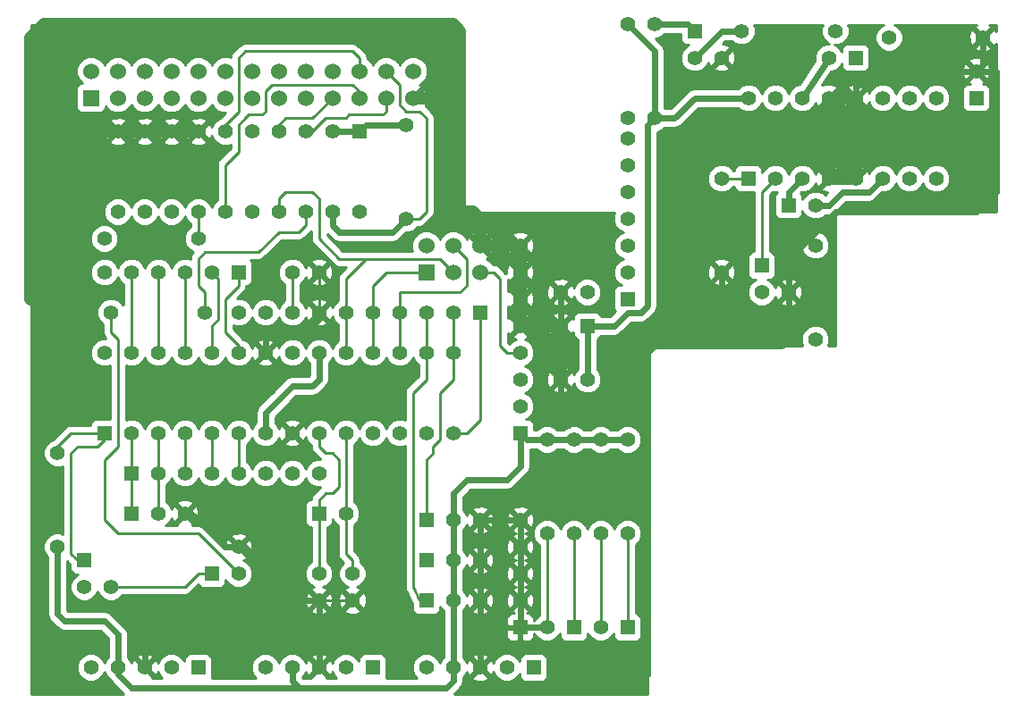
<source format=gbl>
G04 (created by PCBNEW (2013-mar-13)-testing) date Tue 25 Feb 2014 10:26:10 PM GET*
%MOIN*%
G04 Gerber Fmt 3.4, Leading zero omitted, Abs format*
%FSLAX34Y34*%
G01*
G70*
G90*
G04 APERTURE LIST*
%ADD10C,0.005906*%
%ADD11R,0.060000X0.060000*%
%ADD12C,0.060000*%
%ADD13R,0.055000X0.055000*%
%ADD14C,0.055000*%
%ADD15C,0.010000*%
%ADD16C,0.022835*%
%ADD17C,0.045669*%
G04 APERTURE END LIST*
G54D10*
G54D11*
X46750Y-30750D03*
G54D12*
X46750Y-29750D03*
X47750Y-30750D03*
X47750Y-29750D03*
X48750Y-30750D03*
X48750Y-29750D03*
X49750Y-30750D03*
X49750Y-29750D03*
X50750Y-30750D03*
X50750Y-29750D03*
X51750Y-30750D03*
X51750Y-29750D03*
X52750Y-30750D03*
X52750Y-29750D03*
X53750Y-30750D03*
X53750Y-29750D03*
X54750Y-30750D03*
X54750Y-29750D03*
X55750Y-30750D03*
X55750Y-29750D03*
X56750Y-30750D03*
X56750Y-29750D03*
X57750Y-30750D03*
X57750Y-29750D03*
X58750Y-30750D03*
X58750Y-29750D03*
G54D13*
X55250Y-46250D03*
G54D14*
X56250Y-46250D03*
G54D13*
X50750Y-52000D03*
G54D14*
X49750Y-52000D03*
X48750Y-52000D03*
X47750Y-52000D03*
X46750Y-52000D03*
X65250Y-41250D03*
X64250Y-41250D03*
G54D13*
X65250Y-39250D03*
G54D14*
X64250Y-39250D03*
X65250Y-38000D03*
X64250Y-38000D03*
X54250Y-37250D03*
X55250Y-37250D03*
X56500Y-48500D03*
X56500Y-49500D03*
X55250Y-48500D03*
X55250Y-49500D03*
X48250Y-43250D03*
X49250Y-43250D03*
X50250Y-43250D03*
X51250Y-43250D03*
X52250Y-43250D03*
X53250Y-43250D03*
X54250Y-43250D03*
X55250Y-43250D03*
X56250Y-43250D03*
X57250Y-43250D03*
X58250Y-43250D03*
X59250Y-43250D03*
X60250Y-43250D03*
G54D13*
X47250Y-43250D03*
G54D14*
X60250Y-40250D03*
X59250Y-40250D03*
X58250Y-40250D03*
X57250Y-40250D03*
X56250Y-40250D03*
X55250Y-40250D03*
X54250Y-40250D03*
X53250Y-40250D03*
X52250Y-40250D03*
X51250Y-40250D03*
X50250Y-40250D03*
X49250Y-40250D03*
X48250Y-40250D03*
X47250Y-40250D03*
G54D13*
X48250Y-46250D03*
G54D14*
X49250Y-46250D03*
X50250Y-46250D03*
G54D13*
X59250Y-49500D03*
G54D14*
X60250Y-49500D03*
X61250Y-49500D03*
G54D13*
X59250Y-48000D03*
G54D14*
X60250Y-48000D03*
X61250Y-48000D03*
G54D13*
X59250Y-46500D03*
G54D14*
X60250Y-46500D03*
X61250Y-46500D03*
G54D13*
X66750Y-50500D03*
G54D14*
X65750Y-50500D03*
G54D13*
X64750Y-50500D03*
G54D14*
X63750Y-50500D03*
G54D13*
X62750Y-50500D03*
G54D14*
X62750Y-49500D03*
X62750Y-48500D03*
X62750Y-47500D03*
X62750Y-46500D03*
G54D13*
X62750Y-43250D03*
G54D14*
X62750Y-42250D03*
X62750Y-41250D03*
X62750Y-40250D03*
X62750Y-39250D03*
X62750Y-38250D03*
X62750Y-37250D03*
X62750Y-36250D03*
G54D13*
X61250Y-38750D03*
G54D14*
X60250Y-38750D03*
X59250Y-38750D03*
X58250Y-38750D03*
X57250Y-38750D03*
X56250Y-38750D03*
X55250Y-38750D03*
X54250Y-38750D03*
X53250Y-38750D03*
X52250Y-38750D03*
G54D13*
X52250Y-37250D03*
G54D14*
X51250Y-37250D03*
X50250Y-37250D03*
X49250Y-37250D03*
X48250Y-37250D03*
X47250Y-37250D03*
G54D13*
X48250Y-44750D03*
G54D14*
X49250Y-44750D03*
X50250Y-44750D03*
X51250Y-44750D03*
X52250Y-44750D03*
X53250Y-44750D03*
X54250Y-44750D03*
X55250Y-44750D03*
G54D11*
X59250Y-37250D03*
G54D12*
X59250Y-36250D03*
X60250Y-37250D03*
X60250Y-36250D03*
X61250Y-37250D03*
X61250Y-36250D03*
G54D13*
X57250Y-52000D03*
G54D14*
X56250Y-52000D03*
X55250Y-52000D03*
X54250Y-52000D03*
X53250Y-52000D03*
G54D13*
X72750Y-34750D03*
G54D14*
X73750Y-34750D03*
G54D13*
X75250Y-29250D03*
G54D14*
X74250Y-29250D03*
G54D13*
X79750Y-30750D03*
G54D14*
X79750Y-29750D03*
G54D13*
X66750Y-38250D03*
G54D14*
X66750Y-37250D03*
X66750Y-36250D03*
X66750Y-35250D03*
X66750Y-34250D03*
X66750Y-33250D03*
X66750Y-32250D03*
G54D13*
X63250Y-52000D03*
G54D14*
X62250Y-52000D03*
X61250Y-52000D03*
X60250Y-52000D03*
X59250Y-52000D03*
G54D13*
X46500Y-48000D03*
G54D14*
X46500Y-49000D03*
X47500Y-49000D03*
G54D13*
X51250Y-48500D03*
G54D14*
X52250Y-48500D03*
X52250Y-47500D03*
G54D13*
X71750Y-37000D03*
G54D14*
X71750Y-38000D03*
X72750Y-38000D03*
G54D13*
X69250Y-28250D03*
G54D14*
X69250Y-29250D03*
X70250Y-29250D03*
X58500Y-31750D03*
X58500Y-35250D03*
X66750Y-43500D03*
X66750Y-47000D03*
X65750Y-43500D03*
X65750Y-47000D03*
X64750Y-43500D03*
X64750Y-47000D03*
X63750Y-43500D03*
X63750Y-47000D03*
X45500Y-47500D03*
X45500Y-44000D03*
X51000Y-38750D03*
X47500Y-38750D03*
X50750Y-36000D03*
X47250Y-36000D03*
X73750Y-36250D03*
X73750Y-39750D03*
X66750Y-28000D03*
X66750Y-31500D03*
X70250Y-33750D03*
X70250Y-37250D03*
X76500Y-28500D03*
X80000Y-28500D03*
X67750Y-31500D03*
X67750Y-28000D03*
X71000Y-28250D03*
X74500Y-28250D03*
G54D13*
X56750Y-32000D03*
G54D14*
X55750Y-32000D03*
X54750Y-32000D03*
X53750Y-32000D03*
X52750Y-32000D03*
X51750Y-32000D03*
X50750Y-32000D03*
X49750Y-32000D03*
X48750Y-32000D03*
X47750Y-32000D03*
X47750Y-35000D03*
X48750Y-35000D03*
X49750Y-35000D03*
X50750Y-35000D03*
X51750Y-35000D03*
X52750Y-35000D03*
X53750Y-35000D03*
X54750Y-35000D03*
X55750Y-35000D03*
X56750Y-35000D03*
G54D13*
X71250Y-33750D03*
G54D14*
X72250Y-33750D03*
X73250Y-33750D03*
X74250Y-33750D03*
X75250Y-33750D03*
X76250Y-33750D03*
X77250Y-33750D03*
X78250Y-33750D03*
X78250Y-30750D03*
X77250Y-30750D03*
X76250Y-30750D03*
X75250Y-30750D03*
X74250Y-30750D03*
X73250Y-30750D03*
X72250Y-30750D03*
X71250Y-30750D03*
G54D15*
X52250Y-40250D02*
X52250Y-40000D01*
X52250Y-37750D02*
X52250Y-37250D01*
X51750Y-38250D02*
X52250Y-37750D01*
X51750Y-39500D02*
X51750Y-38250D01*
X52250Y-40000D02*
X51750Y-39500D01*
X51250Y-40250D02*
X51250Y-39250D01*
X51500Y-37500D02*
X51250Y-37250D01*
X51500Y-39000D02*
X51500Y-37500D01*
X51250Y-39250D02*
X51500Y-39000D01*
X50250Y-40250D02*
X50250Y-37250D01*
X49250Y-40250D02*
X49250Y-37250D01*
X48250Y-40250D02*
X48250Y-37250D01*
X54250Y-38750D02*
X54250Y-37250D01*
X57250Y-38750D02*
X57250Y-37750D01*
X57750Y-37250D02*
X59250Y-37250D01*
X57250Y-37750D02*
X57750Y-37250D01*
X57250Y-40250D02*
X57250Y-38750D01*
X58250Y-38750D02*
X58250Y-38000D01*
X60750Y-36750D02*
X60250Y-36250D01*
X60750Y-37750D02*
X60750Y-36750D01*
X60500Y-38000D02*
X60750Y-37750D01*
X58250Y-38000D02*
X60500Y-38000D01*
X58250Y-40250D02*
X58250Y-38750D01*
G54D16*
X72750Y-34750D02*
X72750Y-34250D01*
X72750Y-34250D02*
X73250Y-33750D01*
X73750Y-34750D02*
X74250Y-34750D01*
X75750Y-34250D02*
X76250Y-33750D01*
X74750Y-34250D02*
X75750Y-34250D01*
X74250Y-34750D02*
X74750Y-34250D01*
X74250Y-29250D02*
X73250Y-30750D01*
G54D15*
X60250Y-43250D02*
X60750Y-43250D01*
X61250Y-42750D02*
X61250Y-38750D01*
X60750Y-43250D02*
X61250Y-42750D01*
X59250Y-46500D02*
X59250Y-44250D01*
X60250Y-41250D02*
X60250Y-40250D01*
X59750Y-41750D02*
X60250Y-41250D01*
X59750Y-43500D02*
X59750Y-41750D01*
X59500Y-43750D02*
X59750Y-43500D01*
X59500Y-44000D02*
X59500Y-43750D01*
X59250Y-44250D02*
X59500Y-44000D01*
X60250Y-40250D02*
X60250Y-38750D01*
X59250Y-49500D02*
X59000Y-49500D01*
X59250Y-41250D02*
X59250Y-40250D01*
X58750Y-41750D02*
X59250Y-41250D01*
X58750Y-49000D02*
X58750Y-41750D01*
X59000Y-49500D02*
X58750Y-49000D01*
X59250Y-40250D02*
X59250Y-38750D01*
X55250Y-36000D02*
X56000Y-36750D01*
X56000Y-36750D02*
X57000Y-36750D01*
X53750Y-34500D02*
X54000Y-34250D01*
X54000Y-34250D02*
X55000Y-34250D01*
X55000Y-34250D02*
X55250Y-34500D01*
X55250Y-34500D02*
X55250Y-36000D01*
X53750Y-35000D02*
X53750Y-34500D01*
X56250Y-38750D02*
X56250Y-37500D01*
X59750Y-36750D02*
X60250Y-37250D01*
X57000Y-36750D02*
X59750Y-36750D01*
X56250Y-37500D02*
X57000Y-36750D01*
X56250Y-40250D02*
X56250Y-38750D01*
X47250Y-43250D02*
X47250Y-43500D01*
X46250Y-48000D02*
X46500Y-48000D01*
X46000Y-47750D02*
X46250Y-48000D01*
X46000Y-44000D02*
X46000Y-47750D01*
X46250Y-43750D02*
X46000Y-44000D01*
X47000Y-43750D02*
X46250Y-43750D01*
X47250Y-43500D02*
X47000Y-43750D01*
X47250Y-43250D02*
X46000Y-43250D01*
X45500Y-43750D02*
X45500Y-44000D01*
X46000Y-43250D02*
X45500Y-43750D01*
X62750Y-40250D02*
X62250Y-40250D01*
X61750Y-37250D02*
X61250Y-37250D01*
X62000Y-37500D02*
X61750Y-37250D01*
X62000Y-40000D02*
X62000Y-37500D01*
X62250Y-40250D02*
X62000Y-40000D01*
X48250Y-44750D02*
X48250Y-46250D01*
X48250Y-43250D02*
X48250Y-44750D01*
X49250Y-44750D02*
X49250Y-43250D01*
X49250Y-46250D02*
X49250Y-44750D01*
X50250Y-43250D02*
X50250Y-44750D01*
X63750Y-47000D02*
X63750Y-50500D01*
X51250Y-43250D02*
X51250Y-44750D01*
X52250Y-43250D02*
X52250Y-44750D01*
X64750Y-47000D02*
X64750Y-50500D01*
X70250Y-33750D02*
X71250Y-33750D01*
G54D16*
X61250Y-46500D02*
X62750Y-46500D01*
G54D17*
X61250Y-36250D02*
X61250Y-35250D01*
X60500Y-35000D02*
X60500Y-30000D01*
X61000Y-35000D02*
X60500Y-35000D01*
X61250Y-35250D02*
X61000Y-35000D01*
X60500Y-30000D02*
X60500Y-30250D01*
X60500Y-30250D02*
X60500Y-30000D01*
X47750Y-32000D02*
X44500Y-32000D01*
G54D15*
X55250Y-38750D02*
X55250Y-37250D01*
G54D17*
X44500Y-33000D02*
X44500Y-38250D01*
X44500Y-32000D02*
X44500Y-33000D01*
X58750Y-30750D02*
X59750Y-30750D01*
X59750Y-30750D02*
X60500Y-30000D01*
X60500Y-30000D02*
X60500Y-30000D01*
X60500Y-30000D02*
X60500Y-28250D01*
X44500Y-28500D02*
X44500Y-32000D01*
X45000Y-28000D02*
X44500Y-28500D01*
X60250Y-28000D02*
X45000Y-28000D01*
X60500Y-28250D02*
X60250Y-28000D01*
X47750Y-32000D02*
X49750Y-32000D01*
X49750Y-32000D02*
X50750Y-32000D01*
G54D15*
X56500Y-49500D02*
X55250Y-49500D01*
G54D16*
X55250Y-49500D02*
X55250Y-52000D01*
X54500Y-51250D02*
X55000Y-51250D01*
X55000Y-51250D02*
X55250Y-51500D01*
X55250Y-51500D02*
X55250Y-52000D01*
X48750Y-52000D02*
X48750Y-51750D01*
X55250Y-51500D02*
X55250Y-52000D01*
X49000Y-51250D02*
X54500Y-51250D01*
X48750Y-51500D02*
X49000Y-51250D01*
X48750Y-51750D02*
X48750Y-51500D01*
X67500Y-42500D02*
X67500Y-52250D01*
X63000Y-50500D02*
X63750Y-50500D01*
X62750Y-50250D02*
X63000Y-50500D01*
X64250Y-38000D02*
X64250Y-39250D01*
X64250Y-41250D02*
X64250Y-42250D01*
X64500Y-42500D02*
X67500Y-42500D01*
X64250Y-42250D02*
X64500Y-42500D01*
X62750Y-47500D02*
X62750Y-46500D01*
X62750Y-50500D02*
X62750Y-50250D01*
X70250Y-40000D02*
X67750Y-40000D01*
X67750Y-40000D02*
X67500Y-40250D01*
X67500Y-40250D02*
X67500Y-42500D01*
X70250Y-37250D02*
X70250Y-40000D01*
X72750Y-39750D02*
X72500Y-40000D01*
X72500Y-40000D02*
X70250Y-40000D01*
X72750Y-39750D02*
X72750Y-38000D01*
X52250Y-47500D02*
X52500Y-47500D01*
X53250Y-49500D02*
X55250Y-49500D01*
X53000Y-49250D02*
X53250Y-49500D01*
X53000Y-48000D02*
X53000Y-49250D01*
X52500Y-47500D02*
X53000Y-48000D01*
X52250Y-47500D02*
X51750Y-47500D01*
X50500Y-46250D02*
X50250Y-46250D01*
X51750Y-47500D02*
X50500Y-46250D01*
X61250Y-48000D02*
X61250Y-49500D01*
X53250Y-40250D02*
X53250Y-39750D01*
X55250Y-39000D02*
X55250Y-38750D01*
X53250Y-39750D02*
X53500Y-39500D01*
X61250Y-52000D02*
X61250Y-49500D01*
X61250Y-46500D02*
X61250Y-48000D01*
X62750Y-50500D02*
X62750Y-49500D01*
X62750Y-49500D02*
X62750Y-48500D01*
X62750Y-48500D02*
X62750Y-47500D01*
G54D17*
X61250Y-36250D02*
X62750Y-36250D01*
X62750Y-36250D02*
X62750Y-37250D01*
X62750Y-37250D02*
X62750Y-38250D01*
X62750Y-38250D02*
X62750Y-39250D01*
X62750Y-39250D02*
X64250Y-39250D01*
G54D16*
X80500Y-32250D02*
X75250Y-32250D01*
X79750Y-29750D02*
X80500Y-29750D01*
X72750Y-36750D02*
X72750Y-38000D01*
X74500Y-35000D02*
X72750Y-36750D01*
X79750Y-35000D02*
X74500Y-35000D01*
X80500Y-34250D02*
X79750Y-35000D01*
X80500Y-29750D02*
X80500Y-32250D01*
X80500Y-32250D02*
X80500Y-34250D01*
X75250Y-30750D02*
X75250Y-30250D01*
X76250Y-29750D02*
X79750Y-29750D01*
X75750Y-30250D02*
X76250Y-29750D01*
X75250Y-30250D02*
X75750Y-30250D01*
X79750Y-29750D02*
X80000Y-29500D01*
X80000Y-29500D02*
X80000Y-28500D01*
G54D17*
X74250Y-30750D02*
X75250Y-30750D01*
X74250Y-33750D02*
X74250Y-30750D01*
X75250Y-33750D02*
X75250Y-32250D01*
X75250Y-32250D02*
X75250Y-30750D01*
X74250Y-33750D02*
X75250Y-33750D01*
X64250Y-40250D02*
X64250Y-40500D01*
X64250Y-40000D02*
X64250Y-40250D01*
X64250Y-39250D02*
X64250Y-40000D01*
X64250Y-40500D02*
X64250Y-41250D01*
G54D16*
X54750Y-39500D02*
X55250Y-39000D01*
X53500Y-39500D02*
X54750Y-39500D01*
G54D15*
X66750Y-47000D02*
X66750Y-50500D01*
X65750Y-47000D02*
X65750Y-50500D01*
G54D16*
X69250Y-29250D02*
X69750Y-28750D01*
X70250Y-28250D02*
X71000Y-28250D01*
X69750Y-28750D02*
X70250Y-28250D01*
G54D15*
X55250Y-48500D02*
X55250Y-45750D01*
X55250Y-43750D02*
X55250Y-43250D01*
X55500Y-44000D02*
X55250Y-43750D01*
X55750Y-44000D02*
X55500Y-44000D01*
X56000Y-44250D02*
X55750Y-44000D01*
X56000Y-45250D02*
X56000Y-44250D01*
X55750Y-45500D02*
X56000Y-45250D01*
X55500Y-45500D02*
X55750Y-45500D01*
X55250Y-45750D02*
X55500Y-45500D01*
X52250Y-48500D02*
X50750Y-47000D01*
X50750Y-47000D02*
X50500Y-47000D01*
X47500Y-38750D02*
X47500Y-39500D01*
X47750Y-47000D02*
X50500Y-47000D01*
X47250Y-46500D02*
X47750Y-47000D01*
X47250Y-44250D02*
X47250Y-46500D01*
X47750Y-43750D02*
X47250Y-44250D01*
X47750Y-39750D02*
X47750Y-43750D01*
X47500Y-39500D02*
X47750Y-39750D01*
X58500Y-35250D02*
X59000Y-35250D01*
X58250Y-30250D02*
X57750Y-29750D01*
X58250Y-31000D02*
X58250Y-30250D01*
X58500Y-31250D02*
X58250Y-31000D01*
X59000Y-31250D02*
X58500Y-31250D01*
X59250Y-31500D02*
X59000Y-31250D01*
X59250Y-35000D02*
X59250Y-31500D01*
X59000Y-35250D02*
X59250Y-35000D01*
G54D16*
X58500Y-35250D02*
X58000Y-35750D01*
X55750Y-35500D02*
X55750Y-35000D01*
X56000Y-35750D02*
X55750Y-35500D01*
X58000Y-35750D02*
X56000Y-35750D01*
G54D15*
X51250Y-48500D02*
X50750Y-48500D01*
X50250Y-49000D02*
X47500Y-49000D01*
X50750Y-48500D02*
X50250Y-49000D01*
G54D16*
X55750Y-32000D02*
X56750Y-32000D01*
X56750Y-32000D02*
X57000Y-31750D01*
X57000Y-31750D02*
X58500Y-31750D01*
G54D15*
X51750Y-32000D02*
X51750Y-31750D01*
X56750Y-29250D02*
X56750Y-29750D01*
X56500Y-29000D02*
X56750Y-29250D01*
X56250Y-29000D02*
X56500Y-29000D01*
X56000Y-29000D02*
X56250Y-29000D01*
X52500Y-29000D02*
X56000Y-29000D01*
X52250Y-29250D02*
X52500Y-29000D01*
X52250Y-31250D02*
X52250Y-29250D01*
X51750Y-31750D02*
X52250Y-31250D01*
X50750Y-36000D02*
X50750Y-35000D01*
X51000Y-38750D02*
X51000Y-38000D01*
X54750Y-35500D02*
X54750Y-35000D01*
X54500Y-35750D02*
X54750Y-35500D01*
X53750Y-35750D02*
X54500Y-35750D01*
X53000Y-36500D02*
X53750Y-35750D01*
X51000Y-36500D02*
X53000Y-36500D01*
X50750Y-36750D02*
X51000Y-36500D01*
X50750Y-37750D02*
X50750Y-36750D01*
X51000Y-38000D02*
X50750Y-37750D01*
X56250Y-43250D02*
X56250Y-47750D01*
X56500Y-48000D02*
X56500Y-48500D01*
X56250Y-47750D02*
X56500Y-48000D01*
X53125Y-31375D02*
X52625Y-31375D01*
X52625Y-31375D02*
X52500Y-31500D01*
X51750Y-35000D02*
X51750Y-33250D01*
X56750Y-30500D02*
X56750Y-30750D01*
X56500Y-30250D02*
X56750Y-30500D01*
X53500Y-30250D02*
X56500Y-30250D01*
X53250Y-30500D02*
X53500Y-30250D01*
X53250Y-31250D02*
X53250Y-30500D01*
X53125Y-31375D02*
X53250Y-31250D01*
X52250Y-31750D02*
X52500Y-31500D01*
X52250Y-32750D02*
X52250Y-31750D01*
X51750Y-33250D02*
X52250Y-32750D01*
X71750Y-37000D02*
X71750Y-34250D01*
X71750Y-34250D02*
X72250Y-33750D01*
G54D16*
X67750Y-28000D02*
X69000Y-28000D01*
X69000Y-28000D02*
X69250Y-28250D01*
G54D15*
X53750Y-32000D02*
X53750Y-31750D01*
X55000Y-31500D02*
X55750Y-30750D01*
X54000Y-31500D02*
X55000Y-31500D01*
X53750Y-31750D02*
X54000Y-31500D01*
X57000Y-31375D02*
X56375Y-31375D01*
X56375Y-31375D02*
X56250Y-31500D01*
X57000Y-31375D02*
X57625Y-31375D01*
X57750Y-31250D02*
X57750Y-30750D01*
X57625Y-31375D02*
X57750Y-31250D01*
X54750Y-32000D02*
X55000Y-32000D01*
X55500Y-31500D02*
X56250Y-31500D01*
X55000Y-32000D02*
X55500Y-31500D01*
G54D16*
X60250Y-46500D02*
X60250Y-45500D01*
X62750Y-44500D02*
X62750Y-43250D01*
X62250Y-45000D02*
X62750Y-44500D01*
X60750Y-45000D02*
X62250Y-45000D01*
X60250Y-45500D02*
X60750Y-45000D01*
X54500Y-52750D02*
X48250Y-52750D01*
X47750Y-52250D02*
X47750Y-52000D01*
X48250Y-52750D02*
X47750Y-52250D01*
X54250Y-52000D02*
X54250Y-52500D01*
X60250Y-52500D02*
X60250Y-52000D01*
X60000Y-52750D02*
X60250Y-52500D01*
X54500Y-52750D02*
X60000Y-52750D01*
X54250Y-52500D02*
X54500Y-52750D01*
X60250Y-49500D02*
X60250Y-52000D01*
X65750Y-43500D02*
X66750Y-43500D01*
X64750Y-43500D02*
X65750Y-43500D01*
X63750Y-43500D02*
X64750Y-43500D01*
X65250Y-41250D02*
X65250Y-39250D01*
X45500Y-47500D02*
X45500Y-50000D01*
X45750Y-50250D02*
X47250Y-50250D01*
X45500Y-50000D02*
X45750Y-50250D01*
X47750Y-50750D02*
X47750Y-52000D01*
X47250Y-50250D02*
X47750Y-50750D01*
X63000Y-43500D02*
X62750Y-43250D01*
X63750Y-43500D02*
X63000Y-43500D01*
X60250Y-48000D02*
X60250Y-46500D01*
X60250Y-49500D02*
X60250Y-48000D01*
X53250Y-43250D02*
X53250Y-42500D01*
X53250Y-42500D02*
X54000Y-41750D01*
X55250Y-41250D02*
X55250Y-40250D01*
X54000Y-41750D02*
X54250Y-41500D01*
X54250Y-41500D02*
X55000Y-41500D01*
X55000Y-41500D02*
X55250Y-41250D01*
X65250Y-39250D02*
X66250Y-39250D01*
X67500Y-31750D02*
X67750Y-31500D01*
X67500Y-38500D02*
X67500Y-31750D01*
X67250Y-38750D02*
X67500Y-38500D01*
X66750Y-38750D02*
X67250Y-38750D01*
X66250Y-39250D02*
X66750Y-38750D01*
X67750Y-31500D02*
X68500Y-31500D01*
X69250Y-30750D02*
X71250Y-30750D01*
X68500Y-31500D02*
X69250Y-30750D01*
X67750Y-31500D02*
X67750Y-29000D01*
X67750Y-29000D02*
X66750Y-28000D01*
G54D10*
G36*
X56275Y-37050D02*
X56037Y-37287D01*
X55972Y-37385D01*
X55950Y-37500D01*
X55950Y-38307D01*
X55805Y-38452D01*
X55779Y-38513D01*
X55779Y-37325D01*
X55768Y-37117D01*
X55710Y-36977D01*
X55617Y-36952D01*
X55547Y-37023D01*
X55547Y-36882D01*
X55522Y-36789D01*
X55325Y-36720D01*
X55117Y-36731D01*
X54977Y-36789D01*
X54952Y-36882D01*
X55250Y-37179D01*
X55547Y-36882D01*
X55547Y-37023D01*
X55320Y-37250D01*
X55617Y-37547D01*
X55710Y-37522D01*
X55779Y-37325D01*
X55779Y-38513D01*
X55752Y-38578D01*
X55710Y-38477D01*
X55617Y-38452D01*
X55547Y-38523D01*
X55547Y-38382D01*
X55547Y-37617D01*
X55250Y-37320D01*
X54952Y-37617D01*
X54977Y-37710D01*
X55174Y-37779D01*
X55382Y-37768D01*
X55522Y-37710D01*
X55547Y-37617D01*
X55547Y-38382D01*
X55522Y-38289D01*
X55325Y-38220D01*
X55117Y-38231D01*
X54977Y-38289D01*
X54952Y-38382D01*
X55250Y-38679D01*
X55547Y-38382D01*
X55547Y-38523D01*
X55320Y-38750D01*
X55617Y-39047D01*
X55710Y-39022D01*
X55749Y-38912D01*
X55804Y-39047D01*
X55950Y-39192D01*
X55950Y-39807D01*
X55805Y-39952D01*
X55749Y-40085D01*
X55695Y-39953D01*
X55547Y-39805D01*
X55547Y-39804D01*
X55547Y-39117D01*
X55250Y-38820D01*
X54952Y-39117D01*
X54977Y-39210D01*
X55174Y-39279D01*
X55382Y-39268D01*
X55522Y-39210D01*
X55547Y-39117D01*
X55547Y-39804D01*
X55354Y-39725D01*
X55146Y-39724D01*
X54953Y-39804D01*
X54805Y-39952D01*
X54749Y-40085D01*
X54695Y-39953D01*
X54547Y-39805D01*
X54354Y-39725D01*
X54146Y-39724D01*
X53953Y-39804D01*
X53805Y-39952D01*
X53752Y-40078D01*
X53710Y-39977D01*
X53617Y-39952D01*
X53547Y-40023D01*
X53547Y-39882D01*
X53522Y-39789D01*
X53325Y-39720D01*
X53117Y-39731D01*
X52977Y-39789D01*
X52952Y-39882D01*
X53250Y-40179D01*
X53547Y-39882D01*
X53547Y-40023D01*
X53320Y-40250D01*
X53617Y-40547D01*
X53710Y-40522D01*
X53749Y-40412D01*
X53804Y-40547D01*
X53952Y-40694D01*
X54145Y-40774D01*
X54353Y-40775D01*
X54547Y-40695D01*
X54694Y-40547D01*
X54750Y-40414D01*
X54804Y-40547D01*
X54885Y-40628D01*
X54885Y-41099D01*
X54849Y-41135D01*
X54250Y-41135D01*
X54250Y-41135D01*
X54110Y-41163D01*
X53992Y-41242D01*
X53992Y-41242D01*
X53742Y-41492D01*
X53547Y-41687D01*
X53547Y-40617D01*
X53250Y-40320D01*
X52952Y-40617D01*
X52977Y-40710D01*
X53174Y-40779D01*
X53382Y-40768D01*
X53522Y-40710D01*
X53547Y-40617D01*
X53547Y-41687D01*
X52992Y-42242D01*
X52913Y-42360D01*
X52885Y-42500D01*
X52885Y-42871D01*
X52805Y-42952D01*
X52749Y-43085D01*
X52695Y-42953D01*
X52547Y-42805D01*
X52354Y-42725D01*
X52146Y-42724D01*
X51953Y-42804D01*
X51805Y-42952D01*
X51749Y-43085D01*
X51695Y-42953D01*
X51547Y-42805D01*
X51354Y-42725D01*
X51146Y-42724D01*
X50953Y-42804D01*
X50805Y-42952D01*
X50749Y-43085D01*
X50695Y-42953D01*
X50547Y-42805D01*
X50354Y-42725D01*
X50146Y-42724D01*
X49953Y-42804D01*
X49805Y-42952D01*
X49749Y-43085D01*
X49695Y-42953D01*
X49547Y-42805D01*
X49354Y-42725D01*
X49146Y-42724D01*
X48953Y-42804D01*
X48805Y-42952D01*
X48749Y-43085D01*
X48695Y-42953D01*
X48547Y-42805D01*
X48354Y-42725D01*
X48146Y-42724D01*
X48050Y-42764D01*
X48050Y-40735D01*
X48145Y-40774D01*
X48353Y-40775D01*
X48547Y-40695D01*
X48694Y-40547D01*
X48750Y-40414D01*
X48804Y-40547D01*
X48952Y-40694D01*
X49145Y-40774D01*
X49353Y-40775D01*
X49547Y-40695D01*
X49694Y-40547D01*
X49750Y-40414D01*
X49804Y-40547D01*
X49952Y-40694D01*
X50145Y-40774D01*
X50353Y-40775D01*
X50547Y-40695D01*
X50694Y-40547D01*
X50750Y-40414D01*
X50804Y-40547D01*
X50952Y-40694D01*
X51145Y-40774D01*
X51353Y-40775D01*
X51547Y-40695D01*
X51694Y-40547D01*
X51750Y-40414D01*
X51804Y-40547D01*
X51952Y-40694D01*
X52145Y-40774D01*
X52353Y-40775D01*
X52547Y-40695D01*
X52694Y-40547D01*
X52747Y-40421D01*
X52789Y-40522D01*
X52882Y-40547D01*
X53179Y-40250D01*
X52882Y-39952D01*
X52789Y-39977D01*
X52750Y-40087D01*
X52695Y-39953D01*
X52547Y-39805D01*
X52430Y-39756D01*
X52050Y-39375D01*
X52050Y-39235D01*
X52145Y-39274D01*
X52353Y-39275D01*
X52547Y-39195D01*
X52694Y-39047D01*
X52750Y-38914D01*
X52804Y-39047D01*
X52952Y-39194D01*
X53145Y-39274D01*
X53353Y-39275D01*
X53547Y-39195D01*
X53694Y-39047D01*
X53750Y-38914D01*
X53804Y-39047D01*
X53952Y-39194D01*
X54145Y-39274D01*
X54353Y-39275D01*
X54547Y-39195D01*
X54694Y-39047D01*
X54747Y-38921D01*
X54789Y-39022D01*
X54882Y-39047D01*
X55179Y-38750D01*
X54882Y-38452D01*
X54789Y-38477D01*
X54750Y-38587D01*
X54695Y-38453D01*
X54550Y-38307D01*
X54550Y-37692D01*
X54694Y-37547D01*
X54747Y-37421D01*
X54789Y-37522D01*
X54882Y-37547D01*
X55179Y-37250D01*
X54882Y-36952D01*
X54789Y-36977D01*
X54750Y-37087D01*
X54695Y-36953D01*
X54547Y-36805D01*
X54354Y-36725D01*
X54146Y-36724D01*
X53953Y-36804D01*
X53805Y-36952D01*
X53725Y-37145D01*
X53724Y-37353D01*
X53804Y-37547D01*
X53950Y-37692D01*
X53950Y-38307D01*
X53805Y-38452D01*
X53749Y-38585D01*
X53695Y-38453D01*
X53547Y-38305D01*
X53354Y-38225D01*
X53146Y-38224D01*
X52953Y-38304D01*
X52805Y-38452D01*
X52749Y-38585D01*
X52695Y-38453D01*
X52547Y-38305D01*
X52354Y-38225D01*
X52199Y-38224D01*
X52462Y-37962D01*
X52462Y-37962D01*
X52527Y-37864D01*
X52545Y-37775D01*
X52545Y-37775D01*
X52574Y-37775D01*
X52666Y-37736D01*
X52736Y-37666D01*
X52775Y-37574D01*
X52775Y-37475D01*
X52775Y-36925D01*
X52736Y-36833D01*
X52703Y-36800D01*
X53000Y-36800D01*
X53000Y-36799D01*
X53114Y-36777D01*
X53114Y-36777D01*
X53212Y-36712D01*
X53874Y-36050D01*
X54500Y-36050D01*
X54500Y-36049D01*
X54614Y-36027D01*
X54614Y-36027D01*
X54712Y-35962D01*
X54950Y-35724D01*
X54950Y-36000D01*
X54972Y-36114D01*
X55037Y-36212D01*
X55787Y-36962D01*
X55885Y-37027D01*
X55885Y-37027D01*
X56000Y-37050D01*
X56275Y-37050D01*
X56275Y-37050D01*
G37*
G54D15*
X56275Y-37050D02*
X56037Y-37287D01*
X55972Y-37385D01*
X55950Y-37500D01*
X55950Y-38307D01*
X55805Y-38452D01*
X55779Y-38513D01*
X55779Y-37325D01*
X55768Y-37117D01*
X55710Y-36977D01*
X55617Y-36952D01*
X55547Y-37023D01*
X55547Y-36882D01*
X55522Y-36789D01*
X55325Y-36720D01*
X55117Y-36731D01*
X54977Y-36789D01*
X54952Y-36882D01*
X55250Y-37179D01*
X55547Y-36882D01*
X55547Y-37023D01*
X55320Y-37250D01*
X55617Y-37547D01*
X55710Y-37522D01*
X55779Y-37325D01*
X55779Y-38513D01*
X55752Y-38578D01*
X55710Y-38477D01*
X55617Y-38452D01*
X55547Y-38523D01*
X55547Y-38382D01*
X55547Y-37617D01*
X55250Y-37320D01*
X54952Y-37617D01*
X54977Y-37710D01*
X55174Y-37779D01*
X55382Y-37768D01*
X55522Y-37710D01*
X55547Y-37617D01*
X55547Y-38382D01*
X55522Y-38289D01*
X55325Y-38220D01*
X55117Y-38231D01*
X54977Y-38289D01*
X54952Y-38382D01*
X55250Y-38679D01*
X55547Y-38382D01*
X55547Y-38523D01*
X55320Y-38750D01*
X55617Y-39047D01*
X55710Y-39022D01*
X55749Y-38912D01*
X55804Y-39047D01*
X55950Y-39192D01*
X55950Y-39807D01*
X55805Y-39952D01*
X55749Y-40085D01*
X55695Y-39953D01*
X55547Y-39805D01*
X55547Y-39804D01*
X55547Y-39117D01*
X55250Y-38820D01*
X54952Y-39117D01*
X54977Y-39210D01*
X55174Y-39279D01*
X55382Y-39268D01*
X55522Y-39210D01*
X55547Y-39117D01*
X55547Y-39804D01*
X55354Y-39725D01*
X55146Y-39724D01*
X54953Y-39804D01*
X54805Y-39952D01*
X54749Y-40085D01*
X54695Y-39953D01*
X54547Y-39805D01*
X54354Y-39725D01*
X54146Y-39724D01*
X53953Y-39804D01*
X53805Y-39952D01*
X53752Y-40078D01*
X53710Y-39977D01*
X53617Y-39952D01*
X53547Y-40023D01*
X53547Y-39882D01*
X53522Y-39789D01*
X53325Y-39720D01*
X53117Y-39731D01*
X52977Y-39789D01*
X52952Y-39882D01*
X53250Y-40179D01*
X53547Y-39882D01*
X53547Y-40023D01*
X53320Y-40250D01*
X53617Y-40547D01*
X53710Y-40522D01*
X53749Y-40412D01*
X53804Y-40547D01*
X53952Y-40694D01*
X54145Y-40774D01*
X54353Y-40775D01*
X54547Y-40695D01*
X54694Y-40547D01*
X54750Y-40414D01*
X54804Y-40547D01*
X54885Y-40628D01*
X54885Y-41099D01*
X54849Y-41135D01*
X54250Y-41135D01*
X54250Y-41135D01*
X54110Y-41163D01*
X53992Y-41242D01*
X53992Y-41242D01*
X53742Y-41492D01*
X53547Y-41687D01*
X53547Y-40617D01*
X53250Y-40320D01*
X52952Y-40617D01*
X52977Y-40710D01*
X53174Y-40779D01*
X53382Y-40768D01*
X53522Y-40710D01*
X53547Y-40617D01*
X53547Y-41687D01*
X52992Y-42242D01*
X52913Y-42360D01*
X52885Y-42500D01*
X52885Y-42871D01*
X52805Y-42952D01*
X52749Y-43085D01*
X52695Y-42953D01*
X52547Y-42805D01*
X52354Y-42725D01*
X52146Y-42724D01*
X51953Y-42804D01*
X51805Y-42952D01*
X51749Y-43085D01*
X51695Y-42953D01*
X51547Y-42805D01*
X51354Y-42725D01*
X51146Y-42724D01*
X50953Y-42804D01*
X50805Y-42952D01*
X50749Y-43085D01*
X50695Y-42953D01*
X50547Y-42805D01*
X50354Y-42725D01*
X50146Y-42724D01*
X49953Y-42804D01*
X49805Y-42952D01*
X49749Y-43085D01*
X49695Y-42953D01*
X49547Y-42805D01*
X49354Y-42725D01*
X49146Y-42724D01*
X48953Y-42804D01*
X48805Y-42952D01*
X48749Y-43085D01*
X48695Y-42953D01*
X48547Y-42805D01*
X48354Y-42725D01*
X48146Y-42724D01*
X48050Y-42764D01*
X48050Y-40735D01*
X48145Y-40774D01*
X48353Y-40775D01*
X48547Y-40695D01*
X48694Y-40547D01*
X48750Y-40414D01*
X48804Y-40547D01*
X48952Y-40694D01*
X49145Y-40774D01*
X49353Y-40775D01*
X49547Y-40695D01*
X49694Y-40547D01*
X49750Y-40414D01*
X49804Y-40547D01*
X49952Y-40694D01*
X50145Y-40774D01*
X50353Y-40775D01*
X50547Y-40695D01*
X50694Y-40547D01*
X50750Y-40414D01*
X50804Y-40547D01*
X50952Y-40694D01*
X51145Y-40774D01*
X51353Y-40775D01*
X51547Y-40695D01*
X51694Y-40547D01*
X51750Y-40414D01*
X51804Y-40547D01*
X51952Y-40694D01*
X52145Y-40774D01*
X52353Y-40775D01*
X52547Y-40695D01*
X52694Y-40547D01*
X52747Y-40421D01*
X52789Y-40522D01*
X52882Y-40547D01*
X53179Y-40250D01*
X52882Y-39952D01*
X52789Y-39977D01*
X52750Y-40087D01*
X52695Y-39953D01*
X52547Y-39805D01*
X52430Y-39756D01*
X52050Y-39375D01*
X52050Y-39235D01*
X52145Y-39274D01*
X52353Y-39275D01*
X52547Y-39195D01*
X52694Y-39047D01*
X52750Y-38914D01*
X52804Y-39047D01*
X52952Y-39194D01*
X53145Y-39274D01*
X53353Y-39275D01*
X53547Y-39195D01*
X53694Y-39047D01*
X53750Y-38914D01*
X53804Y-39047D01*
X53952Y-39194D01*
X54145Y-39274D01*
X54353Y-39275D01*
X54547Y-39195D01*
X54694Y-39047D01*
X54747Y-38921D01*
X54789Y-39022D01*
X54882Y-39047D01*
X55179Y-38750D01*
X54882Y-38452D01*
X54789Y-38477D01*
X54750Y-38587D01*
X54695Y-38453D01*
X54550Y-38307D01*
X54550Y-37692D01*
X54694Y-37547D01*
X54747Y-37421D01*
X54789Y-37522D01*
X54882Y-37547D01*
X55179Y-37250D01*
X54882Y-36952D01*
X54789Y-36977D01*
X54750Y-37087D01*
X54695Y-36953D01*
X54547Y-36805D01*
X54354Y-36725D01*
X54146Y-36724D01*
X53953Y-36804D01*
X53805Y-36952D01*
X53725Y-37145D01*
X53724Y-37353D01*
X53804Y-37547D01*
X53950Y-37692D01*
X53950Y-38307D01*
X53805Y-38452D01*
X53749Y-38585D01*
X53695Y-38453D01*
X53547Y-38305D01*
X53354Y-38225D01*
X53146Y-38224D01*
X52953Y-38304D01*
X52805Y-38452D01*
X52749Y-38585D01*
X52695Y-38453D01*
X52547Y-38305D01*
X52354Y-38225D01*
X52199Y-38224D01*
X52462Y-37962D01*
X52462Y-37962D01*
X52527Y-37864D01*
X52545Y-37775D01*
X52545Y-37775D01*
X52574Y-37775D01*
X52666Y-37736D01*
X52736Y-37666D01*
X52775Y-37574D01*
X52775Y-37475D01*
X52775Y-36925D01*
X52736Y-36833D01*
X52703Y-36800D01*
X53000Y-36800D01*
X53000Y-36799D01*
X53114Y-36777D01*
X53114Y-36777D01*
X53212Y-36712D01*
X53874Y-36050D01*
X54500Y-36050D01*
X54500Y-36049D01*
X54614Y-36027D01*
X54614Y-36027D01*
X54712Y-35962D01*
X54950Y-35724D01*
X54950Y-36000D01*
X54972Y-36114D01*
X55037Y-36212D01*
X55787Y-36962D01*
X55885Y-37027D01*
X55885Y-37027D01*
X56000Y-37050D01*
X56275Y-37050D01*
G54D10*
G36*
X58950Y-41125D02*
X58537Y-41537D01*
X58472Y-41635D01*
X58450Y-41750D01*
X58450Y-42764D01*
X58354Y-42725D01*
X58146Y-42724D01*
X57953Y-42804D01*
X57805Y-42952D01*
X57749Y-43085D01*
X57695Y-42953D01*
X57547Y-42805D01*
X57354Y-42725D01*
X57146Y-42724D01*
X56953Y-42804D01*
X56805Y-42952D01*
X56749Y-43085D01*
X56695Y-42953D01*
X56547Y-42805D01*
X56354Y-42725D01*
X56146Y-42724D01*
X55953Y-42804D01*
X55805Y-42952D01*
X55749Y-43085D01*
X55695Y-42953D01*
X55547Y-42805D01*
X55354Y-42725D01*
X55146Y-42724D01*
X54953Y-42804D01*
X54805Y-42952D01*
X54752Y-43078D01*
X54710Y-42977D01*
X54617Y-42952D01*
X54547Y-43023D01*
X54547Y-42882D01*
X54522Y-42789D01*
X54325Y-42720D01*
X54117Y-42731D01*
X53977Y-42789D01*
X53952Y-42882D01*
X54250Y-43179D01*
X54547Y-42882D01*
X54547Y-43023D01*
X54320Y-43250D01*
X54617Y-43547D01*
X54710Y-43522D01*
X54749Y-43412D01*
X54804Y-43547D01*
X54950Y-43692D01*
X54950Y-43750D01*
X54972Y-43864D01*
X55037Y-43962D01*
X55287Y-44212D01*
X55307Y-44225D01*
X55146Y-44224D01*
X54953Y-44304D01*
X54805Y-44452D01*
X54749Y-44585D01*
X54695Y-44453D01*
X54547Y-44305D01*
X54547Y-44304D01*
X54547Y-43617D01*
X54250Y-43320D01*
X53952Y-43617D01*
X53977Y-43710D01*
X54174Y-43779D01*
X54382Y-43768D01*
X54522Y-43710D01*
X54547Y-43617D01*
X54547Y-44304D01*
X54354Y-44225D01*
X54146Y-44224D01*
X53953Y-44304D01*
X53805Y-44452D01*
X53749Y-44585D01*
X53695Y-44453D01*
X53547Y-44305D01*
X53354Y-44225D01*
X53146Y-44224D01*
X52953Y-44304D01*
X52805Y-44452D01*
X52749Y-44585D01*
X52695Y-44453D01*
X52550Y-44307D01*
X52550Y-43692D01*
X52694Y-43547D01*
X52750Y-43414D01*
X52804Y-43547D01*
X52952Y-43694D01*
X53145Y-43774D01*
X53353Y-43775D01*
X53547Y-43695D01*
X53694Y-43547D01*
X53747Y-43421D01*
X53789Y-43522D01*
X53882Y-43547D01*
X54179Y-43250D01*
X53882Y-42952D01*
X53789Y-42977D01*
X53750Y-43087D01*
X53695Y-42953D01*
X53614Y-42871D01*
X53614Y-42650D01*
X54257Y-42007D01*
X54400Y-41864D01*
X55000Y-41864D01*
X55139Y-41836D01*
X55139Y-41836D01*
X55257Y-41757D01*
X55507Y-41507D01*
X55507Y-41507D01*
X55507Y-41507D01*
X55586Y-41389D01*
X55614Y-41250D01*
X55614Y-41250D01*
X55614Y-41249D01*
X55614Y-40628D01*
X55694Y-40547D01*
X55750Y-40414D01*
X55804Y-40547D01*
X55952Y-40694D01*
X56145Y-40774D01*
X56353Y-40775D01*
X56547Y-40695D01*
X56694Y-40547D01*
X56750Y-40414D01*
X56804Y-40547D01*
X56952Y-40694D01*
X57145Y-40774D01*
X57353Y-40775D01*
X57547Y-40695D01*
X57694Y-40547D01*
X57750Y-40414D01*
X57804Y-40547D01*
X57952Y-40694D01*
X58145Y-40774D01*
X58353Y-40775D01*
X58547Y-40695D01*
X58694Y-40547D01*
X58750Y-40414D01*
X58804Y-40547D01*
X58950Y-40692D01*
X58950Y-41125D01*
X58950Y-41125D01*
G37*
G54D15*
X58950Y-41125D02*
X58537Y-41537D01*
X58472Y-41635D01*
X58450Y-41750D01*
X58450Y-42764D01*
X58354Y-42725D01*
X58146Y-42724D01*
X57953Y-42804D01*
X57805Y-42952D01*
X57749Y-43085D01*
X57695Y-42953D01*
X57547Y-42805D01*
X57354Y-42725D01*
X57146Y-42724D01*
X56953Y-42804D01*
X56805Y-42952D01*
X56749Y-43085D01*
X56695Y-42953D01*
X56547Y-42805D01*
X56354Y-42725D01*
X56146Y-42724D01*
X55953Y-42804D01*
X55805Y-42952D01*
X55749Y-43085D01*
X55695Y-42953D01*
X55547Y-42805D01*
X55354Y-42725D01*
X55146Y-42724D01*
X54953Y-42804D01*
X54805Y-42952D01*
X54752Y-43078D01*
X54710Y-42977D01*
X54617Y-42952D01*
X54547Y-43023D01*
X54547Y-42882D01*
X54522Y-42789D01*
X54325Y-42720D01*
X54117Y-42731D01*
X53977Y-42789D01*
X53952Y-42882D01*
X54250Y-43179D01*
X54547Y-42882D01*
X54547Y-43023D01*
X54320Y-43250D01*
X54617Y-43547D01*
X54710Y-43522D01*
X54749Y-43412D01*
X54804Y-43547D01*
X54950Y-43692D01*
X54950Y-43750D01*
X54972Y-43864D01*
X55037Y-43962D01*
X55287Y-44212D01*
X55307Y-44225D01*
X55146Y-44224D01*
X54953Y-44304D01*
X54805Y-44452D01*
X54749Y-44585D01*
X54695Y-44453D01*
X54547Y-44305D01*
X54547Y-44304D01*
X54547Y-43617D01*
X54250Y-43320D01*
X53952Y-43617D01*
X53977Y-43710D01*
X54174Y-43779D01*
X54382Y-43768D01*
X54522Y-43710D01*
X54547Y-43617D01*
X54547Y-44304D01*
X54354Y-44225D01*
X54146Y-44224D01*
X53953Y-44304D01*
X53805Y-44452D01*
X53749Y-44585D01*
X53695Y-44453D01*
X53547Y-44305D01*
X53354Y-44225D01*
X53146Y-44224D01*
X52953Y-44304D01*
X52805Y-44452D01*
X52749Y-44585D01*
X52695Y-44453D01*
X52550Y-44307D01*
X52550Y-43692D01*
X52694Y-43547D01*
X52750Y-43414D01*
X52804Y-43547D01*
X52952Y-43694D01*
X53145Y-43774D01*
X53353Y-43775D01*
X53547Y-43695D01*
X53694Y-43547D01*
X53747Y-43421D01*
X53789Y-43522D01*
X53882Y-43547D01*
X54179Y-43250D01*
X53882Y-42952D01*
X53789Y-42977D01*
X53750Y-43087D01*
X53695Y-42953D01*
X53614Y-42871D01*
X53614Y-42650D01*
X54257Y-42007D01*
X54400Y-41864D01*
X55000Y-41864D01*
X55139Y-41836D01*
X55139Y-41836D01*
X55257Y-41757D01*
X55507Y-41507D01*
X55507Y-41507D01*
X55507Y-41507D01*
X55586Y-41389D01*
X55614Y-41250D01*
X55614Y-41250D01*
X55614Y-41249D01*
X55614Y-40628D01*
X55694Y-40547D01*
X55750Y-40414D01*
X55804Y-40547D01*
X55952Y-40694D01*
X56145Y-40774D01*
X56353Y-40775D01*
X56547Y-40695D01*
X56694Y-40547D01*
X56750Y-40414D01*
X56804Y-40547D01*
X56952Y-40694D01*
X57145Y-40774D01*
X57353Y-40775D01*
X57547Y-40695D01*
X57694Y-40547D01*
X57750Y-40414D01*
X57804Y-40547D01*
X57952Y-40694D01*
X58145Y-40774D01*
X58353Y-40775D01*
X58547Y-40695D01*
X58694Y-40547D01*
X58750Y-40414D01*
X58804Y-40547D01*
X58950Y-40692D01*
X58950Y-41125D01*
G54D10*
G36*
X59885Y-51621D02*
X59805Y-51702D01*
X59749Y-51835D01*
X59695Y-51703D01*
X59547Y-51555D01*
X59354Y-51475D01*
X59146Y-51474D01*
X58953Y-51554D01*
X58805Y-51702D01*
X58725Y-51895D01*
X58724Y-52103D01*
X58804Y-52297D01*
X58893Y-52385D01*
X57749Y-52385D01*
X57775Y-52324D01*
X57775Y-52225D01*
X57775Y-51675D01*
X57736Y-51583D01*
X57666Y-51513D01*
X57574Y-51475D01*
X57475Y-51475D01*
X57029Y-51475D01*
X57029Y-49575D01*
X57018Y-49367D01*
X56960Y-49227D01*
X56867Y-49202D01*
X56570Y-49500D01*
X56867Y-49797D01*
X56960Y-49772D01*
X57029Y-49575D01*
X57029Y-51475D01*
X56925Y-51475D01*
X56833Y-51513D01*
X56797Y-51549D01*
X56797Y-49867D01*
X56500Y-49570D01*
X56429Y-49641D01*
X56429Y-49500D01*
X56132Y-49202D01*
X56039Y-49227D01*
X55970Y-49424D01*
X55981Y-49632D01*
X56039Y-49772D01*
X56132Y-49797D01*
X56429Y-49500D01*
X56429Y-49641D01*
X56202Y-49867D01*
X56227Y-49960D01*
X56424Y-50029D01*
X56632Y-50018D01*
X56772Y-49960D01*
X56797Y-49867D01*
X56797Y-51549D01*
X56763Y-51583D01*
X56725Y-51675D01*
X56725Y-51774D01*
X56725Y-51774D01*
X56695Y-51703D01*
X56547Y-51555D01*
X56354Y-51475D01*
X56146Y-51474D01*
X55953Y-51554D01*
X55805Y-51702D01*
X55779Y-51763D01*
X55779Y-49575D01*
X55768Y-49367D01*
X55710Y-49227D01*
X55617Y-49202D01*
X55320Y-49500D01*
X55617Y-49797D01*
X55710Y-49772D01*
X55779Y-49575D01*
X55779Y-51763D01*
X55752Y-51828D01*
X55710Y-51727D01*
X55617Y-51702D01*
X55547Y-51773D01*
X55547Y-51632D01*
X55547Y-49867D01*
X55250Y-49570D01*
X55179Y-49641D01*
X55179Y-49500D01*
X54882Y-49202D01*
X54789Y-49227D01*
X54720Y-49424D01*
X54731Y-49632D01*
X54789Y-49772D01*
X54882Y-49797D01*
X55179Y-49500D01*
X55179Y-49641D01*
X54952Y-49867D01*
X54977Y-49960D01*
X55174Y-50029D01*
X55382Y-50018D01*
X55522Y-49960D01*
X55547Y-49867D01*
X55547Y-51632D01*
X55522Y-51539D01*
X55325Y-51470D01*
X55117Y-51481D01*
X54977Y-51539D01*
X54952Y-51632D01*
X55250Y-51929D01*
X55547Y-51632D01*
X55547Y-51773D01*
X55320Y-52000D01*
X55617Y-52297D01*
X55710Y-52272D01*
X55749Y-52162D01*
X55804Y-52297D01*
X55893Y-52385D01*
X55542Y-52385D01*
X55547Y-52367D01*
X55250Y-52070D01*
X54952Y-52367D01*
X54957Y-52385D01*
X54650Y-52385D01*
X54628Y-52363D01*
X54694Y-52297D01*
X54747Y-52171D01*
X54789Y-52272D01*
X54882Y-52297D01*
X55179Y-52000D01*
X54882Y-51702D01*
X54789Y-51727D01*
X54750Y-51837D01*
X54695Y-51703D01*
X54547Y-51555D01*
X54354Y-51475D01*
X54146Y-51474D01*
X53953Y-51554D01*
X53805Y-51702D01*
X53749Y-51835D01*
X53695Y-51703D01*
X53547Y-51555D01*
X53354Y-51475D01*
X53146Y-51474D01*
X52953Y-51554D01*
X52805Y-51702D01*
X52779Y-51763D01*
X52779Y-47575D01*
X52768Y-47367D01*
X52710Y-47227D01*
X52617Y-47202D01*
X52547Y-47273D01*
X52547Y-47132D01*
X52522Y-47039D01*
X52325Y-46970D01*
X52117Y-46981D01*
X51977Y-47039D01*
X51952Y-47132D01*
X52250Y-47429D01*
X52547Y-47132D01*
X52547Y-47273D01*
X52320Y-47500D01*
X52617Y-47797D01*
X52710Y-47772D01*
X52779Y-47575D01*
X52779Y-51763D01*
X52725Y-51895D01*
X52724Y-52103D01*
X52804Y-52297D01*
X52893Y-52385D01*
X51249Y-52385D01*
X51275Y-52324D01*
X51275Y-52225D01*
X51275Y-51675D01*
X51236Y-51583D01*
X51166Y-51513D01*
X51074Y-51475D01*
X50975Y-51475D01*
X50425Y-51475D01*
X50333Y-51513D01*
X50263Y-51583D01*
X50225Y-51675D01*
X50225Y-51774D01*
X50225Y-51774D01*
X50195Y-51703D01*
X50047Y-51555D01*
X49854Y-51475D01*
X49646Y-51474D01*
X49453Y-51554D01*
X49305Y-51702D01*
X49252Y-51828D01*
X49210Y-51727D01*
X49117Y-51702D01*
X49047Y-51773D01*
X49047Y-51632D01*
X49022Y-51539D01*
X48825Y-51470D01*
X48617Y-51481D01*
X48477Y-51539D01*
X48452Y-51632D01*
X48750Y-51929D01*
X49047Y-51632D01*
X49047Y-51773D01*
X48820Y-52000D01*
X49117Y-52297D01*
X49210Y-52272D01*
X49249Y-52162D01*
X49304Y-52297D01*
X49393Y-52385D01*
X49042Y-52385D01*
X49047Y-52367D01*
X48750Y-52070D01*
X48744Y-52076D01*
X48673Y-52005D01*
X48679Y-52000D01*
X48382Y-51702D01*
X48289Y-51727D01*
X48250Y-51837D01*
X48195Y-51703D01*
X48114Y-51621D01*
X48114Y-50750D01*
X48086Y-50610D01*
X48086Y-50610D01*
X48007Y-50492D01*
X47507Y-49992D01*
X47389Y-49913D01*
X47250Y-49885D01*
X45900Y-49885D01*
X45864Y-49849D01*
X45864Y-48038D01*
X45975Y-48149D01*
X45975Y-48324D01*
X46013Y-48416D01*
X46083Y-48486D01*
X46175Y-48525D01*
X46274Y-48525D01*
X46274Y-48525D01*
X46203Y-48554D01*
X46055Y-48702D01*
X45975Y-48895D01*
X45974Y-49103D01*
X46054Y-49297D01*
X46202Y-49444D01*
X46395Y-49524D01*
X46603Y-49525D01*
X46797Y-49445D01*
X46944Y-49297D01*
X47000Y-49164D01*
X47054Y-49297D01*
X47202Y-49444D01*
X47395Y-49524D01*
X47603Y-49525D01*
X47797Y-49445D01*
X47942Y-49300D01*
X50250Y-49300D01*
X50250Y-49299D01*
X50364Y-49277D01*
X50364Y-49277D01*
X50462Y-49212D01*
X50761Y-48912D01*
X50763Y-48916D01*
X50833Y-48986D01*
X50925Y-49025D01*
X51024Y-49025D01*
X51574Y-49025D01*
X51666Y-48986D01*
X51736Y-48916D01*
X51775Y-48824D01*
X51775Y-48725D01*
X51775Y-48725D01*
X51804Y-48797D01*
X51952Y-48944D01*
X52145Y-49024D01*
X52353Y-49025D01*
X52547Y-48945D01*
X52694Y-48797D01*
X52774Y-48604D01*
X52775Y-48396D01*
X52695Y-48203D01*
X52547Y-48055D01*
X52421Y-48002D01*
X52522Y-47960D01*
X52547Y-47867D01*
X52250Y-47570D01*
X52244Y-47576D01*
X52173Y-47505D01*
X52179Y-47500D01*
X51882Y-47202D01*
X51789Y-47227D01*
X51720Y-47424D01*
X51727Y-47552D01*
X50962Y-46787D01*
X50864Y-46722D01*
X50779Y-46705D01*
X50779Y-46325D01*
X50768Y-46117D01*
X50710Y-45977D01*
X50617Y-45952D01*
X50547Y-46023D01*
X50547Y-45882D01*
X50522Y-45789D01*
X50325Y-45720D01*
X50117Y-45731D01*
X49977Y-45789D01*
X49952Y-45882D01*
X50250Y-46179D01*
X50547Y-45882D01*
X50547Y-46023D01*
X50320Y-46250D01*
X50617Y-46547D01*
X50710Y-46522D01*
X50779Y-46325D01*
X50779Y-46705D01*
X50750Y-46700D01*
X50525Y-46700D01*
X50547Y-46617D01*
X50250Y-46320D01*
X49952Y-46617D01*
X49974Y-46700D01*
X49535Y-46700D01*
X49547Y-46695D01*
X49694Y-46547D01*
X49747Y-46421D01*
X49789Y-46522D01*
X49882Y-46547D01*
X50179Y-46250D01*
X49882Y-45952D01*
X49789Y-45977D01*
X49750Y-46087D01*
X49695Y-45953D01*
X49550Y-45807D01*
X49550Y-45192D01*
X49694Y-45047D01*
X49750Y-44914D01*
X49804Y-45047D01*
X49952Y-45194D01*
X50145Y-45274D01*
X50353Y-45275D01*
X50547Y-45195D01*
X50694Y-45047D01*
X50750Y-44914D01*
X50804Y-45047D01*
X50952Y-45194D01*
X51145Y-45274D01*
X51353Y-45275D01*
X51547Y-45195D01*
X51694Y-45047D01*
X51750Y-44914D01*
X51804Y-45047D01*
X51952Y-45194D01*
X52145Y-45274D01*
X52353Y-45275D01*
X52547Y-45195D01*
X52694Y-45047D01*
X52750Y-44914D01*
X52804Y-45047D01*
X52952Y-45194D01*
X53145Y-45274D01*
X53353Y-45275D01*
X53547Y-45195D01*
X53694Y-45047D01*
X53750Y-44914D01*
X53804Y-45047D01*
X53952Y-45194D01*
X54145Y-45274D01*
X54353Y-45275D01*
X54547Y-45195D01*
X54694Y-45047D01*
X54750Y-44914D01*
X54804Y-45047D01*
X54952Y-45194D01*
X55145Y-45274D01*
X55307Y-45275D01*
X55287Y-45287D01*
X55037Y-45537D01*
X54972Y-45635D01*
X54954Y-45725D01*
X54925Y-45725D01*
X54833Y-45763D01*
X54763Y-45833D01*
X54725Y-45925D01*
X54725Y-46024D01*
X54725Y-46574D01*
X54763Y-46666D01*
X54833Y-46736D01*
X54925Y-46775D01*
X54950Y-46775D01*
X54950Y-48057D01*
X54805Y-48202D01*
X54725Y-48395D01*
X54724Y-48603D01*
X54804Y-48797D01*
X54952Y-48944D01*
X55078Y-48997D01*
X54977Y-49039D01*
X54952Y-49132D01*
X55250Y-49429D01*
X55547Y-49132D01*
X55522Y-49039D01*
X55412Y-49000D01*
X55547Y-48945D01*
X55694Y-48797D01*
X55774Y-48604D01*
X55775Y-48396D01*
X55695Y-48203D01*
X55550Y-48057D01*
X55550Y-46775D01*
X55574Y-46775D01*
X55666Y-46736D01*
X55736Y-46666D01*
X55775Y-46574D01*
X55775Y-46475D01*
X55775Y-46475D01*
X55804Y-46547D01*
X55950Y-46692D01*
X55950Y-47750D01*
X55972Y-47864D01*
X56037Y-47962D01*
X56166Y-48090D01*
X56055Y-48202D01*
X55975Y-48395D01*
X55974Y-48603D01*
X56054Y-48797D01*
X56202Y-48944D01*
X56328Y-48997D01*
X56227Y-49039D01*
X56202Y-49132D01*
X56500Y-49429D01*
X56797Y-49132D01*
X56772Y-49039D01*
X56662Y-49000D01*
X56797Y-48945D01*
X56944Y-48797D01*
X57024Y-48604D01*
X57025Y-48396D01*
X56945Y-48203D01*
X56800Y-48057D01*
X56800Y-48000D01*
X56777Y-47885D01*
X56777Y-47885D01*
X56751Y-47846D01*
X56712Y-47787D01*
X56550Y-47625D01*
X56550Y-46692D01*
X56694Y-46547D01*
X56774Y-46354D01*
X56775Y-46146D01*
X56695Y-45953D01*
X56550Y-45807D01*
X56550Y-43692D01*
X56694Y-43547D01*
X56750Y-43414D01*
X56804Y-43547D01*
X56952Y-43694D01*
X57145Y-43774D01*
X57353Y-43775D01*
X57547Y-43695D01*
X57694Y-43547D01*
X57750Y-43414D01*
X57804Y-43547D01*
X57952Y-43694D01*
X58145Y-43774D01*
X58353Y-43775D01*
X58450Y-43735D01*
X58450Y-49000D01*
X58452Y-49010D01*
X58450Y-49021D01*
X58463Y-49067D01*
X58472Y-49114D01*
X58478Y-49123D01*
X58481Y-49134D01*
X58725Y-49620D01*
X58725Y-49824D01*
X58763Y-49916D01*
X58833Y-49986D01*
X58925Y-50025D01*
X59024Y-50025D01*
X59574Y-50025D01*
X59666Y-49986D01*
X59736Y-49916D01*
X59775Y-49824D01*
X59775Y-49725D01*
X59775Y-49725D01*
X59804Y-49797D01*
X59885Y-49878D01*
X59885Y-51621D01*
X59885Y-51621D01*
G37*
G54D15*
X59885Y-51621D02*
X59805Y-51702D01*
X59749Y-51835D01*
X59695Y-51703D01*
X59547Y-51555D01*
X59354Y-51475D01*
X59146Y-51474D01*
X58953Y-51554D01*
X58805Y-51702D01*
X58725Y-51895D01*
X58724Y-52103D01*
X58804Y-52297D01*
X58893Y-52385D01*
X57749Y-52385D01*
X57775Y-52324D01*
X57775Y-52225D01*
X57775Y-51675D01*
X57736Y-51583D01*
X57666Y-51513D01*
X57574Y-51475D01*
X57475Y-51475D01*
X57029Y-51475D01*
X57029Y-49575D01*
X57018Y-49367D01*
X56960Y-49227D01*
X56867Y-49202D01*
X56570Y-49500D01*
X56867Y-49797D01*
X56960Y-49772D01*
X57029Y-49575D01*
X57029Y-51475D01*
X56925Y-51475D01*
X56833Y-51513D01*
X56797Y-51549D01*
X56797Y-49867D01*
X56500Y-49570D01*
X56429Y-49641D01*
X56429Y-49500D01*
X56132Y-49202D01*
X56039Y-49227D01*
X55970Y-49424D01*
X55981Y-49632D01*
X56039Y-49772D01*
X56132Y-49797D01*
X56429Y-49500D01*
X56429Y-49641D01*
X56202Y-49867D01*
X56227Y-49960D01*
X56424Y-50029D01*
X56632Y-50018D01*
X56772Y-49960D01*
X56797Y-49867D01*
X56797Y-51549D01*
X56763Y-51583D01*
X56725Y-51675D01*
X56725Y-51774D01*
X56725Y-51774D01*
X56695Y-51703D01*
X56547Y-51555D01*
X56354Y-51475D01*
X56146Y-51474D01*
X55953Y-51554D01*
X55805Y-51702D01*
X55779Y-51763D01*
X55779Y-49575D01*
X55768Y-49367D01*
X55710Y-49227D01*
X55617Y-49202D01*
X55320Y-49500D01*
X55617Y-49797D01*
X55710Y-49772D01*
X55779Y-49575D01*
X55779Y-51763D01*
X55752Y-51828D01*
X55710Y-51727D01*
X55617Y-51702D01*
X55547Y-51773D01*
X55547Y-51632D01*
X55547Y-49867D01*
X55250Y-49570D01*
X55179Y-49641D01*
X55179Y-49500D01*
X54882Y-49202D01*
X54789Y-49227D01*
X54720Y-49424D01*
X54731Y-49632D01*
X54789Y-49772D01*
X54882Y-49797D01*
X55179Y-49500D01*
X55179Y-49641D01*
X54952Y-49867D01*
X54977Y-49960D01*
X55174Y-50029D01*
X55382Y-50018D01*
X55522Y-49960D01*
X55547Y-49867D01*
X55547Y-51632D01*
X55522Y-51539D01*
X55325Y-51470D01*
X55117Y-51481D01*
X54977Y-51539D01*
X54952Y-51632D01*
X55250Y-51929D01*
X55547Y-51632D01*
X55547Y-51773D01*
X55320Y-52000D01*
X55617Y-52297D01*
X55710Y-52272D01*
X55749Y-52162D01*
X55804Y-52297D01*
X55893Y-52385D01*
X55542Y-52385D01*
X55547Y-52367D01*
X55250Y-52070D01*
X54952Y-52367D01*
X54957Y-52385D01*
X54650Y-52385D01*
X54628Y-52363D01*
X54694Y-52297D01*
X54747Y-52171D01*
X54789Y-52272D01*
X54882Y-52297D01*
X55179Y-52000D01*
X54882Y-51702D01*
X54789Y-51727D01*
X54750Y-51837D01*
X54695Y-51703D01*
X54547Y-51555D01*
X54354Y-51475D01*
X54146Y-51474D01*
X53953Y-51554D01*
X53805Y-51702D01*
X53749Y-51835D01*
X53695Y-51703D01*
X53547Y-51555D01*
X53354Y-51475D01*
X53146Y-51474D01*
X52953Y-51554D01*
X52805Y-51702D01*
X52779Y-51763D01*
X52779Y-47575D01*
X52768Y-47367D01*
X52710Y-47227D01*
X52617Y-47202D01*
X52547Y-47273D01*
X52547Y-47132D01*
X52522Y-47039D01*
X52325Y-46970D01*
X52117Y-46981D01*
X51977Y-47039D01*
X51952Y-47132D01*
X52250Y-47429D01*
X52547Y-47132D01*
X52547Y-47273D01*
X52320Y-47500D01*
X52617Y-47797D01*
X52710Y-47772D01*
X52779Y-47575D01*
X52779Y-51763D01*
X52725Y-51895D01*
X52724Y-52103D01*
X52804Y-52297D01*
X52893Y-52385D01*
X51249Y-52385D01*
X51275Y-52324D01*
X51275Y-52225D01*
X51275Y-51675D01*
X51236Y-51583D01*
X51166Y-51513D01*
X51074Y-51475D01*
X50975Y-51475D01*
X50425Y-51475D01*
X50333Y-51513D01*
X50263Y-51583D01*
X50225Y-51675D01*
X50225Y-51774D01*
X50225Y-51774D01*
X50195Y-51703D01*
X50047Y-51555D01*
X49854Y-51475D01*
X49646Y-51474D01*
X49453Y-51554D01*
X49305Y-51702D01*
X49252Y-51828D01*
X49210Y-51727D01*
X49117Y-51702D01*
X49047Y-51773D01*
X49047Y-51632D01*
X49022Y-51539D01*
X48825Y-51470D01*
X48617Y-51481D01*
X48477Y-51539D01*
X48452Y-51632D01*
X48750Y-51929D01*
X49047Y-51632D01*
X49047Y-51773D01*
X48820Y-52000D01*
X49117Y-52297D01*
X49210Y-52272D01*
X49249Y-52162D01*
X49304Y-52297D01*
X49393Y-52385D01*
X49042Y-52385D01*
X49047Y-52367D01*
X48750Y-52070D01*
X48744Y-52076D01*
X48673Y-52005D01*
X48679Y-52000D01*
X48382Y-51702D01*
X48289Y-51727D01*
X48250Y-51837D01*
X48195Y-51703D01*
X48114Y-51621D01*
X48114Y-50750D01*
X48086Y-50610D01*
X48086Y-50610D01*
X48007Y-50492D01*
X47507Y-49992D01*
X47389Y-49913D01*
X47250Y-49885D01*
X45900Y-49885D01*
X45864Y-49849D01*
X45864Y-48038D01*
X45975Y-48149D01*
X45975Y-48324D01*
X46013Y-48416D01*
X46083Y-48486D01*
X46175Y-48525D01*
X46274Y-48525D01*
X46274Y-48525D01*
X46203Y-48554D01*
X46055Y-48702D01*
X45975Y-48895D01*
X45974Y-49103D01*
X46054Y-49297D01*
X46202Y-49444D01*
X46395Y-49524D01*
X46603Y-49525D01*
X46797Y-49445D01*
X46944Y-49297D01*
X47000Y-49164D01*
X47054Y-49297D01*
X47202Y-49444D01*
X47395Y-49524D01*
X47603Y-49525D01*
X47797Y-49445D01*
X47942Y-49300D01*
X50250Y-49300D01*
X50250Y-49299D01*
X50364Y-49277D01*
X50364Y-49277D01*
X50462Y-49212D01*
X50761Y-48912D01*
X50763Y-48916D01*
X50833Y-48986D01*
X50925Y-49025D01*
X51024Y-49025D01*
X51574Y-49025D01*
X51666Y-48986D01*
X51736Y-48916D01*
X51775Y-48824D01*
X51775Y-48725D01*
X51775Y-48725D01*
X51804Y-48797D01*
X51952Y-48944D01*
X52145Y-49024D01*
X52353Y-49025D01*
X52547Y-48945D01*
X52694Y-48797D01*
X52774Y-48604D01*
X52775Y-48396D01*
X52695Y-48203D01*
X52547Y-48055D01*
X52421Y-48002D01*
X52522Y-47960D01*
X52547Y-47867D01*
X52250Y-47570D01*
X52244Y-47576D01*
X52173Y-47505D01*
X52179Y-47500D01*
X51882Y-47202D01*
X51789Y-47227D01*
X51720Y-47424D01*
X51727Y-47552D01*
X50962Y-46787D01*
X50864Y-46722D01*
X50779Y-46705D01*
X50779Y-46325D01*
X50768Y-46117D01*
X50710Y-45977D01*
X50617Y-45952D01*
X50547Y-46023D01*
X50547Y-45882D01*
X50522Y-45789D01*
X50325Y-45720D01*
X50117Y-45731D01*
X49977Y-45789D01*
X49952Y-45882D01*
X50250Y-46179D01*
X50547Y-45882D01*
X50547Y-46023D01*
X50320Y-46250D01*
X50617Y-46547D01*
X50710Y-46522D01*
X50779Y-46325D01*
X50779Y-46705D01*
X50750Y-46700D01*
X50525Y-46700D01*
X50547Y-46617D01*
X50250Y-46320D01*
X49952Y-46617D01*
X49974Y-46700D01*
X49535Y-46700D01*
X49547Y-46695D01*
X49694Y-46547D01*
X49747Y-46421D01*
X49789Y-46522D01*
X49882Y-46547D01*
X50179Y-46250D01*
X49882Y-45952D01*
X49789Y-45977D01*
X49750Y-46087D01*
X49695Y-45953D01*
X49550Y-45807D01*
X49550Y-45192D01*
X49694Y-45047D01*
X49750Y-44914D01*
X49804Y-45047D01*
X49952Y-45194D01*
X50145Y-45274D01*
X50353Y-45275D01*
X50547Y-45195D01*
X50694Y-45047D01*
X50750Y-44914D01*
X50804Y-45047D01*
X50952Y-45194D01*
X51145Y-45274D01*
X51353Y-45275D01*
X51547Y-45195D01*
X51694Y-45047D01*
X51750Y-44914D01*
X51804Y-45047D01*
X51952Y-45194D01*
X52145Y-45274D01*
X52353Y-45275D01*
X52547Y-45195D01*
X52694Y-45047D01*
X52750Y-44914D01*
X52804Y-45047D01*
X52952Y-45194D01*
X53145Y-45274D01*
X53353Y-45275D01*
X53547Y-45195D01*
X53694Y-45047D01*
X53750Y-44914D01*
X53804Y-45047D01*
X53952Y-45194D01*
X54145Y-45274D01*
X54353Y-45275D01*
X54547Y-45195D01*
X54694Y-45047D01*
X54750Y-44914D01*
X54804Y-45047D01*
X54952Y-45194D01*
X55145Y-45274D01*
X55307Y-45275D01*
X55287Y-45287D01*
X55037Y-45537D01*
X54972Y-45635D01*
X54954Y-45725D01*
X54925Y-45725D01*
X54833Y-45763D01*
X54763Y-45833D01*
X54725Y-45925D01*
X54725Y-46024D01*
X54725Y-46574D01*
X54763Y-46666D01*
X54833Y-46736D01*
X54925Y-46775D01*
X54950Y-46775D01*
X54950Y-48057D01*
X54805Y-48202D01*
X54725Y-48395D01*
X54724Y-48603D01*
X54804Y-48797D01*
X54952Y-48944D01*
X55078Y-48997D01*
X54977Y-49039D01*
X54952Y-49132D01*
X55250Y-49429D01*
X55547Y-49132D01*
X55522Y-49039D01*
X55412Y-49000D01*
X55547Y-48945D01*
X55694Y-48797D01*
X55774Y-48604D01*
X55775Y-48396D01*
X55695Y-48203D01*
X55550Y-48057D01*
X55550Y-46775D01*
X55574Y-46775D01*
X55666Y-46736D01*
X55736Y-46666D01*
X55775Y-46574D01*
X55775Y-46475D01*
X55775Y-46475D01*
X55804Y-46547D01*
X55950Y-46692D01*
X55950Y-47750D01*
X55972Y-47864D01*
X56037Y-47962D01*
X56166Y-48090D01*
X56055Y-48202D01*
X55975Y-48395D01*
X55974Y-48603D01*
X56054Y-48797D01*
X56202Y-48944D01*
X56328Y-48997D01*
X56227Y-49039D01*
X56202Y-49132D01*
X56500Y-49429D01*
X56797Y-49132D01*
X56772Y-49039D01*
X56662Y-49000D01*
X56797Y-48945D01*
X56944Y-48797D01*
X57024Y-48604D01*
X57025Y-48396D01*
X56945Y-48203D01*
X56800Y-48057D01*
X56800Y-48000D01*
X56777Y-47885D01*
X56777Y-47885D01*
X56751Y-47846D01*
X56712Y-47787D01*
X56550Y-47625D01*
X56550Y-46692D01*
X56694Y-46547D01*
X56774Y-46354D01*
X56775Y-46146D01*
X56695Y-45953D01*
X56550Y-45807D01*
X56550Y-43692D01*
X56694Y-43547D01*
X56750Y-43414D01*
X56804Y-43547D01*
X56952Y-43694D01*
X57145Y-43774D01*
X57353Y-43775D01*
X57547Y-43695D01*
X57694Y-43547D01*
X57750Y-43414D01*
X57804Y-43547D01*
X57952Y-43694D01*
X58145Y-43774D01*
X58353Y-43775D01*
X58450Y-43735D01*
X58450Y-49000D01*
X58452Y-49010D01*
X58450Y-49021D01*
X58463Y-49067D01*
X58472Y-49114D01*
X58478Y-49123D01*
X58481Y-49134D01*
X58725Y-49620D01*
X58725Y-49824D01*
X58763Y-49916D01*
X58833Y-49986D01*
X58925Y-50025D01*
X59024Y-50025D01*
X59574Y-50025D01*
X59666Y-49986D01*
X59736Y-49916D01*
X59775Y-49824D01*
X59775Y-49725D01*
X59775Y-49725D01*
X59804Y-49797D01*
X59885Y-49878D01*
X59885Y-51621D01*
G54D10*
G36*
X74274Y-28725D02*
X74146Y-28724D01*
X73953Y-28804D01*
X73805Y-28952D01*
X73725Y-29145D01*
X73724Y-29353D01*
X73731Y-29370D01*
X73162Y-30224D01*
X73146Y-30224D01*
X72953Y-30304D01*
X72805Y-30452D01*
X72749Y-30585D01*
X72695Y-30453D01*
X72547Y-30305D01*
X72354Y-30225D01*
X72146Y-30224D01*
X71953Y-30304D01*
X71805Y-30452D01*
X71749Y-30585D01*
X71695Y-30453D01*
X71547Y-30305D01*
X71354Y-30225D01*
X71146Y-30224D01*
X70953Y-30304D01*
X70871Y-30385D01*
X70779Y-30385D01*
X70779Y-29325D01*
X70768Y-29117D01*
X70710Y-28977D01*
X70617Y-28952D01*
X70320Y-29250D01*
X70617Y-29547D01*
X70710Y-29522D01*
X70779Y-29325D01*
X70779Y-30385D01*
X70547Y-30385D01*
X70547Y-29617D01*
X70250Y-29320D01*
X69952Y-29617D01*
X69977Y-29710D01*
X70174Y-29779D01*
X70382Y-29768D01*
X70522Y-29710D01*
X70547Y-29617D01*
X70547Y-30385D01*
X69250Y-30385D01*
X69110Y-30413D01*
X68992Y-30492D01*
X68349Y-31135D01*
X68128Y-31135D01*
X68114Y-31121D01*
X68114Y-29000D01*
X68086Y-28860D01*
X68086Y-28860D01*
X68007Y-28742D01*
X68007Y-28742D01*
X67790Y-28525D01*
X67853Y-28525D01*
X68047Y-28445D01*
X68128Y-28364D01*
X68725Y-28364D01*
X68725Y-28574D01*
X68763Y-28666D01*
X68833Y-28736D01*
X68925Y-28775D01*
X69024Y-28775D01*
X69024Y-28775D01*
X68953Y-28804D01*
X68805Y-28952D01*
X68725Y-29145D01*
X68724Y-29353D01*
X68804Y-29547D01*
X68952Y-29694D01*
X69145Y-29774D01*
X69353Y-29775D01*
X69547Y-29695D01*
X69694Y-29547D01*
X69747Y-29421D01*
X69789Y-29522D01*
X69882Y-29547D01*
X70179Y-29250D01*
X70173Y-29244D01*
X70244Y-29173D01*
X70250Y-29179D01*
X70547Y-28882D01*
X70522Y-28789D01*
X70325Y-28720D01*
X70293Y-28721D01*
X70400Y-28614D01*
X70621Y-28614D01*
X70702Y-28694D01*
X70895Y-28774D01*
X71103Y-28775D01*
X71297Y-28695D01*
X71444Y-28547D01*
X71524Y-28354D01*
X71525Y-28146D01*
X71472Y-28019D01*
X74027Y-28019D01*
X73975Y-28145D01*
X73974Y-28353D01*
X74054Y-28547D01*
X74202Y-28694D01*
X74274Y-28725D01*
X74274Y-28725D01*
G37*
G54D15*
X74274Y-28725D02*
X74146Y-28724D01*
X73953Y-28804D01*
X73805Y-28952D01*
X73725Y-29145D01*
X73724Y-29353D01*
X73731Y-29370D01*
X73162Y-30224D01*
X73146Y-30224D01*
X72953Y-30304D01*
X72805Y-30452D01*
X72749Y-30585D01*
X72695Y-30453D01*
X72547Y-30305D01*
X72354Y-30225D01*
X72146Y-30224D01*
X71953Y-30304D01*
X71805Y-30452D01*
X71749Y-30585D01*
X71695Y-30453D01*
X71547Y-30305D01*
X71354Y-30225D01*
X71146Y-30224D01*
X70953Y-30304D01*
X70871Y-30385D01*
X70779Y-30385D01*
X70779Y-29325D01*
X70768Y-29117D01*
X70710Y-28977D01*
X70617Y-28952D01*
X70320Y-29250D01*
X70617Y-29547D01*
X70710Y-29522D01*
X70779Y-29325D01*
X70779Y-30385D01*
X70547Y-30385D01*
X70547Y-29617D01*
X70250Y-29320D01*
X69952Y-29617D01*
X69977Y-29710D01*
X70174Y-29779D01*
X70382Y-29768D01*
X70522Y-29710D01*
X70547Y-29617D01*
X70547Y-30385D01*
X69250Y-30385D01*
X69110Y-30413D01*
X68992Y-30492D01*
X68349Y-31135D01*
X68128Y-31135D01*
X68114Y-31121D01*
X68114Y-29000D01*
X68086Y-28860D01*
X68086Y-28860D01*
X68007Y-28742D01*
X68007Y-28742D01*
X67790Y-28525D01*
X67853Y-28525D01*
X68047Y-28445D01*
X68128Y-28364D01*
X68725Y-28364D01*
X68725Y-28574D01*
X68763Y-28666D01*
X68833Y-28736D01*
X68925Y-28775D01*
X69024Y-28775D01*
X69024Y-28775D01*
X68953Y-28804D01*
X68805Y-28952D01*
X68725Y-29145D01*
X68724Y-29353D01*
X68804Y-29547D01*
X68952Y-29694D01*
X69145Y-29774D01*
X69353Y-29775D01*
X69547Y-29695D01*
X69694Y-29547D01*
X69747Y-29421D01*
X69789Y-29522D01*
X69882Y-29547D01*
X70179Y-29250D01*
X70173Y-29244D01*
X70244Y-29173D01*
X70250Y-29179D01*
X70547Y-28882D01*
X70522Y-28789D01*
X70325Y-28720D01*
X70293Y-28721D01*
X70400Y-28614D01*
X70621Y-28614D01*
X70702Y-28694D01*
X70895Y-28774D01*
X71103Y-28775D01*
X71297Y-28695D01*
X71444Y-28547D01*
X71524Y-28354D01*
X71525Y-28146D01*
X71472Y-28019D01*
X74027Y-28019D01*
X73975Y-28145D01*
X73974Y-28353D01*
X74054Y-28547D01*
X74202Y-28694D01*
X74274Y-28725D01*
G54D10*
G36*
X80480Y-34980D02*
X80297Y-34980D01*
X80297Y-28867D01*
X80000Y-28570D01*
X79929Y-28641D01*
X79929Y-28500D01*
X79632Y-28202D01*
X79539Y-28227D01*
X79470Y-28424D01*
X79481Y-28632D01*
X79539Y-28772D01*
X79632Y-28797D01*
X79929Y-28500D01*
X79929Y-28641D01*
X79702Y-28867D01*
X79727Y-28960D01*
X79924Y-29029D01*
X80132Y-29018D01*
X80272Y-28960D01*
X80297Y-28867D01*
X80297Y-34980D01*
X80279Y-34980D01*
X80279Y-29825D01*
X80268Y-29617D01*
X80210Y-29477D01*
X80117Y-29452D01*
X80047Y-29523D01*
X80047Y-29382D01*
X80022Y-29289D01*
X79825Y-29220D01*
X79617Y-29231D01*
X79477Y-29289D01*
X79452Y-29382D01*
X79750Y-29679D01*
X80047Y-29382D01*
X80047Y-29523D01*
X79820Y-29750D01*
X80117Y-30047D01*
X80210Y-30022D01*
X80279Y-29825D01*
X80279Y-34980D01*
X80275Y-34980D01*
X80275Y-31074D01*
X80275Y-30975D01*
X80275Y-30425D01*
X80236Y-30333D01*
X80166Y-30263D01*
X80074Y-30225D01*
X79987Y-30225D01*
X80022Y-30210D01*
X80047Y-30117D01*
X79750Y-29820D01*
X79679Y-29891D01*
X79679Y-29750D01*
X79382Y-29452D01*
X79289Y-29477D01*
X79220Y-29674D01*
X79231Y-29882D01*
X79289Y-30022D01*
X79382Y-30047D01*
X79679Y-29750D01*
X79679Y-29891D01*
X79452Y-30117D01*
X79477Y-30210D01*
X79518Y-30225D01*
X79425Y-30225D01*
X79333Y-30263D01*
X79263Y-30333D01*
X79225Y-30425D01*
X79225Y-30524D01*
X79225Y-31074D01*
X79263Y-31166D01*
X79333Y-31236D01*
X79425Y-31275D01*
X79524Y-31275D01*
X80074Y-31275D01*
X80166Y-31236D01*
X80236Y-31166D01*
X80275Y-31074D01*
X80275Y-34980D01*
X78775Y-34980D01*
X78775Y-33646D01*
X78775Y-30646D01*
X78695Y-30453D01*
X78547Y-30305D01*
X78354Y-30225D01*
X78146Y-30224D01*
X77953Y-30304D01*
X77805Y-30452D01*
X77749Y-30585D01*
X77695Y-30453D01*
X77547Y-30305D01*
X77354Y-30225D01*
X77146Y-30224D01*
X76953Y-30304D01*
X76805Y-30452D01*
X76749Y-30585D01*
X76695Y-30453D01*
X76547Y-30305D01*
X76354Y-30225D01*
X76146Y-30224D01*
X75953Y-30304D01*
X75805Y-30452D01*
X75752Y-30578D01*
X75710Y-30477D01*
X75617Y-30452D01*
X75547Y-30523D01*
X75547Y-30382D01*
X75522Y-30289D01*
X75325Y-30220D01*
X75117Y-30231D01*
X74977Y-30289D01*
X74952Y-30382D01*
X75250Y-30679D01*
X75547Y-30382D01*
X75547Y-30523D01*
X75320Y-30750D01*
X75617Y-31047D01*
X75710Y-31022D01*
X75749Y-30912D01*
X75804Y-31047D01*
X75952Y-31194D01*
X76145Y-31274D01*
X76353Y-31275D01*
X76547Y-31195D01*
X76694Y-31047D01*
X76750Y-30914D01*
X76804Y-31047D01*
X76952Y-31194D01*
X77145Y-31274D01*
X77353Y-31275D01*
X77547Y-31195D01*
X77694Y-31047D01*
X77750Y-30914D01*
X77804Y-31047D01*
X77952Y-31194D01*
X78145Y-31274D01*
X78353Y-31275D01*
X78547Y-31195D01*
X78694Y-31047D01*
X78774Y-30854D01*
X78775Y-30646D01*
X78775Y-33646D01*
X78695Y-33453D01*
X78547Y-33305D01*
X78354Y-33225D01*
X78146Y-33224D01*
X77953Y-33304D01*
X77805Y-33452D01*
X77749Y-33585D01*
X77695Y-33453D01*
X77547Y-33305D01*
X77354Y-33225D01*
X77146Y-33224D01*
X76953Y-33304D01*
X76805Y-33452D01*
X76749Y-33585D01*
X76695Y-33453D01*
X76547Y-33305D01*
X76354Y-33225D01*
X76146Y-33224D01*
X75953Y-33304D01*
X75805Y-33452D01*
X75752Y-33578D01*
X75710Y-33477D01*
X75617Y-33452D01*
X75547Y-33523D01*
X75547Y-33382D01*
X75547Y-31117D01*
X75250Y-30820D01*
X75179Y-30891D01*
X75179Y-30750D01*
X74882Y-30452D01*
X74789Y-30477D01*
X74753Y-30580D01*
X74710Y-30477D01*
X74617Y-30452D01*
X74320Y-30750D01*
X74617Y-31047D01*
X74710Y-31022D01*
X74746Y-30919D01*
X74789Y-31022D01*
X74882Y-31047D01*
X75179Y-30750D01*
X75179Y-30891D01*
X74952Y-31117D01*
X74977Y-31210D01*
X75174Y-31279D01*
X75382Y-31268D01*
X75522Y-31210D01*
X75547Y-31117D01*
X75547Y-33382D01*
X75522Y-33289D01*
X75325Y-33220D01*
X75117Y-33231D01*
X74977Y-33289D01*
X74952Y-33382D01*
X75250Y-33679D01*
X75547Y-33382D01*
X75547Y-33523D01*
X75320Y-33750D01*
X75326Y-33755D01*
X75255Y-33826D01*
X75250Y-33820D01*
X75244Y-33826D01*
X75173Y-33755D01*
X75179Y-33750D01*
X74882Y-33452D01*
X74789Y-33477D01*
X74753Y-33580D01*
X74710Y-33477D01*
X74617Y-33452D01*
X74547Y-33523D01*
X74547Y-33382D01*
X74547Y-31117D01*
X74250Y-30820D01*
X73952Y-31117D01*
X73977Y-31210D01*
X74174Y-31279D01*
X74382Y-31268D01*
X74522Y-31210D01*
X74547Y-31117D01*
X74547Y-33382D01*
X74522Y-33289D01*
X74325Y-33220D01*
X74117Y-33231D01*
X73977Y-33289D01*
X73952Y-33382D01*
X74250Y-33679D01*
X74547Y-33382D01*
X74547Y-33523D01*
X74320Y-33750D01*
X74326Y-33755D01*
X74255Y-33826D01*
X74250Y-33820D01*
X73952Y-34117D01*
X73977Y-34210D01*
X74174Y-34279D01*
X74206Y-34278D01*
X74113Y-34371D01*
X74047Y-34305D01*
X73854Y-34225D01*
X73646Y-34224D01*
X73453Y-34304D01*
X73305Y-34452D01*
X73275Y-34524D01*
X73275Y-34425D01*
X73236Y-34333D01*
X73209Y-34305D01*
X73240Y-34274D01*
X73353Y-34275D01*
X73547Y-34195D01*
X73694Y-34047D01*
X73747Y-33921D01*
X73789Y-34022D01*
X73882Y-34047D01*
X74179Y-33750D01*
X73882Y-33452D01*
X73789Y-33477D01*
X73750Y-33587D01*
X73695Y-33453D01*
X73547Y-33305D01*
X73354Y-33225D01*
X73146Y-33224D01*
X72953Y-33304D01*
X72805Y-33452D01*
X72749Y-33585D01*
X72695Y-33453D01*
X72547Y-33305D01*
X72354Y-33225D01*
X72146Y-33224D01*
X71953Y-33304D01*
X71805Y-33452D01*
X71775Y-33524D01*
X71775Y-33425D01*
X71736Y-33333D01*
X71666Y-33263D01*
X71574Y-33225D01*
X71475Y-33225D01*
X70925Y-33225D01*
X70833Y-33263D01*
X70763Y-33333D01*
X70725Y-33425D01*
X70725Y-33450D01*
X70692Y-33450D01*
X70547Y-33305D01*
X70354Y-33225D01*
X70146Y-33224D01*
X69953Y-33304D01*
X69805Y-33452D01*
X69725Y-33645D01*
X69724Y-33853D01*
X69804Y-34047D01*
X69952Y-34194D01*
X70145Y-34274D01*
X70353Y-34275D01*
X70547Y-34195D01*
X70692Y-34050D01*
X70725Y-34050D01*
X70725Y-34074D01*
X70763Y-34166D01*
X70833Y-34236D01*
X70925Y-34275D01*
X71024Y-34275D01*
X71450Y-34275D01*
X71450Y-36475D01*
X71425Y-36475D01*
X71333Y-36513D01*
X71263Y-36583D01*
X71225Y-36675D01*
X71225Y-36774D01*
X71225Y-37324D01*
X71263Y-37416D01*
X71333Y-37486D01*
X71425Y-37525D01*
X71524Y-37525D01*
X71524Y-37525D01*
X71453Y-37554D01*
X71305Y-37702D01*
X71225Y-37895D01*
X71224Y-38103D01*
X71304Y-38297D01*
X71452Y-38444D01*
X71645Y-38524D01*
X71853Y-38525D01*
X72047Y-38445D01*
X72194Y-38297D01*
X72247Y-38171D01*
X72289Y-38272D01*
X72382Y-38297D01*
X72679Y-38000D01*
X72382Y-37702D01*
X72289Y-37727D01*
X72250Y-37837D01*
X72195Y-37703D01*
X72047Y-37555D01*
X71975Y-37525D01*
X72074Y-37525D01*
X72166Y-37486D01*
X72236Y-37416D01*
X72275Y-37324D01*
X72275Y-37225D01*
X72275Y-36675D01*
X72236Y-36583D01*
X72166Y-36513D01*
X72074Y-36475D01*
X72050Y-36475D01*
X72050Y-34374D01*
X72149Y-34274D01*
X72321Y-34275D01*
X72263Y-34333D01*
X72225Y-34425D01*
X72225Y-34524D01*
X72225Y-35074D01*
X72263Y-35166D01*
X72333Y-35236D01*
X72425Y-35275D01*
X72524Y-35275D01*
X73074Y-35275D01*
X73166Y-35236D01*
X73236Y-35166D01*
X73275Y-35074D01*
X73275Y-34975D01*
X73275Y-34975D01*
X73304Y-35047D01*
X73452Y-35194D01*
X73645Y-35274D01*
X73853Y-35275D01*
X74047Y-35195D01*
X74128Y-35114D01*
X74250Y-35114D01*
X74389Y-35086D01*
X74389Y-35086D01*
X74507Y-35007D01*
X74900Y-34614D01*
X75750Y-34614D01*
X75889Y-34586D01*
X75889Y-34586D01*
X76007Y-34507D01*
X76240Y-34274D01*
X76353Y-34275D01*
X76547Y-34195D01*
X76694Y-34047D01*
X76750Y-33914D01*
X76804Y-34047D01*
X76952Y-34194D01*
X77145Y-34274D01*
X77353Y-34275D01*
X77547Y-34195D01*
X77694Y-34047D01*
X77750Y-33914D01*
X77804Y-34047D01*
X77952Y-34194D01*
X78145Y-34274D01*
X78353Y-34275D01*
X78547Y-34195D01*
X78694Y-34047D01*
X78774Y-33854D01*
X78775Y-33646D01*
X78775Y-34980D01*
X77250Y-34980D01*
X74750Y-34980D01*
X74646Y-35000D01*
X74559Y-35059D01*
X74500Y-35146D01*
X74480Y-35250D01*
X74480Y-35750D01*
X74480Y-39980D01*
X74222Y-39980D01*
X74274Y-39854D01*
X74275Y-39646D01*
X74275Y-36146D01*
X74195Y-35953D01*
X74047Y-35805D01*
X73854Y-35725D01*
X73646Y-35724D01*
X73453Y-35804D01*
X73305Y-35952D01*
X73225Y-36145D01*
X73224Y-36353D01*
X73304Y-36547D01*
X73452Y-36694D01*
X73645Y-36774D01*
X73853Y-36775D01*
X74047Y-36695D01*
X74194Y-36547D01*
X74274Y-36354D01*
X74275Y-36146D01*
X74275Y-39646D01*
X74195Y-39453D01*
X74047Y-39305D01*
X73854Y-39225D01*
X73646Y-39224D01*
X73453Y-39304D01*
X73305Y-39452D01*
X73279Y-39513D01*
X73279Y-38075D01*
X73268Y-37867D01*
X73210Y-37727D01*
X73117Y-37702D01*
X73047Y-37773D01*
X73047Y-37632D01*
X73022Y-37539D01*
X72825Y-37470D01*
X72617Y-37481D01*
X72477Y-37539D01*
X72452Y-37632D01*
X72750Y-37929D01*
X73047Y-37632D01*
X73047Y-37773D01*
X72820Y-38000D01*
X73117Y-38297D01*
X73210Y-38272D01*
X73279Y-38075D01*
X73279Y-39513D01*
X73225Y-39645D01*
X73224Y-39853D01*
X73277Y-39980D01*
X73047Y-39980D01*
X73047Y-38367D01*
X72750Y-38070D01*
X72452Y-38367D01*
X72477Y-38460D01*
X72674Y-38529D01*
X72882Y-38518D01*
X73022Y-38460D01*
X73047Y-38367D01*
X73047Y-39980D01*
X70779Y-39980D01*
X70779Y-37325D01*
X70768Y-37117D01*
X70710Y-36977D01*
X70617Y-36952D01*
X70547Y-37023D01*
X70547Y-36882D01*
X70522Y-36789D01*
X70325Y-36720D01*
X70117Y-36731D01*
X69977Y-36789D01*
X69952Y-36882D01*
X70250Y-37179D01*
X70547Y-36882D01*
X70547Y-37023D01*
X70320Y-37250D01*
X70617Y-37547D01*
X70710Y-37522D01*
X70779Y-37325D01*
X70779Y-39980D01*
X70750Y-39980D01*
X70547Y-39980D01*
X70547Y-37617D01*
X70250Y-37320D01*
X70179Y-37391D01*
X70179Y-37250D01*
X69882Y-36952D01*
X69789Y-36977D01*
X69720Y-37174D01*
X69731Y-37382D01*
X69789Y-37522D01*
X69882Y-37547D01*
X70179Y-37250D01*
X70179Y-37391D01*
X69952Y-37617D01*
X69977Y-37710D01*
X70174Y-37779D01*
X70382Y-37768D01*
X70522Y-37710D01*
X70547Y-37617D01*
X70547Y-39980D01*
X67750Y-39980D01*
X67646Y-40000D01*
X67559Y-40059D01*
X67500Y-40146D01*
X67480Y-40250D01*
X67480Y-52980D01*
X67275Y-52980D01*
X67275Y-46896D01*
X67195Y-46703D01*
X67047Y-46555D01*
X66854Y-46475D01*
X66646Y-46474D01*
X66453Y-46554D01*
X66305Y-46702D01*
X66249Y-46835D01*
X66195Y-46703D01*
X66047Y-46555D01*
X65854Y-46475D01*
X65646Y-46474D01*
X65453Y-46554D01*
X65305Y-46702D01*
X65249Y-46835D01*
X65195Y-46703D01*
X65047Y-46555D01*
X64854Y-46475D01*
X64646Y-46474D01*
X64453Y-46554D01*
X64305Y-46702D01*
X64249Y-46835D01*
X64195Y-46703D01*
X64047Y-46555D01*
X63854Y-46475D01*
X63646Y-46474D01*
X63453Y-46554D01*
X63305Y-46702D01*
X63279Y-46763D01*
X63279Y-46575D01*
X63268Y-46367D01*
X63210Y-46227D01*
X63117Y-46202D01*
X63047Y-46273D01*
X63047Y-46132D01*
X63022Y-46039D01*
X62825Y-45970D01*
X62617Y-45981D01*
X62477Y-46039D01*
X62452Y-46132D01*
X62750Y-46429D01*
X63047Y-46132D01*
X63047Y-46273D01*
X62820Y-46500D01*
X63117Y-46797D01*
X63210Y-46772D01*
X63279Y-46575D01*
X63279Y-46763D01*
X63225Y-46895D01*
X63224Y-47103D01*
X63304Y-47297D01*
X63450Y-47442D01*
X63450Y-50057D01*
X63305Y-50202D01*
X63279Y-50263D01*
X63279Y-49575D01*
X63279Y-48575D01*
X63279Y-47575D01*
X63268Y-47367D01*
X63210Y-47227D01*
X63117Y-47202D01*
X63047Y-47273D01*
X63047Y-47132D01*
X63022Y-47039D01*
X62919Y-47003D01*
X63022Y-46960D01*
X63047Y-46867D01*
X62750Y-46570D01*
X62679Y-46641D01*
X62679Y-46500D01*
X62382Y-46202D01*
X62289Y-46227D01*
X62220Y-46424D01*
X62231Y-46632D01*
X62289Y-46772D01*
X62382Y-46797D01*
X62679Y-46500D01*
X62679Y-46641D01*
X62452Y-46867D01*
X62477Y-46960D01*
X62580Y-46996D01*
X62477Y-47039D01*
X62452Y-47132D01*
X62750Y-47429D01*
X63047Y-47132D01*
X63047Y-47273D01*
X62820Y-47500D01*
X63117Y-47797D01*
X63210Y-47772D01*
X63279Y-47575D01*
X63279Y-48575D01*
X63268Y-48367D01*
X63210Y-48227D01*
X63117Y-48202D01*
X63047Y-48273D01*
X63047Y-48132D01*
X63022Y-48039D01*
X62919Y-48003D01*
X63022Y-47960D01*
X63047Y-47867D01*
X62750Y-47570D01*
X62679Y-47641D01*
X62679Y-47500D01*
X62382Y-47202D01*
X62289Y-47227D01*
X62220Y-47424D01*
X62231Y-47632D01*
X62289Y-47772D01*
X62382Y-47797D01*
X62679Y-47500D01*
X62679Y-47641D01*
X62452Y-47867D01*
X62477Y-47960D01*
X62580Y-47996D01*
X62477Y-48039D01*
X62452Y-48132D01*
X62750Y-48429D01*
X63047Y-48132D01*
X63047Y-48273D01*
X62820Y-48500D01*
X63117Y-48797D01*
X63210Y-48772D01*
X63279Y-48575D01*
X63279Y-49575D01*
X63268Y-49367D01*
X63210Y-49227D01*
X63117Y-49202D01*
X63047Y-49273D01*
X63047Y-49132D01*
X63022Y-49039D01*
X62919Y-49003D01*
X63022Y-48960D01*
X63047Y-48867D01*
X62750Y-48570D01*
X62679Y-48641D01*
X62679Y-48500D01*
X62382Y-48202D01*
X62289Y-48227D01*
X62220Y-48424D01*
X62231Y-48632D01*
X62289Y-48772D01*
X62382Y-48797D01*
X62679Y-48500D01*
X62679Y-48641D01*
X62452Y-48867D01*
X62477Y-48960D01*
X62580Y-48996D01*
X62477Y-49039D01*
X62452Y-49132D01*
X62750Y-49429D01*
X63047Y-49132D01*
X63047Y-49273D01*
X62820Y-49500D01*
X63117Y-49797D01*
X63210Y-49772D01*
X63279Y-49575D01*
X63279Y-50263D01*
X63275Y-50274D01*
X63275Y-50175D01*
X63236Y-50083D01*
X63166Y-50013D01*
X63074Y-49975D01*
X62987Y-49975D01*
X63022Y-49960D01*
X63047Y-49867D01*
X62750Y-49570D01*
X62679Y-49641D01*
X62679Y-49500D01*
X62382Y-49202D01*
X62289Y-49227D01*
X62220Y-49424D01*
X62231Y-49632D01*
X62289Y-49772D01*
X62382Y-49797D01*
X62679Y-49500D01*
X62679Y-49641D01*
X62452Y-49867D01*
X62477Y-49960D01*
X62518Y-49975D01*
X62425Y-49975D01*
X62333Y-50013D01*
X62263Y-50083D01*
X62225Y-50175D01*
X62225Y-50387D01*
X62287Y-50450D01*
X62700Y-50450D01*
X62700Y-50442D01*
X62800Y-50442D01*
X62800Y-50450D01*
X62807Y-50450D01*
X62807Y-50550D01*
X62800Y-50550D01*
X62800Y-50962D01*
X62862Y-51025D01*
X62975Y-51025D01*
X63074Y-51025D01*
X63166Y-50986D01*
X63236Y-50916D01*
X63275Y-50824D01*
X63275Y-50725D01*
X63304Y-50797D01*
X63452Y-50944D01*
X63645Y-51024D01*
X63853Y-51025D01*
X64047Y-50945D01*
X64194Y-50797D01*
X64225Y-50725D01*
X64225Y-50824D01*
X64263Y-50916D01*
X64333Y-50986D01*
X64425Y-51025D01*
X64524Y-51025D01*
X65074Y-51025D01*
X65166Y-50986D01*
X65236Y-50916D01*
X65275Y-50824D01*
X65275Y-50725D01*
X65275Y-50725D01*
X65304Y-50797D01*
X65452Y-50944D01*
X65645Y-51024D01*
X65853Y-51025D01*
X66047Y-50945D01*
X66194Y-50797D01*
X66225Y-50725D01*
X66225Y-50824D01*
X66263Y-50916D01*
X66333Y-50986D01*
X66425Y-51025D01*
X66524Y-51025D01*
X67074Y-51025D01*
X67166Y-50986D01*
X67236Y-50916D01*
X67275Y-50824D01*
X67275Y-50725D01*
X67275Y-50175D01*
X67236Y-50083D01*
X67166Y-50013D01*
X67074Y-49975D01*
X67050Y-49975D01*
X67050Y-47442D01*
X67194Y-47297D01*
X67274Y-47104D01*
X67275Y-46896D01*
X67275Y-52980D01*
X63775Y-52980D01*
X63775Y-52324D01*
X63775Y-52225D01*
X63775Y-51675D01*
X63736Y-51583D01*
X63666Y-51513D01*
X63574Y-51475D01*
X63475Y-51475D01*
X62925Y-51475D01*
X62833Y-51513D01*
X62763Y-51583D01*
X62725Y-51675D01*
X62725Y-51774D01*
X62725Y-51774D01*
X62700Y-51714D01*
X62700Y-50962D01*
X62700Y-50550D01*
X62287Y-50550D01*
X62225Y-50612D01*
X62225Y-50824D01*
X62263Y-50916D01*
X62333Y-50986D01*
X62425Y-51025D01*
X62524Y-51025D01*
X62637Y-51025D01*
X62700Y-50962D01*
X62700Y-51714D01*
X62695Y-51703D01*
X62547Y-51555D01*
X62354Y-51475D01*
X62146Y-51474D01*
X61953Y-51554D01*
X61805Y-51702D01*
X61779Y-51763D01*
X61779Y-49575D01*
X61779Y-48075D01*
X61779Y-46575D01*
X61768Y-46367D01*
X61710Y-46227D01*
X61617Y-46202D01*
X61547Y-46273D01*
X61547Y-46132D01*
X61522Y-46039D01*
X61325Y-45970D01*
X61117Y-45981D01*
X60977Y-46039D01*
X60952Y-46132D01*
X61250Y-46429D01*
X61547Y-46132D01*
X61547Y-46273D01*
X61320Y-46500D01*
X61617Y-46797D01*
X61710Y-46772D01*
X61779Y-46575D01*
X61779Y-48075D01*
X61768Y-47867D01*
X61710Y-47727D01*
X61617Y-47702D01*
X61547Y-47773D01*
X61547Y-47632D01*
X61547Y-46867D01*
X61250Y-46570D01*
X60952Y-46867D01*
X60977Y-46960D01*
X61174Y-47029D01*
X61382Y-47018D01*
X61522Y-46960D01*
X61547Y-46867D01*
X61547Y-47632D01*
X61522Y-47539D01*
X61325Y-47470D01*
X61117Y-47481D01*
X60977Y-47539D01*
X60952Y-47632D01*
X61250Y-47929D01*
X61547Y-47632D01*
X61547Y-47773D01*
X61320Y-48000D01*
X61617Y-48297D01*
X61710Y-48272D01*
X61779Y-48075D01*
X61779Y-49575D01*
X61768Y-49367D01*
X61710Y-49227D01*
X61617Y-49202D01*
X61547Y-49273D01*
X61547Y-49132D01*
X61547Y-48367D01*
X61250Y-48070D01*
X60952Y-48367D01*
X60977Y-48460D01*
X61174Y-48529D01*
X61382Y-48518D01*
X61522Y-48460D01*
X61547Y-48367D01*
X61547Y-49132D01*
X61522Y-49039D01*
X61325Y-48970D01*
X61117Y-48981D01*
X60977Y-49039D01*
X60952Y-49132D01*
X61250Y-49429D01*
X61547Y-49132D01*
X61547Y-49273D01*
X61320Y-49500D01*
X61617Y-49797D01*
X61710Y-49772D01*
X61779Y-49575D01*
X61779Y-51763D01*
X61752Y-51828D01*
X61710Y-51727D01*
X61617Y-51702D01*
X61547Y-51773D01*
X61547Y-51632D01*
X61547Y-49867D01*
X61250Y-49570D01*
X60952Y-49867D01*
X60977Y-49960D01*
X61174Y-50029D01*
X61382Y-50018D01*
X61522Y-49960D01*
X61547Y-49867D01*
X61547Y-51632D01*
X61522Y-51539D01*
X61325Y-51470D01*
X61117Y-51481D01*
X60977Y-51539D01*
X60952Y-51632D01*
X61250Y-51929D01*
X61547Y-51632D01*
X61547Y-51773D01*
X61320Y-52000D01*
X61617Y-52297D01*
X61710Y-52272D01*
X61749Y-52162D01*
X61804Y-52297D01*
X61952Y-52444D01*
X62145Y-52524D01*
X62353Y-52525D01*
X62547Y-52445D01*
X62694Y-52297D01*
X62725Y-52225D01*
X62725Y-52324D01*
X62763Y-52416D01*
X62833Y-52486D01*
X62925Y-52525D01*
X63024Y-52525D01*
X63574Y-52525D01*
X63666Y-52486D01*
X63736Y-52416D01*
X63775Y-52324D01*
X63775Y-52980D01*
X61547Y-52980D01*
X61547Y-52367D01*
X61250Y-52070D01*
X60952Y-52367D01*
X60977Y-52460D01*
X61174Y-52529D01*
X61382Y-52518D01*
X61522Y-52460D01*
X61547Y-52367D01*
X61547Y-52980D01*
X60284Y-52980D01*
X60507Y-52757D01*
X60507Y-52757D01*
X60507Y-52757D01*
X60586Y-52639D01*
X60614Y-52500D01*
X60614Y-52500D01*
X60614Y-52499D01*
X60614Y-52378D01*
X60694Y-52297D01*
X60747Y-52171D01*
X60789Y-52272D01*
X60882Y-52297D01*
X61179Y-52000D01*
X60882Y-51702D01*
X60789Y-51727D01*
X60750Y-51837D01*
X60695Y-51703D01*
X60614Y-51621D01*
X60614Y-49878D01*
X60694Y-49797D01*
X60747Y-49671D01*
X60789Y-49772D01*
X60882Y-49797D01*
X61179Y-49500D01*
X60882Y-49202D01*
X60789Y-49227D01*
X60750Y-49337D01*
X60695Y-49203D01*
X60614Y-49121D01*
X60614Y-48378D01*
X60694Y-48297D01*
X60747Y-48171D01*
X60789Y-48272D01*
X60882Y-48297D01*
X61179Y-48000D01*
X60882Y-47702D01*
X60789Y-47727D01*
X60750Y-47837D01*
X60695Y-47703D01*
X60614Y-47621D01*
X60614Y-46878D01*
X60694Y-46797D01*
X60747Y-46671D01*
X60789Y-46772D01*
X60882Y-46797D01*
X61179Y-46500D01*
X60882Y-46202D01*
X60789Y-46227D01*
X60750Y-46337D01*
X60695Y-46203D01*
X60614Y-46121D01*
X60614Y-45650D01*
X60900Y-45364D01*
X62250Y-45364D01*
X62389Y-45336D01*
X62389Y-45336D01*
X62507Y-45257D01*
X63007Y-44757D01*
X63086Y-44639D01*
X63086Y-44639D01*
X63114Y-44500D01*
X63114Y-43864D01*
X63371Y-43864D01*
X63452Y-43944D01*
X63645Y-44024D01*
X63853Y-44025D01*
X64047Y-43945D01*
X64128Y-43864D01*
X64371Y-43864D01*
X64452Y-43944D01*
X64645Y-44024D01*
X64853Y-44025D01*
X65047Y-43945D01*
X65128Y-43864D01*
X65371Y-43864D01*
X65452Y-43944D01*
X65645Y-44024D01*
X65853Y-44025D01*
X66047Y-43945D01*
X66128Y-43864D01*
X66371Y-43864D01*
X66452Y-43944D01*
X66645Y-44024D01*
X66853Y-44025D01*
X67047Y-43945D01*
X67194Y-43797D01*
X67274Y-43604D01*
X67275Y-43396D01*
X67195Y-43203D01*
X67047Y-43055D01*
X66854Y-42975D01*
X66646Y-42974D01*
X66453Y-43054D01*
X66371Y-43135D01*
X66128Y-43135D01*
X66047Y-43055D01*
X65854Y-42975D01*
X65646Y-42974D01*
X65453Y-43054D01*
X65371Y-43135D01*
X65128Y-43135D01*
X65047Y-43055D01*
X64854Y-42975D01*
X64646Y-42974D01*
X64547Y-43015D01*
X64547Y-41617D01*
X64250Y-41320D01*
X64179Y-41391D01*
X64179Y-41250D01*
X63882Y-40952D01*
X63789Y-40977D01*
X63720Y-41174D01*
X63731Y-41382D01*
X63789Y-41522D01*
X63882Y-41547D01*
X64179Y-41250D01*
X64179Y-41391D01*
X63952Y-41617D01*
X63977Y-41710D01*
X64174Y-41779D01*
X64382Y-41768D01*
X64522Y-41710D01*
X64547Y-41617D01*
X64547Y-43015D01*
X64453Y-43054D01*
X64371Y-43135D01*
X64128Y-43135D01*
X64047Y-43055D01*
X63854Y-42975D01*
X63646Y-42974D01*
X63453Y-43054D01*
X63371Y-43135D01*
X63279Y-43135D01*
X63279Y-39325D01*
X63279Y-38325D01*
X63279Y-37325D01*
X63279Y-36325D01*
X63268Y-36117D01*
X63210Y-35977D01*
X63117Y-35952D01*
X63047Y-36023D01*
X63047Y-35882D01*
X63022Y-35789D01*
X62825Y-35720D01*
X62617Y-35731D01*
X62477Y-35789D01*
X62452Y-35882D01*
X62750Y-36179D01*
X63047Y-35882D01*
X63047Y-36023D01*
X62820Y-36250D01*
X63117Y-36547D01*
X63210Y-36522D01*
X63279Y-36325D01*
X63279Y-37325D01*
X63268Y-37117D01*
X63210Y-36977D01*
X63117Y-36952D01*
X63047Y-37023D01*
X63047Y-36882D01*
X63022Y-36789D01*
X62919Y-36753D01*
X63022Y-36710D01*
X63047Y-36617D01*
X62750Y-36320D01*
X62679Y-36391D01*
X62679Y-36250D01*
X62382Y-35952D01*
X62289Y-35977D01*
X62220Y-36174D01*
X62231Y-36382D01*
X62289Y-36522D01*
X62382Y-36547D01*
X62679Y-36250D01*
X62679Y-36391D01*
X62452Y-36617D01*
X62477Y-36710D01*
X62580Y-36746D01*
X62477Y-36789D01*
X62452Y-36882D01*
X62750Y-37179D01*
X63047Y-36882D01*
X63047Y-37023D01*
X62820Y-37250D01*
X63117Y-37547D01*
X63210Y-37522D01*
X63279Y-37325D01*
X63279Y-38325D01*
X63268Y-38117D01*
X63210Y-37977D01*
X63117Y-37952D01*
X63047Y-38023D01*
X63047Y-37882D01*
X63022Y-37789D01*
X62919Y-37753D01*
X63022Y-37710D01*
X63047Y-37617D01*
X62750Y-37320D01*
X62452Y-37617D01*
X62477Y-37710D01*
X62580Y-37746D01*
X62477Y-37789D01*
X62452Y-37882D01*
X62750Y-38179D01*
X63047Y-37882D01*
X63047Y-38023D01*
X62820Y-38250D01*
X63117Y-38547D01*
X63210Y-38522D01*
X63279Y-38325D01*
X63279Y-39325D01*
X63268Y-39117D01*
X63210Y-38977D01*
X63117Y-38952D01*
X63047Y-39023D01*
X63047Y-38882D01*
X63022Y-38789D01*
X62919Y-38753D01*
X63022Y-38710D01*
X63047Y-38617D01*
X62750Y-38320D01*
X62452Y-38617D01*
X62477Y-38710D01*
X62580Y-38746D01*
X62477Y-38789D01*
X62452Y-38882D01*
X62750Y-39179D01*
X63047Y-38882D01*
X63047Y-39023D01*
X62820Y-39250D01*
X63117Y-39547D01*
X63210Y-39522D01*
X63279Y-39325D01*
X63279Y-43135D01*
X63275Y-43135D01*
X63275Y-42925D01*
X63236Y-42833D01*
X63166Y-42763D01*
X63074Y-42725D01*
X62975Y-42725D01*
X62975Y-42725D01*
X63047Y-42695D01*
X63194Y-42547D01*
X63274Y-42354D01*
X63275Y-42146D01*
X63195Y-41953D01*
X63047Y-41805D01*
X62914Y-41749D01*
X63047Y-41695D01*
X63194Y-41547D01*
X63274Y-41354D01*
X63275Y-41146D01*
X63195Y-40953D01*
X63047Y-40805D01*
X62914Y-40749D01*
X63047Y-40695D01*
X63194Y-40547D01*
X63274Y-40354D01*
X63275Y-40146D01*
X63195Y-39953D01*
X63047Y-39805D01*
X62921Y-39752D01*
X63022Y-39710D01*
X63047Y-39617D01*
X62750Y-39320D01*
X62452Y-39617D01*
X62477Y-39710D01*
X62587Y-39749D01*
X62453Y-39804D01*
X62340Y-39916D01*
X62300Y-39875D01*
X62300Y-39525D01*
X62382Y-39547D01*
X62679Y-39250D01*
X62382Y-38952D01*
X62300Y-38974D01*
X62300Y-38525D01*
X62382Y-38547D01*
X62679Y-38250D01*
X62382Y-37952D01*
X62300Y-37974D01*
X62300Y-37525D01*
X62382Y-37547D01*
X62679Y-37250D01*
X62382Y-36952D01*
X62289Y-36977D01*
X62220Y-37174D01*
X62227Y-37310D01*
X62212Y-37287D01*
X61962Y-37037D01*
X61864Y-36972D01*
X61804Y-36960D01*
X61804Y-36331D01*
X61793Y-36113D01*
X61731Y-35962D01*
X61635Y-35934D01*
X61565Y-36005D01*
X61565Y-35864D01*
X61537Y-35768D01*
X61331Y-35695D01*
X61113Y-35706D01*
X60962Y-35768D01*
X60934Y-35864D01*
X61250Y-36179D01*
X61565Y-35864D01*
X61565Y-36005D01*
X61320Y-36250D01*
X61635Y-36565D01*
X61731Y-36537D01*
X61804Y-36331D01*
X61804Y-36960D01*
X61750Y-36950D01*
X61721Y-36950D01*
X61716Y-36938D01*
X61561Y-36784D01*
X61486Y-36752D01*
X61537Y-36731D01*
X61565Y-36635D01*
X61250Y-36320D01*
X61244Y-36326D01*
X61173Y-36255D01*
X61179Y-36250D01*
X60864Y-35934D01*
X60768Y-35962D01*
X60749Y-36017D01*
X60716Y-35938D01*
X60561Y-35784D01*
X60359Y-35700D01*
X60141Y-35699D01*
X59938Y-35783D01*
X59784Y-35938D01*
X59750Y-36019D01*
X59716Y-35938D01*
X59561Y-35784D01*
X59359Y-35700D01*
X59141Y-35699D01*
X58938Y-35783D01*
X58784Y-35938D01*
X58700Y-36140D01*
X58699Y-36358D01*
X58737Y-36450D01*
X57000Y-36450D01*
X56124Y-36450D01*
X55550Y-35875D01*
X55550Y-35815D01*
X55742Y-36007D01*
X55742Y-36007D01*
X55742Y-36007D01*
X55860Y-36086D01*
X56000Y-36114D01*
X56000Y-36114D01*
X56000Y-36114D01*
X58000Y-36114D01*
X58139Y-36086D01*
X58139Y-36086D01*
X58257Y-36007D01*
X58490Y-35774D01*
X58603Y-35775D01*
X58797Y-35695D01*
X58942Y-35550D01*
X59000Y-35550D01*
X59000Y-35549D01*
X59114Y-35527D01*
X59114Y-35527D01*
X59212Y-35462D01*
X59462Y-35212D01*
X59462Y-35212D01*
X59501Y-35153D01*
X59527Y-35114D01*
X59527Y-35114D01*
X59550Y-35000D01*
X59550Y-31500D01*
X59527Y-31385D01*
X59527Y-31385D01*
X59501Y-31346D01*
X59462Y-31287D01*
X59216Y-31042D01*
X59231Y-31037D01*
X59304Y-30831D01*
X59293Y-30613D01*
X59231Y-30462D01*
X59135Y-30434D01*
X58820Y-30750D01*
X58826Y-30755D01*
X58755Y-30826D01*
X58750Y-30820D01*
X58744Y-30826D01*
X58673Y-30755D01*
X58679Y-30750D01*
X58673Y-30744D01*
X58744Y-30673D01*
X58750Y-30679D01*
X59065Y-30364D01*
X59037Y-30268D01*
X58982Y-30249D01*
X59061Y-30216D01*
X59215Y-30061D01*
X59299Y-29859D01*
X59300Y-29641D01*
X59216Y-29438D01*
X59061Y-29284D01*
X58859Y-29200D01*
X58641Y-29199D01*
X58438Y-29283D01*
X58284Y-29438D01*
X58250Y-29519D01*
X58216Y-29438D01*
X58061Y-29284D01*
X57859Y-29200D01*
X57641Y-29199D01*
X57438Y-29283D01*
X57284Y-29438D01*
X57250Y-29519D01*
X57216Y-29438D01*
X57061Y-29284D01*
X57050Y-29279D01*
X57050Y-29250D01*
X57027Y-29135D01*
X57027Y-29135D01*
X57001Y-29096D01*
X56962Y-29037D01*
X56712Y-28787D01*
X56614Y-28722D01*
X56500Y-28700D01*
X56250Y-28700D01*
X56000Y-28700D01*
X52500Y-28700D01*
X52385Y-28722D01*
X52346Y-28748D01*
X52287Y-28787D01*
X52037Y-29037D01*
X51972Y-29135D01*
X51952Y-29238D01*
X51859Y-29200D01*
X51641Y-29199D01*
X51438Y-29283D01*
X51284Y-29438D01*
X51250Y-29519D01*
X51216Y-29438D01*
X51061Y-29284D01*
X50859Y-29200D01*
X50641Y-29199D01*
X50438Y-29283D01*
X50284Y-29438D01*
X50250Y-29519D01*
X50216Y-29438D01*
X50061Y-29284D01*
X49859Y-29200D01*
X49641Y-29199D01*
X49438Y-29283D01*
X49284Y-29438D01*
X49250Y-29519D01*
X49216Y-29438D01*
X49061Y-29284D01*
X48859Y-29200D01*
X48641Y-29199D01*
X48438Y-29283D01*
X48284Y-29438D01*
X48250Y-29519D01*
X48216Y-29438D01*
X48061Y-29284D01*
X47859Y-29200D01*
X47641Y-29199D01*
X47438Y-29283D01*
X47284Y-29438D01*
X47250Y-29519D01*
X47216Y-29438D01*
X47061Y-29284D01*
X46859Y-29200D01*
X46641Y-29199D01*
X46438Y-29283D01*
X46284Y-29438D01*
X46200Y-29640D01*
X46199Y-29858D01*
X46283Y-30061D01*
X46422Y-30200D01*
X46400Y-30200D01*
X46308Y-30238D01*
X46238Y-30308D01*
X46200Y-30400D01*
X46200Y-30499D01*
X46200Y-31099D01*
X46238Y-31191D01*
X46308Y-31261D01*
X46400Y-31300D01*
X46499Y-31300D01*
X47099Y-31300D01*
X47191Y-31261D01*
X47261Y-31191D01*
X47300Y-31099D01*
X47300Y-31077D01*
X47438Y-31215D01*
X47640Y-31299D01*
X47858Y-31300D01*
X48061Y-31216D01*
X48215Y-31061D01*
X48249Y-30980D01*
X48283Y-31061D01*
X48438Y-31215D01*
X48640Y-31299D01*
X48858Y-31300D01*
X49061Y-31216D01*
X49215Y-31061D01*
X49249Y-30980D01*
X49283Y-31061D01*
X49438Y-31215D01*
X49640Y-31299D01*
X49858Y-31300D01*
X50061Y-31216D01*
X50215Y-31061D01*
X50249Y-30980D01*
X50283Y-31061D01*
X50438Y-31215D01*
X50640Y-31299D01*
X50858Y-31300D01*
X51061Y-31216D01*
X51215Y-31061D01*
X51249Y-30980D01*
X51283Y-31061D01*
X51438Y-31215D01*
X51640Y-31299D01*
X51775Y-31300D01*
X51568Y-31506D01*
X51453Y-31554D01*
X51305Y-31702D01*
X51252Y-31828D01*
X51210Y-31727D01*
X51117Y-31702D01*
X51047Y-31773D01*
X51047Y-31632D01*
X51022Y-31539D01*
X50825Y-31470D01*
X50617Y-31481D01*
X50477Y-31539D01*
X50452Y-31632D01*
X50750Y-31929D01*
X51047Y-31632D01*
X51047Y-31773D01*
X50820Y-32000D01*
X51117Y-32297D01*
X51210Y-32272D01*
X51249Y-32162D01*
X51304Y-32297D01*
X51452Y-32444D01*
X51645Y-32524D01*
X51853Y-32525D01*
X51950Y-32485D01*
X51950Y-32625D01*
X51537Y-33037D01*
X51472Y-33135D01*
X51450Y-33250D01*
X51450Y-34557D01*
X51305Y-34702D01*
X51249Y-34835D01*
X51195Y-34703D01*
X51047Y-34555D01*
X51047Y-34554D01*
X51047Y-32367D01*
X50750Y-32070D01*
X50679Y-32141D01*
X50679Y-32000D01*
X50382Y-31702D01*
X50289Y-31727D01*
X50253Y-31830D01*
X50210Y-31727D01*
X50117Y-31702D01*
X50047Y-31773D01*
X50047Y-31632D01*
X50022Y-31539D01*
X49825Y-31470D01*
X49617Y-31481D01*
X49477Y-31539D01*
X49452Y-31632D01*
X49750Y-31929D01*
X50047Y-31632D01*
X50047Y-31773D01*
X49820Y-32000D01*
X50117Y-32297D01*
X50210Y-32272D01*
X50246Y-32169D01*
X50289Y-32272D01*
X50382Y-32297D01*
X50679Y-32000D01*
X50679Y-32141D01*
X50452Y-32367D01*
X50477Y-32460D01*
X50674Y-32529D01*
X50882Y-32518D01*
X51022Y-32460D01*
X51047Y-32367D01*
X51047Y-34554D01*
X50854Y-34475D01*
X50646Y-34474D01*
X50453Y-34554D01*
X50305Y-34702D01*
X50249Y-34835D01*
X50195Y-34703D01*
X50047Y-34555D01*
X50047Y-34554D01*
X50047Y-32367D01*
X49750Y-32070D01*
X49679Y-32141D01*
X49679Y-32000D01*
X49382Y-31702D01*
X49289Y-31727D01*
X49253Y-31830D01*
X49210Y-31727D01*
X49117Y-31702D01*
X49047Y-31773D01*
X49047Y-31632D01*
X49022Y-31539D01*
X48825Y-31470D01*
X48617Y-31481D01*
X48477Y-31539D01*
X48452Y-31632D01*
X48750Y-31929D01*
X49047Y-31632D01*
X49047Y-31773D01*
X48820Y-32000D01*
X49117Y-32297D01*
X49210Y-32272D01*
X49246Y-32169D01*
X49289Y-32272D01*
X49382Y-32297D01*
X49679Y-32000D01*
X49679Y-32141D01*
X49452Y-32367D01*
X49477Y-32460D01*
X49674Y-32529D01*
X49882Y-32518D01*
X50022Y-32460D01*
X50047Y-32367D01*
X50047Y-34554D01*
X49854Y-34475D01*
X49646Y-34474D01*
X49453Y-34554D01*
X49305Y-34702D01*
X49249Y-34835D01*
X49195Y-34703D01*
X49047Y-34555D01*
X49047Y-34554D01*
X49047Y-32367D01*
X48750Y-32070D01*
X48679Y-32141D01*
X48679Y-32000D01*
X48382Y-31702D01*
X48289Y-31727D01*
X48253Y-31830D01*
X48210Y-31727D01*
X48117Y-31702D01*
X48047Y-31773D01*
X48047Y-31632D01*
X48022Y-31539D01*
X47825Y-31470D01*
X47617Y-31481D01*
X47477Y-31539D01*
X47452Y-31632D01*
X47750Y-31929D01*
X48047Y-31632D01*
X48047Y-31773D01*
X47820Y-32000D01*
X48117Y-32297D01*
X48210Y-32272D01*
X48246Y-32169D01*
X48289Y-32272D01*
X48382Y-32297D01*
X48679Y-32000D01*
X48679Y-32141D01*
X48452Y-32367D01*
X48477Y-32460D01*
X48674Y-32529D01*
X48882Y-32518D01*
X49022Y-32460D01*
X49047Y-32367D01*
X49047Y-34554D01*
X48854Y-34475D01*
X48646Y-34474D01*
X48453Y-34554D01*
X48305Y-34702D01*
X48249Y-34835D01*
X48195Y-34703D01*
X48047Y-34555D01*
X48047Y-34554D01*
X48047Y-32367D01*
X47750Y-32070D01*
X47679Y-32141D01*
X47679Y-32000D01*
X47382Y-31702D01*
X47289Y-31727D01*
X47220Y-31924D01*
X47231Y-32132D01*
X47289Y-32272D01*
X47382Y-32297D01*
X47679Y-32000D01*
X47679Y-32141D01*
X47452Y-32367D01*
X47477Y-32460D01*
X47674Y-32529D01*
X47882Y-32518D01*
X48022Y-32460D01*
X48047Y-32367D01*
X48047Y-34554D01*
X47854Y-34475D01*
X47646Y-34474D01*
X47453Y-34554D01*
X47305Y-34702D01*
X47225Y-34895D01*
X47224Y-35103D01*
X47304Y-35297D01*
X47452Y-35444D01*
X47645Y-35524D01*
X47853Y-35525D01*
X48047Y-35445D01*
X48194Y-35297D01*
X48250Y-35164D01*
X48304Y-35297D01*
X48452Y-35444D01*
X48645Y-35524D01*
X48853Y-35525D01*
X49047Y-35445D01*
X49194Y-35297D01*
X49250Y-35164D01*
X49304Y-35297D01*
X49452Y-35444D01*
X49645Y-35524D01*
X49853Y-35525D01*
X50047Y-35445D01*
X50194Y-35297D01*
X50250Y-35164D01*
X50304Y-35297D01*
X50450Y-35442D01*
X50450Y-35557D01*
X50305Y-35702D01*
X50225Y-35895D01*
X50224Y-36103D01*
X50304Y-36297D01*
X50452Y-36444D01*
X50578Y-36497D01*
X50537Y-36537D01*
X50472Y-36635D01*
X50450Y-36750D01*
X50450Y-36764D01*
X50354Y-36725D01*
X50146Y-36724D01*
X49953Y-36804D01*
X49805Y-36952D01*
X49749Y-37085D01*
X49695Y-36953D01*
X49547Y-36805D01*
X49354Y-36725D01*
X49146Y-36724D01*
X48953Y-36804D01*
X48805Y-36952D01*
X48749Y-37085D01*
X48695Y-36953D01*
X48547Y-36805D01*
X48354Y-36725D01*
X48146Y-36724D01*
X47953Y-36804D01*
X47805Y-36952D01*
X47775Y-37024D01*
X47775Y-35896D01*
X47695Y-35703D01*
X47547Y-35555D01*
X47354Y-35475D01*
X47146Y-35474D01*
X46953Y-35554D01*
X46805Y-35702D01*
X46725Y-35895D01*
X46724Y-36103D01*
X46804Y-36297D01*
X46952Y-36444D01*
X47145Y-36524D01*
X47353Y-36525D01*
X47547Y-36445D01*
X47694Y-36297D01*
X47774Y-36104D01*
X47775Y-35896D01*
X47775Y-37024D01*
X47749Y-37085D01*
X47695Y-36953D01*
X47547Y-36805D01*
X47354Y-36725D01*
X47146Y-36724D01*
X46953Y-36804D01*
X46805Y-36952D01*
X46725Y-37145D01*
X46724Y-37353D01*
X46804Y-37547D01*
X46952Y-37694D01*
X47145Y-37774D01*
X47353Y-37775D01*
X47547Y-37695D01*
X47694Y-37547D01*
X47750Y-37414D01*
X47804Y-37547D01*
X47950Y-37692D01*
X47950Y-38464D01*
X47945Y-38453D01*
X47797Y-38305D01*
X47604Y-38225D01*
X47396Y-38224D01*
X47203Y-38304D01*
X47055Y-38452D01*
X46975Y-38645D01*
X46974Y-38853D01*
X47054Y-39047D01*
X47200Y-39192D01*
X47200Y-39500D01*
X47222Y-39614D01*
X47287Y-39712D01*
X47300Y-39725D01*
X47146Y-39724D01*
X46953Y-39804D01*
X46805Y-39952D01*
X46725Y-40145D01*
X46724Y-40353D01*
X46804Y-40547D01*
X46952Y-40694D01*
X47145Y-40774D01*
X47353Y-40775D01*
X47450Y-40735D01*
X47450Y-42725D01*
X46925Y-42725D01*
X46833Y-42763D01*
X46763Y-42833D01*
X46725Y-42925D01*
X46725Y-42950D01*
X46000Y-42950D01*
X45885Y-42972D01*
X45787Y-43037D01*
X45318Y-43506D01*
X45203Y-43554D01*
X45055Y-43702D01*
X44975Y-43895D01*
X44974Y-44103D01*
X45054Y-44297D01*
X45202Y-44444D01*
X45395Y-44524D01*
X45603Y-44525D01*
X45700Y-44485D01*
X45700Y-47014D01*
X45604Y-46975D01*
X45396Y-46974D01*
X45203Y-47054D01*
X45055Y-47202D01*
X44975Y-47395D01*
X44974Y-47603D01*
X45054Y-47797D01*
X45135Y-47878D01*
X45135Y-50000D01*
X45163Y-50139D01*
X45242Y-50257D01*
X45492Y-50507D01*
X45492Y-50507D01*
X45492Y-50507D01*
X45610Y-50586D01*
X45750Y-50614D01*
X45750Y-50614D01*
X45750Y-50614D01*
X47099Y-50614D01*
X47385Y-50900D01*
X47385Y-51621D01*
X47305Y-51702D01*
X47249Y-51835D01*
X47195Y-51703D01*
X47047Y-51555D01*
X46854Y-51475D01*
X46646Y-51474D01*
X46453Y-51554D01*
X46305Y-51702D01*
X46225Y-51895D01*
X46224Y-52103D01*
X46304Y-52297D01*
X46452Y-52444D01*
X46645Y-52524D01*
X46853Y-52525D01*
X47047Y-52445D01*
X47194Y-52297D01*
X47250Y-52164D01*
X47304Y-52297D01*
X47447Y-52439D01*
X47447Y-52439D01*
X47492Y-52507D01*
X47965Y-52980D01*
X44519Y-52980D01*
X44519Y-28019D01*
X60480Y-28019D01*
X60480Y-34750D01*
X60500Y-34853D01*
X60559Y-34940D01*
X60646Y-34999D01*
X60750Y-35019D01*
X61750Y-35019D01*
X62250Y-35019D01*
X66250Y-35019D01*
X66279Y-35013D01*
X66225Y-35145D01*
X66224Y-35353D01*
X66304Y-35547D01*
X66452Y-35694D01*
X66585Y-35750D01*
X66453Y-35804D01*
X66305Y-35952D01*
X66225Y-36145D01*
X66224Y-36353D01*
X66304Y-36547D01*
X66452Y-36694D01*
X66585Y-36750D01*
X66453Y-36804D01*
X66305Y-36952D01*
X66225Y-37145D01*
X66224Y-37353D01*
X66304Y-37547D01*
X66452Y-37694D01*
X66524Y-37725D01*
X66425Y-37725D01*
X66333Y-37763D01*
X66263Y-37833D01*
X66225Y-37925D01*
X66225Y-38024D01*
X66225Y-38574D01*
X66263Y-38666D01*
X66290Y-38694D01*
X66099Y-38885D01*
X65775Y-38885D01*
X65775Y-37896D01*
X65695Y-37703D01*
X65547Y-37555D01*
X65354Y-37475D01*
X65146Y-37474D01*
X64953Y-37554D01*
X64805Y-37702D01*
X64752Y-37828D01*
X64710Y-37727D01*
X64617Y-37702D01*
X64547Y-37773D01*
X64547Y-37632D01*
X64522Y-37539D01*
X64325Y-37470D01*
X64117Y-37481D01*
X63977Y-37539D01*
X63952Y-37632D01*
X64250Y-37929D01*
X64547Y-37632D01*
X64547Y-37773D01*
X64320Y-38000D01*
X64617Y-38297D01*
X64710Y-38272D01*
X64749Y-38162D01*
X64804Y-38297D01*
X64952Y-38444D01*
X65145Y-38524D01*
X65353Y-38525D01*
X65547Y-38445D01*
X65694Y-38297D01*
X65774Y-38104D01*
X65775Y-37896D01*
X65775Y-38885D01*
X65758Y-38885D01*
X65736Y-38833D01*
X65666Y-38763D01*
X65574Y-38725D01*
X65475Y-38725D01*
X64925Y-38725D01*
X64833Y-38763D01*
X64763Y-38833D01*
X64725Y-38925D01*
X64725Y-39012D01*
X64710Y-38977D01*
X64617Y-38952D01*
X64547Y-39023D01*
X64547Y-38882D01*
X64547Y-38367D01*
X64250Y-38070D01*
X64179Y-38141D01*
X64179Y-38000D01*
X63882Y-37702D01*
X63789Y-37727D01*
X63720Y-37924D01*
X63731Y-38132D01*
X63789Y-38272D01*
X63882Y-38297D01*
X64179Y-38000D01*
X64179Y-38141D01*
X63952Y-38367D01*
X63977Y-38460D01*
X64174Y-38529D01*
X64382Y-38518D01*
X64522Y-38460D01*
X64547Y-38367D01*
X64547Y-38882D01*
X64522Y-38789D01*
X64325Y-38720D01*
X64117Y-38731D01*
X63977Y-38789D01*
X63952Y-38882D01*
X64250Y-39179D01*
X64547Y-38882D01*
X64547Y-39023D01*
X64320Y-39250D01*
X64617Y-39547D01*
X64710Y-39522D01*
X64725Y-39481D01*
X64725Y-39574D01*
X64763Y-39666D01*
X64833Y-39736D01*
X64885Y-39758D01*
X64885Y-40871D01*
X64805Y-40952D01*
X64752Y-41078D01*
X64710Y-40977D01*
X64617Y-40952D01*
X64547Y-41023D01*
X64547Y-40882D01*
X64547Y-39617D01*
X64250Y-39320D01*
X64179Y-39391D01*
X64179Y-39250D01*
X63882Y-38952D01*
X63789Y-38977D01*
X63720Y-39174D01*
X63731Y-39382D01*
X63789Y-39522D01*
X63882Y-39547D01*
X64179Y-39250D01*
X64179Y-39391D01*
X63952Y-39617D01*
X63977Y-39710D01*
X64174Y-39779D01*
X64382Y-39768D01*
X64522Y-39710D01*
X64547Y-39617D01*
X64547Y-40882D01*
X64522Y-40789D01*
X64325Y-40720D01*
X64117Y-40731D01*
X63977Y-40789D01*
X63952Y-40882D01*
X64250Y-41179D01*
X64547Y-40882D01*
X64547Y-41023D01*
X64320Y-41250D01*
X64617Y-41547D01*
X64710Y-41522D01*
X64749Y-41412D01*
X64804Y-41547D01*
X64952Y-41694D01*
X65145Y-41774D01*
X65353Y-41775D01*
X65547Y-41695D01*
X65694Y-41547D01*
X65774Y-41354D01*
X65775Y-41146D01*
X65695Y-40953D01*
X65614Y-40871D01*
X65614Y-39758D01*
X65666Y-39736D01*
X65736Y-39666D01*
X65758Y-39614D01*
X66250Y-39614D01*
X66389Y-39586D01*
X66389Y-39586D01*
X66507Y-39507D01*
X66900Y-39114D01*
X67250Y-39114D01*
X67389Y-39086D01*
X67389Y-39086D01*
X67507Y-39007D01*
X67757Y-38757D01*
X67757Y-38757D01*
X67757Y-38757D01*
X67836Y-38639D01*
X67864Y-38500D01*
X67864Y-38500D01*
X67864Y-38499D01*
X67864Y-32020D01*
X68047Y-31945D01*
X68128Y-31864D01*
X68500Y-31864D01*
X68639Y-31836D01*
X68639Y-31836D01*
X68757Y-31757D01*
X69400Y-31114D01*
X70871Y-31114D01*
X70952Y-31194D01*
X71145Y-31274D01*
X71353Y-31275D01*
X71547Y-31195D01*
X71694Y-31047D01*
X71750Y-30914D01*
X71804Y-31047D01*
X71952Y-31194D01*
X72145Y-31274D01*
X72353Y-31275D01*
X72547Y-31195D01*
X72694Y-31047D01*
X72750Y-30914D01*
X72804Y-31047D01*
X72952Y-31194D01*
X73145Y-31274D01*
X73353Y-31275D01*
X73547Y-31195D01*
X73694Y-31047D01*
X73747Y-30921D01*
X73789Y-31022D01*
X73882Y-31047D01*
X74179Y-30750D01*
X74173Y-30744D01*
X74244Y-30673D01*
X74250Y-30679D01*
X74547Y-30382D01*
X74522Y-30289D01*
X74325Y-30220D01*
X74117Y-30231D01*
X74001Y-30279D01*
X74337Y-29775D01*
X74353Y-29775D01*
X74547Y-29695D01*
X74694Y-29547D01*
X74725Y-29475D01*
X74725Y-29574D01*
X74763Y-29666D01*
X74833Y-29736D01*
X74925Y-29775D01*
X75024Y-29775D01*
X75574Y-29775D01*
X75666Y-29736D01*
X75736Y-29666D01*
X75775Y-29574D01*
X75775Y-29475D01*
X75775Y-28925D01*
X75736Y-28833D01*
X75666Y-28763D01*
X75574Y-28725D01*
X75475Y-28725D01*
X74925Y-28725D01*
X74833Y-28763D01*
X74763Y-28833D01*
X74725Y-28925D01*
X74725Y-29024D01*
X74725Y-29024D01*
X74695Y-28953D01*
X74547Y-28805D01*
X74475Y-28774D01*
X74603Y-28775D01*
X74797Y-28695D01*
X74944Y-28547D01*
X75024Y-28354D01*
X75025Y-28146D01*
X74972Y-28019D01*
X76287Y-28019D01*
X76203Y-28054D01*
X76055Y-28202D01*
X75975Y-28395D01*
X75974Y-28603D01*
X76054Y-28797D01*
X76202Y-28944D01*
X76395Y-29024D01*
X76603Y-29025D01*
X76797Y-28945D01*
X76944Y-28797D01*
X77024Y-28604D01*
X77025Y-28396D01*
X76945Y-28203D01*
X76797Y-28055D01*
X76712Y-28019D01*
X79774Y-28019D01*
X79727Y-28039D01*
X79702Y-28132D01*
X80000Y-28429D01*
X80297Y-28132D01*
X80272Y-28039D01*
X80216Y-28019D01*
X80480Y-28019D01*
X80480Y-28274D01*
X80460Y-28227D01*
X80367Y-28202D01*
X80070Y-28500D01*
X80367Y-28797D01*
X80460Y-28772D01*
X80480Y-28716D01*
X80480Y-34980D01*
X80480Y-34980D01*
G37*
G54D15*
X80480Y-34980D02*
X80297Y-34980D01*
X80297Y-28867D01*
X80000Y-28570D01*
X79929Y-28641D01*
X79929Y-28500D01*
X79632Y-28202D01*
X79539Y-28227D01*
X79470Y-28424D01*
X79481Y-28632D01*
X79539Y-28772D01*
X79632Y-28797D01*
X79929Y-28500D01*
X79929Y-28641D01*
X79702Y-28867D01*
X79727Y-28960D01*
X79924Y-29029D01*
X80132Y-29018D01*
X80272Y-28960D01*
X80297Y-28867D01*
X80297Y-34980D01*
X80279Y-34980D01*
X80279Y-29825D01*
X80268Y-29617D01*
X80210Y-29477D01*
X80117Y-29452D01*
X80047Y-29523D01*
X80047Y-29382D01*
X80022Y-29289D01*
X79825Y-29220D01*
X79617Y-29231D01*
X79477Y-29289D01*
X79452Y-29382D01*
X79750Y-29679D01*
X80047Y-29382D01*
X80047Y-29523D01*
X79820Y-29750D01*
X80117Y-30047D01*
X80210Y-30022D01*
X80279Y-29825D01*
X80279Y-34980D01*
X80275Y-34980D01*
X80275Y-31074D01*
X80275Y-30975D01*
X80275Y-30425D01*
X80236Y-30333D01*
X80166Y-30263D01*
X80074Y-30225D01*
X79987Y-30225D01*
X80022Y-30210D01*
X80047Y-30117D01*
X79750Y-29820D01*
X79679Y-29891D01*
X79679Y-29750D01*
X79382Y-29452D01*
X79289Y-29477D01*
X79220Y-29674D01*
X79231Y-29882D01*
X79289Y-30022D01*
X79382Y-30047D01*
X79679Y-29750D01*
X79679Y-29891D01*
X79452Y-30117D01*
X79477Y-30210D01*
X79518Y-30225D01*
X79425Y-30225D01*
X79333Y-30263D01*
X79263Y-30333D01*
X79225Y-30425D01*
X79225Y-30524D01*
X79225Y-31074D01*
X79263Y-31166D01*
X79333Y-31236D01*
X79425Y-31275D01*
X79524Y-31275D01*
X80074Y-31275D01*
X80166Y-31236D01*
X80236Y-31166D01*
X80275Y-31074D01*
X80275Y-34980D01*
X78775Y-34980D01*
X78775Y-33646D01*
X78775Y-30646D01*
X78695Y-30453D01*
X78547Y-30305D01*
X78354Y-30225D01*
X78146Y-30224D01*
X77953Y-30304D01*
X77805Y-30452D01*
X77749Y-30585D01*
X77695Y-30453D01*
X77547Y-30305D01*
X77354Y-30225D01*
X77146Y-30224D01*
X76953Y-30304D01*
X76805Y-30452D01*
X76749Y-30585D01*
X76695Y-30453D01*
X76547Y-30305D01*
X76354Y-30225D01*
X76146Y-30224D01*
X75953Y-30304D01*
X75805Y-30452D01*
X75752Y-30578D01*
X75710Y-30477D01*
X75617Y-30452D01*
X75547Y-30523D01*
X75547Y-30382D01*
X75522Y-30289D01*
X75325Y-30220D01*
X75117Y-30231D01*
X74977Y-30289D01*
X74952Y-30382D01*
X75250Y-30679D01*
X75547Y-30382D01*
X75547Y-30523D01*
X75320Y-30750D01*
X75617Y-31047D01*
X75710Y-31022D01*
X75749Y-30912D01*
X75804Y-31047D01*
X75952Y-31194D01*
X76145Y-31274D01*
X76353Y-31275D01*
X76547Y-31195D01*
X76694Y-31047D01*
X76750Y-30914D01*
X76804Y-31047D01*
X76952Y-31194D01*
X77145Y-31274D01*
X77353Y-31275D01*
X77547Y-31195D01*
X77694Y-31047D01*
X77750Y-30914D01*
X77804Y-31047D01*
X77952Y-31194D01*
X78145Y-31274D01*
X78353Y-31275D01*
X78547Y-31195D01*
X78694Y-31047D01*
X78774Y-30854D01*
X78775Y-30646D01*
X78775Y-33646D01*
X78695Y-33453D01*
X78547Y-33305D01*
X78354Y-33225D01*
X78146Y-33224D01*
X77953Y-33304D01*
X77805Y-33452D01*
X77749Y-33585D01*
X77695Y-33453D01*
X77547Y-33305D01*
X77354Y-33225D01*
X77146Y-33224D01*
X76953Y-33304D01*
X76805Y-33452D01*
X76749Y-33585D01*
X76695Y-33453D01*
X76547Y-33305D01*
X76354Y-33225D01*
X76146Y-33224D01*
X75953Y-33304D01*
X75805Y-33452D01*
X75752Y-33578D01*
X75710Y-33477D01*
X75617Y-33452D01*
X75547Y-33523D01*
X75547Y-33382D01*
X75547Y-31117D01*
X75250Y-30820D01*
X75179Y-30891D01*
X75179Y-30750D01*
X74882Y-30452D01*
X74789Y-30477D01*
X74753Y-30580D01*
X74710Y-30477D01*
X74617Y-30452D01*
X74320Y-30750D01*
X74617Y-31047D01*
X74710Y-31022D01*
X74746Y-30919D01*
X74789Y-31022D01*
X74882Y-31047D01*
X75179Y-30750D01*
X75179Y-30891D01*
X74952Y-31117D01*
X74977Y-31210D01*
X75174Y-31279D01*
X75382Y-31268D01*
X75522Y-31210D01*
X75547Y-31117D01*
X75547Y-33382D01*
X75522Y-33289D01*
X75325Y-33220D01*
X75117Y-33231D01*
X74977Y-33289D01*
X74952Y-33382D01*
X75250Y-33679D01*
X75547Y-33382D01*
X75547Y-33523D01*
X75320Y-33750D01*
X75326Y-33755D01*
X75255Y-33826D01*
X75250Y-33820D01*
X75244Y-33826D01*
X75173Y-33755D01*
X75179Y-33750D01*
X74882Y-33452D01*
X74789Y-33477D01*
X74753Y-33580D01*
X74710Y-33477D01*
X74617Y-33452D01*
X74547Y-33523D01*
X74547Y-33382D01*
X74547Y-31117D01*
X74250Y-30820D01*
X73952Y-31117D01*
X73977Y-31210D01*
X74174Y-31279D01*
X74382Y-31268D01*
X74522Y-31210D01*
X74547Y-31117D01*
X74547Y-33382D01*
X74522Y-33289D01*
X74325Y-33220D01*
X74117Y-33231D01*
X73977Y-33289D01*
X73952Y-33382D01*
X74250Y-33679D01*
X74547Y-33382D01*
X74547Y-33523D01*
X74320Y-33750D01*
X74326Y-33755D01*
X74255Y-33826D01*
X74250Y-33820D01*
X73952Y-34117D01*
X73977Y-34210D01*
X74174Y-34279D01*
X74206Y-34278D01*
X74113Y-34371D01*
X74047Y-34305D01*
X73854Y-34225D01*
X73646Y-34224D01*
X73453Y-34304D01*
X73305Y-34452D01*
X73275Y-34524D01*
X73275Y-34425D01*
X73236Y-34333D01*
X73209Y-34305D01*
X73240Y-34274D01*
X73353Y-34275D01*
X73547Y-34195D01*
X73694Y-34047D01*
X73747Y-33921D01*
X73789Y-34022D01*
X73882Y-34047D01*
X74179Y-33750D01*
X73882Y-33452D01*
X73789Y-33477D01*
X73750Y-33587D01*
X73695Y-33453D01*
X73547Y-33305D01*
X73354Y-33225D01*
X73146Y-33224D01*
X72953Y-33304D01*
X72805Y-33452D01*
X72749Y-33585D01*
X72695Y-33453D01*
X72547Y-33305D01*
X72354Y-33225D01*
X72146Y-33224D01*
X71953Y-33304D01*
X71805Y-33452D01*
X71775Y-33524D01*
X71775Y-33425D01*
X71736Y-33333D01*
X71666Y-33263D01*
X71574Y-33225D01*
X71475Y-33225D01*
X70925Y-33225D01*
X70833Y-33263D01*
X70763Y-33333D01*
X70725Y-33425D01*
X70725Y-33450D01*
X70692Y-33450D01*
X70547Y-33305D01*
X70354Y-33225D01*
X70146Y-33224D01*
X69953Y-33304D01*
X69805Y-33452D01*
X69725Y-33645D01*
X69724Y-33853D01*
X69804Y-34047D01*
X69952Y-34194D01*
X70145Y-34274D01*
X70353Y-34275D01*
X70547Y-34195D01*
X70692Y-34050D01*
X70725Y-34050D01*
X70725Y-34074D01*
X70763Y-34166D01*
X70833Y-34236D01*
X70925Y-34275D01*
X71024Y-34275D01*
X71450Y-34275D01*
X71450Y-36475D01*
X71425Y-36475D01*
X71333Y-36513D01*
X71263Y-36583D01*
X71225Y-36675D01*
X71225Y-36774D01*
X71225Y-37324D01*
X71263Y-37416D01*
X71333Y-37486D01*
X71425Y-37525D01*
X71524Y-37525D01*
X71524Y-37525D01*
X71453Y-37554D01*
X71305Y-37702D01*
X71225Y-37895D01*
X71224Y-38103D01*
X71304Y-38297D01*
X71452Y-38444D01*
X71645Y-38524D01*
X71853Y-38525D01*
X72047Y-38445D01*
X72194Y-38297D01*
X72247Y-38171D01*
X72289Y-38272D01*
X72382Y-38297D01*
X72679Y-38000D01*
X72382Y-37702D01*
X72289Y-37727D01*
X72250Y-37837D01*
X72195Y-37703D01*
X72047Y-37555D01*
X71975Y-37525D01*
X72074Y-37525D01*
X72166Y-37486D01*
X72236Y-37416D01*
X72275Y-37324D01*
X72275Y-37225D01*
X72275Y-36675D01*
X72236Y-36583D01*
X72166Y-36513D01*
X72074Y-36475D01*
X72050Y-36475D01*
X72050Y-34374D01*
X72149Y-34274D01*
X72321Y-34275D01*
X72263Y-34333D01*
X72225Y-34425D01*
X72225Y-34524D01*
X72225Y-35074D01*
X72263Y-35166D01*
X72333Y-35236D01*
X72425Y-35275D01*
X72524Y-35275D01*
X73074Y-35275D01*
X73166Y-35236D01*
X73236Y-35166D01*
X73275Y-35074D01*
X73275Y-34975D01*
X73275Y-34975D01*
X73304Y-35047D01*
X73452Y-35194D01*
X73645Y-35274D01*
X73853Y-35275D01*
X74047Y-35195D01*
X74128Y-35114D01*
X74250Y-35114D01*
X74389Y-35086D01*
X74389Y-35086D01*
X74507Y-35007D01*
X74900Y-34614D01*
X75750Y-34614D01*
X75889Y-34586D01*
X75889Y-34586D01*
X76007Y-34507D01*
X76240Y-34274D01*
X76353Y-34275D01*
X76547Y-34195D01*
X76694Y-34047D01*
X76750Y-33914D01*
X76804Y-34047D01*
X76952Y-34194D01*
X77145Y-34274D01*
X77353Y-34275D01*
X77547Y-34195D01*
X77694Y-34047D01*
X77750Y-33914D01*
X77804Y-34047D01*
X77952Y-34194D01*
X78145Y-34274D01*
X78353Y-34275D01*
X78547Y-34195D01*
X78694Y-34047D01*
X78774Y-33854D01*
X78775Y-33646D01*
X78775Y-34980D01*
X77250Y-34980D01*
X74750Y-34980D01*
X74646Y-35000D01*
X74559Y-35059D01*
X74500Y-35146D01*
X74480Y-35250D01*
X74480Y-35750D01*
X74480Y-39980D01*
X74222Y-39980D01*
X74274Y-39854D01*
X74275Y-39646D01*
X74275Y-36146D01*
X74195Y-35953D01*
X74047Y-35805D01*
X73854Y-35725D01*
X73646Y-35724D01*
X73453Y-35804D01*
X73305Y-35952D01*
X73225Y-36145D01*
X73224Y-36353D01*
X73304Y-36547D01*
X73452Y-36694D01*
X73645Y-36774D01*
X73853Y-36775D01*
X74047Y-36695D01*
X74194Y-36547D01*
X74274Y-36354D01*
X74275Y-36146D01*
X74275Y-39646D01*
X74195Y-39453D01*
X74047Y-39305D01*
X73854Y-39225D01*
X73646Y-39224D01*
X73453Y-39304D01*
X73305Y-39452D01*
X73279Y-39513D01*
X73279Y-38075D01*
X73268Y-37867D01*
X73210Y-37727D01*
X73117Y-37702D01*
X73047Y-37773D01*
X73047Y-37632D01*
X73022Y-37539D01*
X72825Y-37470D01*
X72617Y-37481D01*
X72477Y-37539D01*
X72452Y-37632D01*
X72750Y-37929D01*
X73047Y-37632D01*
X73047Y-37773D01*
X72820Y-38000D01*
X73117Y-38297D01*
X73210Y-38272D01*
X73279Y-38075D01*
X73279Y-39513D01*
X73225Y-39645D01*
X73224Y-39853D01*
X73277Y-39980D01*
X73047Y-39980D01*
X73047Y-38367D01*
X72750Y-38070D01*
X72452Y-38367D01*
X72477Y-38460D01*
X72674Y-38529D01*
X72882Y-38518D01*
X73022Y-38460D01*
X73047Y-38367D01*
X73047Y-39980D01*
X70779Y-39980D01*
X70779Y-37325D01*
X70768Y-37117D01*
X70710Y-36977D01*
X70617Y-36952D01*
X70547Y-37023D01*
X70547Y-36882D01*
X70522Y-36789D01*
X70325Y-36720D01*
X70117Y-36731D01*
X69977Y-36789D01*
X69952Y-36882D01*
X70250Y-37179D01*
X70547Y-36882D01*
X70547Y-37023D01*
X70320Y-37250D01*
X70617Y-37547D01*
X70710Y-37522D01*
X70779Y-37325D01*
X70779Y-39980D01*
X70750Y-39980D01*
X70547Y-39980D01*
X70547Y-37617D01*
X70250Y-37320D01*
X70179Y-37391D01*
X70179Y-37250D01*
X69882Y-36952D01*
X69789Y-36977D01*
X69720Y-37174D01*
X69731Y-37382D01*
X69789Y-37522D01*
X69882Y-37547D01*
X70179Y-37250D01*
X70179Y-37391D01*
X69952Y-37617D01*
X69977Y-37710D01*
X70174Y-37779D01*
X70382Y-37768D01*
X70522Y-37710D01*
X70547Y-37617D01*
X70547Y-39980D01*
X67750Y-39980D01*
X67646Y-40000D01*
X67559Y-40059D01*
X67500Y-40146D01*
X67480Y-40250D01*
X67480Y-52980D01*
X67275Y-52980D01*
X67275Y-46896D01*
X67195Y-46703D01*
X67047Y-46555D01*
X66854Y-46475D01*
X66646Y-46474D01*
X66453Y-46554D01*
X66305Y-46702D01*
X66249Y-46835D01*
X66195Y-46703D01*
X66047Y-46555D01*
X65854Y-46475D01*
X65646Y-46474D01*
X65453Y-46554D01*
X65305Y-46702D01*
X65249Y-46835D01*
X65195Y-46703D01*
X65047Y-46555D01*
X64854Y-46475D01*
X64646Y-46474D01*
X64453Y-46554D01*
X64305Y-46702D01*
X64249Y-46835D01*
X64195Y-46703D01*
X64047Y-46555D01*
X63854Y-46475D01*
X63646Y-46474D01*
X63453Y-46554D01*
X63305Y-46702D01*
X63279Y-46763D01*
X63279Y-46575D01*
X63268Y-46367D01*
X63210Y-46227D01*
X63117Y-46202D01*
X63047Y-46273D01*
X63047Y-46132D01*
X63022Y-46039D01*
X62825Y-45970D01*
X62617Y-45981D01*
X62477Y-46039D01*
X62452Y-46132D01*
X62750Y-46429D01*
X63047Y-46132D01*
X63047Y-46273D01*
X62820Y-46500D01*
X63117Y-46797D01*
X63210Y-46772D01*
X63279Y-46575D01*
X63279Y-46763D01*
X63225Y-46895D01*
X63224Y-47103D01*
X63304Y-47297D01*
X63450Y-47442D01*
X63450Y-50057D01*
X63305Y-50202D01*
X63279Y-50263D01*
X63279Y-49575D01*
X63279Y-48575D01*
X63279Y-47575D01*
X63268Y-47367D01*
X63210Y-47227D01*
X63117Y-47202D01*
X63047Y-47273D01*
X63047Y-47132D01*
X63022Y-47039D01*
X62919Y-47003D01*
X63022Y-46960D01*
X63047Y-46867D01*
X62750Y-46570D01*
X62679Y-46641D01*
X62679Y-46500D01*
X62382Y-46202D01*
X62289Y-46227D01*
X62220Y-46424D01*
X62231Y-46632D01*
X62289Y-46772D01*
X62382Y-46797D01*
X62679Y-46500D01*
X62679Y-46641D01*
X62452Y-46867D01*
X62477Y-46960D01*
X62580Y-46996D01*
X62477Y-47039D01*
X62452Y-47132D01*
X62750Y-47429D01*
X63047Y-47132D01*
X63047Y-47273D01*
X62820Y-47500D01*
X63117Y-47797D01*
X63210Y-47772D01*
X63279Y-47575D01*
X63279Y-48575D01*
X63268Y-48367D01*
X63210Y-48227D01*
X63117Y-48202D01*
X63047Y-48273D01*
X63047Y-48132D01*
X63022Y-48039D01*
X62919Y-48003D01*
X63022Y-47960D01*
X63047Y-47867D01*
X62750Y-47570D01*
X62679Y-47641D01*
X62679Y-47500D01*
X62382Y-47202D01*
X62289Y-47227D01*
X62220Y-47424D01*
X62231Y-47632D01*
X62289Y-47772D01*
X62382Y-47797D01*
X62679Y-47500D01*
X62679Y-47641D01*
X62452Y-47867D01*
X62477Y-47960D01*
X62580Y-47996D01*
X62477Y-48039D01*
X62452Y-48132D01*
X62750Y-48429D01*
X63047Y-48132D01*
X63047Y-48273D01*
X62820Y-48500D01*
X63117Y-48797D01*
X63210Y-48772D01*
X63279Y-48575D01*
X63279Y-49575D01*
X63268Y-49367D01*
X63210Y-49227D01*
X63117Y-49202D01*
X63047Y-49273D01*
X63047Y-49132D01*
X63022Y-49039D01*
X62919Y-49003D01*
X63022Y-48960D01*
X63047Y-48867D01*
X62750Y-48570D01*
X62679Y-48641D01*
X62679Y-48500D01*
X62382Y-48202D01*
X62289Y-48227D01*
X62220Y-48424D01*
X62231Y-48632D01*
X62289Y-48772D01*
X62382Y-48797D01*
X62679Y-48500D01*
X62679Y-48641D01*
X62452Y-48867D01*
X62477Y-48960D01*
X62580Y-48996D01*
X62477Y-49039D01*
X62452Y-49132D01*
X62750Y-49429D01*
X63047Y-49132D01*
X63047Y-49273D01*
X62820Y-49500D01*
X63117Y-49797D01*
X63210Y-49772D01*
X63279Y-49575D01*
X63279Y-50263D01*
X63275Y-50274D01*
X63275Y-50175D01*
X63236Y-50083D01*
X63166Y-50013D01*
X63074Y-49975D01*
X62987Y-49975D01*
X63022Y-49960D01*
X63047Y-49867D01*
X62750Y-49570D01*
X62679Y-49641D01*
X62679Y-49500D01*
X62382Y-49202D01*
X62289Y-49227D01*
X62220Y-49424D01*
X62231Y-49632D01*
X62289Y-49772D01*
X62382Y-49797D01*
X62679Y-49500D01*
X62679Y-49641D01*
X62452Y-49867D01*
X62477Y-49960D01*
X62518Y-49975D01*
X62425Y-49975D01*
X62333Y-50013D01*
X62263Y-50083D01*
X62225Y-50175D01*
X62225Y-50387D01*
X62287Y-50450D01*
X62700Y-50450D01*
X62700Y-50442D01*
X62800Y-50442D01*
X62800Y-50450D01*
X62807Y-50450D01*
X62807Y-50550D01*
X62800Y-50550D01*
X62800Y-50962D01*
X62862Y-51025D01*
X62975Y-51025D01*
X63074Y-51025D01*
X63166Y-50986D01*
X63236Y-50916D01*
X63275Y-50824D01*
X63275Y-50725D01*
X63304Y-50797D01*
X63452Y-50944D01*
X63645Y-51024D01*
X63853Y-51025D01*
X64047Y-50945D01*
X64194Y-50797D01*
X64225Y-50725D01*
X64225Y-50824D01*
X64263Y-50916D01*
X64333Y-50986D01*
X64425Y-51025D01*
X64524Y-51025D01*
X65074Y-51025D01*
X65166Y-50986D01*
X65236Y-50916D01*
X65275Y-50824D01*
X65275Y-50725D01*
X65275Y-50725D01*
X65304Y-50797D01*
X65452Y-50944D01*
X65645Y-51024D01*
X65853Y-51025D01*
X66047Y-50945D01*
X66194Y-50797D01*
X66225Y-50725D01*
X66225Y-50824D01*
X66263Y-50916D01*
X66333Y-50986D01*
X66425Y-51025D01*
X66524Y-51025D01*
X67074Y-51025D01*
X67166Y-50986D01*
X67236Y-50916D01*
X67275Y-50824D01*
X67275Y-50725D01*
X67275Y-50175D01*
X67236Y-50083D01*
X67166Y-50013D01*
X67074Y-49975D01*
X67050Y-49975D01*
X67050Y-47442D01*
X67194Y-47297D01*
X67274Y-47104D01*
X67275Y-46896D01*
X67275Y-52980D01*
X63775Y-52980D01*
X63775Y-52324D01*
X63775Y-52225D01*
X63775Y-51675D01*
X63736Y-51583D01*
X63666Y-51513D01*
X63574Y-51475D01*
X63475Y-51475D01*
X62925Y-51475D01*
X62833Y-51513D01*
X62763Y-51583D01*
X62725Y-51675D01*
X62725Y-51774D01*
X62725Y-51774D01*
X62700Y-51714D01*
X62700Y-50962D01*
X62700Y-50550D01*
X62287Y-50550D01*
X62225Y-50612D01*
X62225Y-50824D01*
X62263Y-50916D01*
X62333Y-50986D01*
X62425Y-51025D01*
X62524Y-51025D01*
X62637Y-51025D01*
X62700Y-50962D01*
X62700Y-51714D01*
X62695Y-51703D01*
X62547Y-51555D01*
X62354Y-51475D01*
X62146Y-51474D01*
X61953Y-51554D01*
X61805Y-51702D01*
X61779Y-51763D01*
X61779Y-49575D01*
X61779Y-48075D01*
X61779Y-46575D01*
X61768Y-46367D01*
X61710Y-46227D01*
X61617Y-46202D01*
X61547Y-46273D01*
X61547Y-46132D01*
X61522Y-46039D01*
X61325Y-45970D01*
X61117Y-45981D01*
X60977Y-46039D01*
X60952Y-46132D01*
X61250Y-46429D01*
X61547Y-46132D01*
X61547Y-46273D01*
X61320Y-46500D01*
X61617Y-46797D01*
X61710Y-46772D01*
X61779Y-46575D01*
X61779Y-48075D01*
X61768Y-47867D01*
X61710Y-47727D01*
X61617Y-47702D01*
X61547Y-47773D01*
X61547Y-47632D01*
X61547Y-46867D01*
X61250Y-46570D01*
X60952Y-46867D01*
X60977Y-46960D01*
X61174Y-47029D01*
X61382Y-47018D01*
X61522Y-46960D01*
X61547Y-46867D01*
X61547Y-47632D01*
X61522Y-47539D01*
X61325Y-47470D01*
X61117Y-47481D01*
X60977Y-47539D01*
X60952Y-47632D01*
X61250Y-47929D01*
X61547Y-47632D01*
X61547Y-47773D01*
X61320Y-48000D01*
X61617Y-48297D01*
X61710Y-48272D01*
X61779Y-48075D01*
X61779Y-49575D01*
X61768Y-49367D01*
X61710Y-49227D01*
X61617Y-49202D01*
X61547Y-49273D01*
X61547Y-49132D01*
X61547Y-48367D01*
X61250Y-48070D01*
X60952Y-48367D01*
X60977Y-48460D01*
X61174Y-48529D01*
X61382Y-48518D01*
X61522Y-48460D01*
X61547Y-48367D01*
X61547Y-49132D01*
X61522Y-49039D01*
X61325Y-48970D01*
X61117Y-48981D01*
X60977Y-49039D01*
X60952Y-49132D01*
X61250Y-49429D01*
X61547Y-49132D01*
X61547Y-49273D01*
X61320Y-49500D01*
X61617Y-49797D01*
X61710Y-49772D01*
X61779Y-49575D01*
X61779Y-51763D01*
X61752Y-51828D01*
X61710Y-51727D01*
X61617Y-51702D01*
X61547Y-51773D01*
X61547Y-51632D01*
X61547Y-49867D01*
X61250Y-49570D01*
X60952Y-49867D01*
X60977Y-49960D01*
X61174Y-50029D01*
X61382Y-50018D01*
X61522Y-49960D01*
X61547Y-49867D01*
X61547Y-51632D01*
X61522Y-51539D01*
X61325Y-51470D01*
X61117Y-51481D01*
X60977Y-51539D01*
X60952Y-51632D01*
X61250Y-51929D01*
X61547Y-51632D01*
X61547Y-51773D01*
X61320Y-52000D01*
X61617Y-52297D01*
X61710Y-52272D01*
X61749Y-52162D01*
X61804Y-52297D01*
X61952Y-52444D01*
X62145Y-52524D01*
X62353Y-52525D01*
X62547Y-52445D01*
X62694Y-52297D01*
X62725Y-52225D01*
X62725Y-52324D01*
X62763Y-52416D01*
X62833Y-52486D01*
X62925Y-52525D01*
X63024Y-52525D01*
X63574Y-52525D01*
X63666Y-52486D01*
X63736Y-52416D01*
X63775Y-52324D01*
X63775Y-52980D01*
X61547Y-52980D01*
X61547Y-52367D01*
X61250Y-52070D01*
X60952Y-52367D01*
X60977Y-52460D01*
X61174Y-52529D01*
X61382Y-52518D01*
X61522Y-52460D01*
X61547Y-52367D01*
X61547Y-52980D01*
X60284Y-52980D01*
X60507Y-52757D01*
X60507Y-52757D01*
X60507Y-52757D01*
X60586Y-52639D01*
X60614Y-52500D01*
X60614Y-52500D01*
X60614Y-52499D01*
X60614Y-52378D01*
X60694Y-52297D01*
X60747Y-52171D01*
X60789Y-52272D01*
X60882Y-52297D01*
X61179Y-52000D01*
X60882Y-51702D01*
X60789Y-51727D01*
X60750Y-51837D01*
X60695Y-51703D01*
X60614Y-51621D01*
X60614Y-49878D01*
X60694Y-49797D01*
X60747Y-49671D01*
X60789Y-49772D01*
X60882Y-49797D01*
X61179Y-49500D01*
X60882Y-49202D01*
X60789Y-49227D01*
X60750Y-49337D01*
X60695Y-49203D01*
X60614Y-49121D01*
X60614Y-48378D01*
X60694Y-48297D01*
X60747Y-48171D01*
X60789Y-48272D01*
X60882Y-48297D01*
X61179Y-48000D01*
X60882Y-47702D01*
X60789Y-47727D01*
X60750Y-47837D01*
X60695Y-47703D01*
X60614Y-47621D01*
X60614Y-46878D01*
X60694Y-46797D01*
X60747Y-46671D01*
X60789Y-46772D01*
X60882Y-46797D01*
X61179Y-46500D01*
X60882Y-46202D01*
X60789Y-46227D01*
X60750Y-46337D01*
X60695Y-46203D01*
X60614Y-46121D01*
X60614Y-45650D01*
X60900Y-45364D01*
X62250Y-45364D01*
X62389Y-45336D01*
X62389Y-45336D01*
X62507Y-45257D01*
X63007Y-44757D01*
X63086Y-44639D01*
X63086Y-44639D01*
X63114Y-44500D01*
X63114Y-43864D01*
X63371Y-43864D01*
X63452Y-43944D01*
X63645Y-44024D01*
X63853Y-44025D01*
X64047Y-43945D01*
X64128Y-43864D01*
X64371Y-43864D01*
X64452Y-43944D01*
X64645Y-44024D01*
X64853Y-44025D01*
X65047Y-43945D01*
X65128Y-43864D01*
X65371Y-43864D01*
X65452Y-43944D01*
X65645Y-44024D01*
X65853Y-44025D01*
X66047Y-43945D01*
X66128Y-43864D01*
X66371Y-43864D01*
X66452Y-43944D01*
X66645Y-44024D01*
X66853Y-44025D01*
X67047Y-43945D01*
X67194Y-43797D01*
X67274Y-43604D01*
X67275Y-43396D01*
X67195Y-43203D01*
X67047Y-43055D01*
X66854Y-42975D01*
X66646Y-42974D01*
X66453Y-43054D01*
X66371Y-43135D01*
X66128Y-43135D01*
X66047Y-43055D01*
X65854Y-42975D01*
X65646Y-42974D01*
X65453Y-43054D01*
X65371Y-43135D01*
X65128Y-43135D01*
X65047Y-43055D01*
X64854Y-42975D01*
X64646Y-42974D01*
X64547Y-43015D01*
X64547Y-41617D01*
X64250Y-41320D01*
X64179Y-41391D01*
X64179Y-41250D01*
X63882Y-40952D01*
X63789Y-40977D01*
X63720Y-41174D01*
X63731Y-41382D01*
X63789Y-41522D01*
X63882Y-41547D01*
X64179Y-41250D01*
X64179Y-41391D01*
X63952Y-41617D01*
X63977Y-41710D01*
X64174Y-41779D01*
X64382Y-41768D01*
X64522Y-41710D01*
X64547Y-41617D01*
X64547Y-43015D01*
X64453Y-43054D01*
X64371Y-43135D01*
X64128Y-43135D01*
X64047Y-43055D01*
X63854Y-42975D01*
X63646Y-42974D01*
X63453Y-43054D01*
X63371Y-43135D01*
X63279Y-43135D01*
X63279Y-39325D01*
X63279Y-38325D01*
X63279Y-37325D01*
X63279Y-36325D01*
X63268Y-36117D01*
X63210Y-35977D01*
X63117Y-35952D01*
X63047Y-36023D01*
X63047Y-35882D01*
X63022Y-35789D01*
X62825Y-35720D01*
X62617Y-35731D01*
X62477Y-35789D01*
X62452Y-35882D01*
X62750Y-36179D01*
X63047Y-35882D01*
X63047Y-36023D01*
X62820Y-36250D01*
X63117Y-36547D01*
X63210Y-36522D01*
X63279Y-36325D01*
X63279Y-37325D01*
X63268Y-37117D01*
X63210Y-36977D01*
X63117Y-36952D01*
X63047Y-37023D01*
X63047Y-36882D01*
X63022Y-36789D01*
X62919Y-36753D01*
X63022Y-36710D01*
X63047Y-36617D01*
X62750Y-36320D01*
X62679Y-36391D01*
X62679Y-36250D01*
X62382Y-35952D01*
X62289Y-35977D01*
X62220Y-36174D01*
X62231Y-36382D01*
X62289Y-36522D01*
X62382Y-36547D01*
X62679Y-36250D01*
X62679Y-36391D01*
X62452Y-36617D01*
X62477Y-36710D01*
X62580Y-36746D01*
X62477Y-36789D01*
X62452Y-36882D01*
X62750Y-37179D01*
X63047Y-36882D01*
X63047Y-37023D01*
X62820Y-37250D01*
X63117Y-37547D01*
X63210Y-37522D01*
X63279Y-37325D01*
X63279Y-38325D01*
X63268Y-38117D01*
X63210Y-37977D01*
X63117Y-37952D01*
X63047Y-38023D01*
X63047Y-37882D01*
X63022Y-37789D01*
X62919Y-37753D01*
X63022Y-37710D01*
X63047Y-37617D01*
X62750Y-37320D01*
X62452Y-37617D01*
X62477Y-37710D01*
X62580Y-37746D01*
X62477Y-37789D01*
X62452Y-37882D01*
X62750Y-38179D01*
X63047Y-37882D01*
X63047Y-38023D01*
X62820Y-38250D01*
X63117Y-38547D01*
X63210Y-38522D01*
X63279Y-38325D01*
X63279Y-39325D01*
X63268Y-39117D01*
X63210Y-38977D01*
X63117Y-38952D01*
X63047Y-39023D01*
X63047Y-38882D01*
X63022Y-38789D01*
X62919Y-38753D01*
X63022Y-38710D01*
X63047Y-38617D01*
X62750Y-38320D01*
X62452Y-38617D01*
X62477Y-38710D01*
X62580Y-38746D01*
X62477Y-38789D01*
X62452Y-38882D01*
X62750Y-39179D01*
X63047Y-38882D01*
X63047Y-39023D01*
X62820Y-39250D01*
X63117Y-39547D01*
X63210Y-39522D01*
X63279Y-39325D01*
X63279Y-43135D01*
X63275Y-43135D01*
X63275Y-42925D01*
X63236Y-42833D01*
X63166Y-42763D01*
X63074Y-42725D01*
X62975Y-42725D01*
X62975Y-42725D01*
X63047Y-42695D01*
X63194Y-42547D01*
X63274Y-42354D01*
X63275Y-42146D01*
X63195Y-41953D01*
X63047Y-41805D01*
X62914Y-41749D01*
X63047Y-41695D01*
X63194Y-41547D01*
X63274Y-41354D01*
X63275Y-41146D01*
X63195Y-40953D01*
X63047Y-40805D01*
X62914Y-40749D01*
X63047Y-40695D01*
X63194Y-40547D01*
X63274Y-40354D01*
X63275Y-40146D01*
X63195Y-39953D01*
X63047Y-39805D01*
X62921Y-39752D01*
X63022Y-39710D01*
X63047Y-39617D01*
X62750Y-39320D01*
X62452Y-39617D01*
X62477Y-39710D01*
X62587Y-39749D01*
X62453Y-39804D01*
X62340Y-39916D01*
X62300Y-39875D01*
X62300Y-39525D01*
X62382Y-39547D01*
X62679Y-39250D01*
X62382Y-38952D01*
X62300Y-38974D01*
X62300Y-38525D01*
X62382Y-38547D01*
X62679Y-38250D01*
X62382Y-37952D01*
X62300Y-37974D01*
X62300Y-37525D01*
X62382Y-37547D01*
X62679Y-37250D01*
X62382Y-36952D01*
X62289Y-36977D01*
X62220Y-37174D01*
X62227Y-37310D01*
X62212Y-37287D01*
X61962Y-37037D01*
X61864Y-36972D01*
X61804Y-36960D01*
X61804Y-36331D01*
X61793Y-36113D01*
X61731Y-35962D01*
X61635Y-35934D01*
X61565Y-36005D01*
X61565Y-35864D01*
X61537Y-35768D01*
X61331Y-35695D01*
X61113Y-35706D01*
X60962Y-35768D01*
X60934Y-35864D01*
X61250Y-36179D01*
X61565Y-35864D01*
X61565Y-36005D01*
X61320Y-36250D01*
X61635Y-36565D01*
X61731Y-36537D01*
X61804Y-36331D01*
X61804Y-36960D01*
X61750Y-36950D01*
X61721Y-36950D01*
X61716Y-36938D01*
X61561Y-36784D01*
X61486Y-36752D01*
X61537Y-36731D01*
X61565Y-36635D01*
X61250Y-36320D01*
X61244Y-36326D01*
X61173Y-36255D01*
X61179Y-36250D01*
X60864Y-35934D01*
X60768Y-35962D01*
X60749Y-36017D01*
X60716Y-35938D01*
X60561Y-35784D01*
X60359Y-35700D01*
X60141Y-35699D01*
X59938Y-35783D01*
X59784Y-35938D01*
X59750Y-36019D01*
X59716Y-35938D01*
X59561Y-35784D01*
X59359Y-35700D01*
X59141Y-35699D01*
X58938Y-35783D01*
X58784Y-35938D01*
X58700Y-36140D01*
X58699Y-36358D01*
X58737Y-36450D01*
X57000Y-36450D01*
X56124Y-36450D01*
X55550Y-35875D01*
X55550Y-35815D01*
X55742Y-36007D01*
X55742Y-36007D01*
X55742Y-36007D01*
X55860Y-36086D01*
X56000Y-36114D01*
X56000Y-36114D01*
X56000Y-36114D01*
X58000Y-36114D01*
X58139Y-36086D01*
X58139Y-36086D01*
X58257Y-36007D01*
X58490Y-35774D01*
X58603Y-35775D01*
X58797Y-35695D01*
X58942Y-35550D01*
X59000Y-35550D01*
X59000Y-35549D01*
X59114Y-35527D01*
X59114Y-35527D01*
X59212Y-35462D01*
X59462Y-35212D01*
X59462Y-35212D01*
X59501Y-35153D01*
X59527Y-35114D01*
X59527Y-35114D01*
X59550Y-35000D01*
X59550Y-31500D01*
X59527Y-31385D01*
X59527Y-31385D01*
X59501Y-31346D01*
X59462Y-31287D01*
X59216Y-31042D01*
X59231Y-31037D01*
X59304Y-30831D01*
X59293Y-30613D01*
X59231Y-30462D01*
X59135Y-30434D01*
X58820Y-30750D01*
X58826Y-30755D01*
X58755Y-30826D01*
X58750Y-30820D01*
X58744Y-30826D01*
X58673Y-30755D01*
X58679Y-30750D01*
X58673Y-30744D01*
X58744Y-30673D01*
X58750Y-30679D01*
X59065Y-30364D01*
X59037Y-30268D01*
X58982Y-30249D01*
X59061Y-30216D01*
X59215Y-30061D01*
X59299Y-29859D01*
X59300Y-29641D01*
X59216Y-29438D01*
X59061Y-29284D01*
X58859Y-29200D01*
X58641Y-29199D01*
X58438Y-29283D01*
X58284Y-29438D01*
X58250Y-29519D01*
X58216Y-29438D01*
X58061Y-29284D01*
X57859Y-29200D01*
X57641Y-29199D01*
X57438Y-29283D01*
X57284Y-29438D01*
X57250Y-29519D01*
X57216Y-29438D01*
X57061Y-29284D01*
X57050Y-29279D01*
X57050Y-29250D01*
X57027Y-29135D01*
X57027Y-29135D01*
X57001Y-29096D01*
X56962Y-29037D01*
X56712Y-28787D01*
X56614Y-28722D01*
X56500Y-28700D01*
X56250Y-28700D01*
X56000Y-28700D01*
X52500Y-28700D01*
X52385Y-28722D01*
X52346Y-28748D01*
X52287Y-28787D01*
X52037Y-29037D01*
X51972Y-29135D01*
X51952Y-29238D01*
X51859Y-29200D01*
X51641Y-29199D01*
X51438Y-29283D01*
X51284Y-29438D01*
X51250Y-29519D01*
X51216Y-29438D01*
X51061Y-29284D01*
X50859Y-29200D01*
X50641Y-29199D01*
X50438Y-29283D01*
X50284Y-29438D01*
X50250Y-29519D01*
X50216Y-29438D01*
X50061Y-29284D01*
X49859Y-29200D01*
X49641Y-29199D01*
X49438Y-29283D01*
X49284Y-29438D01*
X49250Y-29519D01*
X49216Y-29438D01*
X49061Y-29284D01*
X48859Y-29200D01*
X48641Y-29199D01*
X48438Y-29283D01*
X48284Y-29438D01*
X48250Y-29519D01*
X48216Y-29438D01*
X48061Y-29284D01*
X47859Y-29200D01*
X47641Y-29199D01*
X47438Y-29283D01*
X47284Y-29438D01*
X47250Y-29519D01*
X47216Y-29438D01*
X47061Y-29284D01*
X46859Y-29200D01*
X46641Y-29199D01*
X46438Y-29283D01*
X46284Y-29438D01*
X46200Y-29640D01*
X46199Y-29858D01*
X46283Y-30061D01*
X46422Y-30200D01*
X46400Y-30200D01*
X46308Y-30238D01*
X46238Y-30308D01*
X46200Y-30400D01*
X46200Y-30499D01*
X46200Y-31099D01*
X46238Y-31191D01*
X46308Y-31261D01*
X46400Y-31300D01*
X46499Y-31300D01*
X47099Y-31300D01*
X47191Y-31261D01*
X47261Y-31191D01*
X47300Y-31099D01*
X47300Y-31077D01*
X47438Y-31215D01*
X47640Y-31299D01*
X47858Y-31300D01*
X48061Y-31216D01*
X48215Y-31061D01*
X48249Y-30980D01*
X48283Y-31061D01*
X48438Y-31215D01*
X48640Y-31299D01*
X48858Y-31300D01*
X49061Y-31216D01*
X49215Y-31061D01*
X49249Y-30980D01*
X49283Y-31061D01*
X49438Y-31215D01*
X49640Y-31299D01*
X49858Y-31300D01*
X50061Y-31216D01*
X50215Y-31061D01*
X50249Y-30980D01*
X50283Y-31061D01*
X50438Y-31215D01*
X50640Y-31299D01*
X50858Y-31300D01*
X51061Y-31216D01*
X51215Y-31061D01*
X51249Y-30980D01*
X51283Y-31061D01*
X51438Y-31215D01*
X51640Y-31299D01*
X51775Y-31300D01*
X51568Y-31506D01*
X51453Y-31554D01*
X51305Y-31702D01*
X51252Y-31828D01*
X51210Y-31727D01*
X51117Y-31702D01*
X51047Y-31773D01*
X51047Y-31632D01*
X51022Y-31539D01*
X50825Y-31470D01*
X50617Y-31481D01*
X50477Y-31539D01*
X50452Y-31632D01*
X50750Y-31929D01*
X51047Y-31632D01*
X51047Y-31773D01*
X50820Y-32000D01*
X51117Y-32297D01*
X51210Y-32272D01*
X51249Y-32162D01*
X51304Y-32297D01*
X51452Y-32444D01*
X51645Y-32524D01*
X51853Y-32525D01*
X51950Y-32485D01*
X51950Y-32625D01*
X51537Y-33037D01*
X51472Y-33135D01*
X51450Y-33250D01*
X51450Y-34557D01*
X51305Y-34702D01*
X51249Y-34835D01*
X51195Y-34703D01*
X51047Y-34555D01*
X51047Y-34554D01*
X51047Y-32367D01*
X50750Y-32070D01*
X50679Y-32141D01*
X50679Y-32000D01*
X50382Y-31702D01*
X50289Y-31727D01*
X50253Y-31830D01*
X50210Y-31727D01*
X50117Y-31702D01*
X50047Y-31773D01*
X50047Y-31632D01*
X50022Y-31539D01*
X49825Y-31470D01*
X49617Y-31481D01*
X49477Y-31539D01*
X49452Y-31632D01*
X49750Y-31929D01*
X50047Y-31632D01*
X50047Y-31773D01*
X49820Y-32000D01*
X50117Y-32297D01*
X50210Y-32272D01*
X50246Y-32169D01*
X50289Y-32272D01*
X50382Y-32297D01*
X50679Y-32000D01*
X50679Y-32141D01*
X50452Y-32367D01*
X50477Y-32460D01*
X50674Y-32529D01*
X50882Y-32518D01*
X51022Y-32460D01*
X51047Y-32367D01*
X51047Y-34554D01*
X50854Y-34475D01*
X50646Y-34474D01*
X50453Y-34554D01*
X50305Y-34702D01*
X50249Y-34835D01*
X50195Y-34703D01*
X50047Y-34555D01*
X50047Y-34554D01*
X50047Y-32367D01*
X49750Y-32070D01*
X49679Y-32141D01*
X49679Y-32000D01*
X49382Y-31702D01*
X49289Y-31727D01*
X49253Y-31830D01*
X49210Y-31727D01*
X49117Y-31702D01*
X49047Y-31773D01*
X49047Y-31632D01*
X49022Y-31539D01*
X48825Y-31470D01*
X48617Y-31481D01*
X48477Y-31539D01*
X48452Y-31632D01*
X48750Y-31929D01*
X49047Y-31632D01*
X49047Y-31773D01*
X48820Y-32000D01*
X49117Y-32297D01*
X49210Y-32272D01*
X49246Y-32169D01*
X49289Y-32272D01*
X49382Y-32297D01*
X49679Y-32000D01*
X49679Y-32141D01*
X49452Y-32367D01*
X49477Y-32460D01*
X49674Y-32529D01*
X49882Y-32518D01*
X50022Y-32460D01*
X50047Y-32367D01*
X50047Y-34554D01*
X49854Y-34475D01*
X49646Y-34474D01*
X49453Y-34554D01*
X49305Y-34702D01*
X49249Y-34835D01*
X49195Y-34703D01*
X49047Y-34555D01*
X49047Y-34554D01*
X49047Y-32367D01*
X48750Y-32070D01*
X48679Y-32141D01*
X48679Y-32000D01*
X48382Y-31702D01*
X48289Y-31727D01*
X48253Y-31830D01*
X48210Y-31727D01*
X48117Y-31702D01*
X48047Y-31773D01*
X48047Y-31632D01*
X48022Y-31539D01*
X47825Y-31470D01*
X47617Y-31481D01*
X47477Y-31539D01*
X47452Y-31632D01*
X47750Y-31929D01*
X48047Y-31632D01*
X48047Y-31773D01*
X47820Y-32000D01*
X48117Y-32297D01*
X48210Y-32272D01*
X48246Y-32169D01*
X48289Y-32272D01*
X48382Y-32297D01*
X48679Y-32000D01*
X48679Y-32141D01*
X48452Y-32367D01*
X48477Y-32460D01*
X48674Y-32529D01*
X48882Y-32518D01*
X49022Y-32460D01*
X49047Y-32367D01*
X49047Y-34554D01*
X48854Y-34475D01*
X48646Y-34474D01*
X48453Y-34554D01*
X48305Y-34702D01*
X48249Y-34835D01*
X48195Y-34703D01*
X48047Y-34555D01*
X48047Y-34554D01*
X48047Y-32367D01*
X47750Y-32070D01*
X47679Y-32141D01*
X47679Y-32000D01*
X47382Y-31702D01*
X47289Y-31727D01*
X47220Y-31924D01*
X47231Y-32132D01*
X47289Y-32272D01*
X47382Y-32297D01*
X47679Y-32000D01*
X47679Y-32141D01*
X47452Y-32367D01*
X47477Y-32460D01*
X47674Y-32529D01*
X47882Y-32518D01*
X48022Y-32460D01*
X48047Y-32367D01*
X48047Y-34554D01*
X47854Y-34475D01*
X47646Y-34474D01*
X47453Y-34554D01*
X47305Y-34702D01*
X47225Y-34895D01*
X47224Y-35103D01*
X47304Y-35297D01*
X47452Y-35444D01*
X47645Y-35524D01*
X47853Y-35525D01*
X48047Y-35445D01*
X48194Y-35297D01*
X48250Y-35164D01*
X48304Y-35297D01*
X48452Y-35444D01*
X48645Y-35524D01*
X48853Y-35525D01*
X49047Y-35445D01*
X49194Y-35297D01*
X49250Y-35164D01*
X49304Y-35297D01*
X49452Y-35444D01*
X49645Y-35524D01*
X49853Y-35525D01*
X50047Y-35445D01*
X50194Y-35297D01*
X50250Y-35164D01*
X50304Y-35297D01*
X50450Y-35442D01*
X50450Y-35557D01*
X50305Y-35702D01*
X50225Y-35895D01*
X50224Y-36103D01*
X50304Y-36297D01*
X50452Y-36444D01*
X50578Y-36497D01*
X50537Y-36537D01*
X50472Y-36635D01*
X50450Y-36750D01*
X50450Y-36764D01*
X50354Y-36725D01*
X50146Y-36724D01*
X49953Y-36804D01*
X49805Y-36952D01*
X49749Y-37085D01*
X49695Y-36953D01*
X49547Y-36805D01*
X49354Y-36725D01*
X49146Y-36724D01*
X48953Y-36804D01*
X48805Y-36952D01*
X48749Y-37085D01*
X48695Y-36953D01*
X48547Y-36805D01*
X48354Y-36725D01*
X48146Y-36724D01*
X47953Y-36804D01*
X47805Y-36952D01*
X47775Y-37024D01*
X47775Y-35896D01*
X47695Y-35703D01*
X47547Y-35555D01*
X47354Y-35475D01*
X47146Y-35474D01*
X46953Y-35554D01*
X46805Y-35702D01*
X46725Y-35895D01*
X46724Y-36103D01*
X46804Y-36297D01*
X46952Y-36444D01*
X47145Y-36524D01*
X47353Y-36525D01*
X47547Y-36445D01*
X47694Y-36297D01*
X47774Y-36104D01*
X47775Y-35896D01*
X47775Y-37024D01*
X47749Y-37085D01*
X47695Y-36953D01*
X47547Y-36805D01*
X47354Y-36725D01*
X47146Y-36724D01*
X46953Y-36804D01*
X46805Y-36952D01*
X46725Y-37145D01*
X46724Y-37353D01*
X46804Y-37547D01*
X46952Y-37694D01*
X47145Y-37774D01*
X47353Y-37775D01*
X47547Y-37695D01*
X47694Y-37547D01*
X47750Y-37414D01*
X47804Y-37547D01*
X47950Y-37692D01*
X47950Y-38464D01*
X47945Y-38453D01*
X47797Y-38305D01*
X47604Y-38225D01*
X47396Y-38224D01*
X47203Y-38304D01*
X47055Y-38452D01*
X46975Y-38645D01*
X46974Y-38853D01*
X47054Y-39047D01*
X47200Y-39192D01*
X47200Y-39500D01*
X47222Y-39614D01*
X47287Y-39712D01*
X47300Y-39725D01*
X47146Y-39724D01*
X46953Y-39804D01*
X46805Y-39952D01*
X46725Y-40145D01*
X46724Y-40353D01*
X46804Y-40547D01*
X46952Y-40694D01*
X47145Y-40774D01*
X47353Y-40775D01*
X47450Y-40735D01*
X47450Y-42725D01*
X46925Y-42725D01*
X46833Y-42763D01*
X46763Y-42833D01*
X46725Y-42925D01*
X46725Y-42950D01*
X46000Y-42950D01*
X45885Y-42972D01*
X45787Y-43037D01*
X45318Y-43506D01*
X45203Y-43554D01*
X45055Y-43702D01*
X44975Y-43895D01*
X44974Y-44103D01*
X45054Y-44297D01*
X45202Y-44444D01*
X45395Y-44524D01*
X45603Y-44525D01*
X45700Y-44485D01*
X45700Y-47014D01*
X45604Y-46975D01*
X45396Y-46974D01*
X45203Y-47054D01*
X45055Y-47202D01*
X44975Y-47395D01*
X44974Y-47603D01*
X45054Y-47797D01*
X45135Y-47878D01*
X45135Y-50000D01*
X45163Y-50139D01*
X45242Y-50257D01*
X45492Y-50507D01*
X45492Y-50507D01*
X45492Y-50507D01*
X45610Y-50586D01*
X45750Y-50614D01*
X45750Y-50614D01*
X45750Y-50614D01*
X47099Y-50614D01*
X47385Y-50900D01*
X47385Y-51621D01*
X47305Y-51702D01*
X47249Y-51835D01*
X47195Y-51703D01*
X47047Y-51555D01*
X46854Y-51475D01*
X46646Y-51474D01*
X46453Y-51554D01*
X46305Y-51702D01*
X46225Y-51895D01*
X46224Y-52103D01*
X46304Y-52297D01*
X46452Y-52444D01*
X46645Y-52524D01*
X46853Y-52525D01*
X47047Y-52445D01*
X47194Y-52297D01*
X47250Y-52164D01*
X47304Y-52297D01*
X47447Y-52439D01*
X47447Y-52439D01*
X47492Y-52507D01*
X47965Y-52980D01*
X44519Y-52980D01*
X44519Y-28019D01*
X60480Y-28019D01*
X60480Y-34750D01*
X60500Y-34853D01*
X60559Y-34940D01*
X60646Y-34999D01*
X60750Y-35019D01*
X61750Y-35019D01*
X62250Y-35019D01*
X66250Y-35019D01*
X66279Y-35013D01*
X66225Y-35145D01*
X66224Y-35353D01*
X66304Y-35547D01*
X66452Y-35694D01*
X66585Y-35750D01*
X66453Y-35804D01*
X66305Y-35952D01*
X66225Y-36145D01*
X66224Y-36353D01*
X66304Y-36547D01*
X66452Y-36694D01*
X66585Y-36750D01*
X66453Y-36804D01*
X66305Y-36952D01*
X66225Y-37145D01*
X66224Y-37353D01*
X66304Y-37547D01*
X66452Y-37694D01*
X66524Y-37725D01*
X66425Y-37725D01*
X66333Y-37763D01*
X66263Y-37833D01*
X66225Y-37925D01*
X66225Y-38024D01*
X66225Y-38574D01*
X66263Y-38666D01*
X66290Y-38694D01*
X66099Y-38885D01*
X65775Y-38885D01*
X65775Y-37896D01*
X65695Y-37703D01*
X65547Y-37555D01*
X65354Y-37475D01*
X65146Y-37474D01*
X64953Y-37554D01*
X64805Y-37702D01*
X64752Y-37828D01*
X64710Y-37727D01*
X64617Y-37702D01*
X64547Y-37773D01*
X64547Y-37632D01*
X64522Y-37539D01*
X64325Y-37470D01*
X64117Y-37481D01*
X63977Y-37539D01*
X63952Y-37632D01*
X64250Y-37929D01*
X64547Y-37632D01*
X64547Y-37773D01*
X64320Y-38000D01*
X64617Y-38297D01*
X64710Y-38272D01*
X64749Y-38162D01*
X64804Y-38297D01*
X64952Y-38444D01*
X65145Y-38524D01*
X65353Y-38525D01*
X65547Y-38445D01*
X65694Y-38297D01*
X65774Y-38104D01*
X65775Y-37896D01*
X65775Y-38885D01*
X65758Y-38885D01*
X65736Y-38833D01*
X65666Y-38763D01*
X65574Y-38725D01*
X65475Y-38725D01*
X64925Y-38725D01*
X64833Y-38763D01*
X64763Y-38833D01*
X64725Y-38925D01*
X64725Y-39012D01*
X64710Y-38977D01*
X64617Y-38952D01*
X64547Y-39023D01*
X64547Y-38882D01*
X64547Y-38367D01*
X64250Y-38070D01*
X64179Y-38141D01*
X64179Y-38000D01*
X63882Y-37702D01*
X63789Y-37727D01*
X63720Y-37924D01*
X63731Y-38132D01*
X63789Y-38272D01*
X63882Y-38297D01*
X64179Y-38000D01*
X64179Y-38141D01*
X63952Y-38367D01*
X63977Y-38460D01*
X64174Y-38529D01*
X64382Y-38518D01*
X64522Y-38460D01*
X64547Y-38367D01*
X64547Y-38882D01*
X64522Y-38789D01*
X64325Y-38720D01*
X64117Y-38731D01*
X63977Y-38789D01*
X63952Y-38882D01*
X64250Y-39179D01*
X64547Y-38882D01*
X64547Y-39023D01*
X64320Y-39250D01*
X64617Y-39547D01*
X64710Y-39522D01*
X64725Y-39481D01*
X64725Y-39574D01*
X64763Y-39666D01*
X64833Y-39736D01*
X64885Y-39758D01*
X64885Y-40871D01*
X64805Y-40952D01*
X64752Y-41078D01*
X64710Y-40977D01*
X64617Y-40952D01*
X64547Y-41023D01*
X64547Y-40882D01*
X64547Y-39617D01*
X64250Y-39320D01*
X64179Y-39391D01*
X64179Y-39250D01*
X63882Y-38952D01*
X63789Y-38977D01*
X63720Y-39174D01*
X63731Y-39382D01*
X63789Y-39522D01*
X63882Y-39547D01*
X64179Y-39250D01*
X64179Y-39391D01*
X63952Y-39617D01*
X63977Y-39710D01*
X64174Y-39779D01*
X64382Y-39768D01*
X64522Y-39710D01*
X64547Y-39617D01*
X64547Y-40882D01*
X64522Y-40789D01*
X64325Y-40720D01*
X64117Y-40731D01*
X63977Y-40789D01*
X63952Y-40882D01*
X64250Y-41179D01*
X64547Y-40882D01*
X64547Y-41023D01*
X64320Y-41250D01*
X64617Y-41547D01*
X64710Y-41522D01*
X64749Y-41412D01*
X64804Y-41547D01*
X64952Y-41694D01*
X65145Y-41774D01*
X65353Y-41775D01*
X65547Y-41695D01*
X65694Y-41547D01*
X65774Y-41354D01*
X65775Y-41146D01*
X65695Y-40953D01*
X65614Y-40871D01*
X65614Y-39758D01*
X65666Y-39736D01*
X65736Y-39666D01*
X65758Y-39614D01*
X66250Y-39614D01*
X66389Y-39586D01*
X66389Y-39586D01*
X66507Y-39507D01*
X66900Y-39114D01*
X67250Y-39114D01*
X67389Y-39086D01*
X67389Y-39086D01*
X67507Y-39007D01*
X67757Y-38757D01*
X67757Y-38757D01*
X67757Y-38757D01*
X67836Y-38639D01*
X67864Y-38500D01*
X67864Y-38500D01*
X67864Y-38499D01*
X67864Y-32020D01*
X68047Y-31945D01*
X68128Y-31864D01*
X68500Y-31864D01*
X68639Y-31836D01*
X68639Y-31836D01*
X68757Y-31757D01*
X69400Y-31114D01*
X70871Y-31114D01*
X70952Y-31194D01*
X71145Y-31274D01*
X71353Y-31275D01*
X71547Y-31195D01*
X71694Y-31047D01*
X71750Y-30914D01*
X71804Y-31047D01*
X71952Y-31194D01*
X72145Y-31274D01*
X72353Y-31275D01*
X72547Y-31195D01*
X72694Y-31047D01*
X72750Y-30914D01*
X72804Y-31047D01*
X72952Y-31194D01*
X73145Y-31274D01*
X73353Y-31275D01*
X73547Y-31195D01*
X73694Y-31047D01*
X73747Y-30921D01*
X73789Y-31022D01*
X73882Y-31047D01*
X74179Y-30750D01*
X74173Y-30744D01*
X74244Y-30673D01*
X74250Y-30679D01*
X74547Y-30382D01*
X74522Y-30289D01*
X74325Y-30220D01*
X74117Y-30231D01*
X74001Y-30279D01*
X74337Y-29775D01*
X74353Y-29775D01*
X74547Y-29695D01*
X74694Y-29547D01*
X74725Y-29475D01*
X74725Y-29574D01*
X74763Y-29666D01*
X74833Y-29736D01*
X74925Y-29775D01*
X75024Y-29775D01*
X75574Y-29775D01*
X75666Y-29736D01*
X75736Y-29666D01*
X75775Y-29574D01*
X75775Y-29475D01*
X75775Y-28925D01*
X75736Y-28833D01*
X75666Y-28763D01*
X75574Y-28725D01*
X75475Y-28725D01*
X74925Y-28725D01*
X74833Y-28763D01*
X74763Y-28833D01*
X74725Y-28925D01*
X74725Y-29024D01*
X74725Y-29024D01*
X74695Y-28953D01*
X74547Y-28805D01*
X74475Y-28774D01*
X74603Y-28775D01*
X74797Y-28695D01*
X74944Y-28547D01*
X75024Y-28354D01*
X75025Y-28146D01*
X74972Y-28019D01*
X76287Y-28019D01*
X76203Y-28054D01*
X76055Y-28202D01*
X75975Y-28395D01*
X75974Y-28603D01*
X76054Y-28797D01*
X76202Y-28944D01*
X76395Y-29024D01*
X76603Y-29025D01*
X76797Y-28945D01*
X76944Y-28797D01*
X77024Y-28604D01*
X77025Y-28396D01*
X76945Y-28203D01*
X76797Y-28055D01*
X76712Y-28019D01*
X79774Y-28019D01*
X79727Y-28039D01*
X79702Y-28132D01*
X80000Y-28429D01*
X80297Y-28132D01*
X80272Y-28039D01*
X80216Y-28019D01*
X80480Y-28019D01*
X80480Y-28274D01*
X80460Y-28227D01*
X80367Y-28202D01*
X80070Y-28500D01*
X80367Y-28797D01*
X80460Y-28772D01*
X80480Y-28716D01*
X80480Y-34980D01*
M02*

</source>
